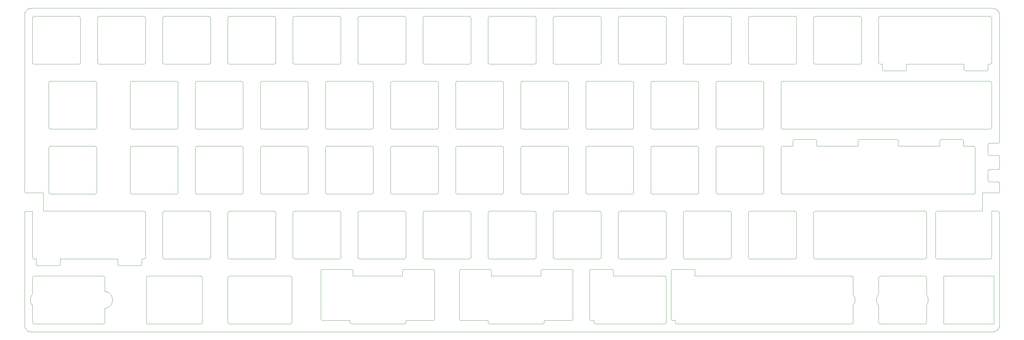
<source format=gm1>
%TF.GenerationSoftware,KiCad,Pcbnew,(5.1.6-0-10_14)*%
%TF.CreationDate,2020-08-09T11:44:03+09:00*%
%TF.ProjectId,keyplate,6b657970-6c61-4746-952e-6b696361645f,rev?*%
%TF.SameCoordinates,Original*%
%TF.FileFunction,Profile,NP*%
%FSLAX46Y46*%
G04 Gerber Fmt 4.6, Leading zero omitted, Abs format (unit mm)*
G04 Created by KiCad (PCBNEW (5.1.6-0-10_14)) date 2020-08-09 11:44:03*
%MOMM*%
%LPD*%
G01*
G04 APERTURE LIST*
%TA.AperFunction,Profile*%
%ADD10C,0.050000*%
%TD*%
G04 APERTURE END LIST*
D10*
X18663472Y-108904778D02*
X18663472Y-76065130D01*
X18670527Y-109060000D02*
X18663472Y-108904778D01*
X18688519Y-109215927D02*
X18670527Y-109060000D01*
X18719563Y-109370091D02*
X18688519Y-109215927D01*
X18761544Y-109521785D02*
X18719563Y-109370091D01*
X18816577Y-109669951D02*
X18761544Y-109521785D01*
X18881487Y-109811062D02*
X18816577Y-109669951D01*
X18958393Y-109947940D02*
X18881487Y-109811062D01*
X304038814Y-108904778D02*
X304032817Y-109060000D01*
X18809874Y-75711295D02*
X18856206Y-75670491D01*
X18856206Y-75670491D02*
X18906794Y-75635914D01*
X18906794Y-75635914D02*
X18960982Y-75607844D01*
X18960982Y-75607844D02*
X19018118Y-75586565D01*
X19018118Y-75586565D02*
X19077547Y-75572359D01*
X19077547Y-75572359D02*
X19138616Y-75565509D01*
X19138616Y-75565509D02*
X19163356Y-75564892D01*
X18663472Y-76065130D02*
X18667278Y-76003448D01*
X18667278Y-76003448D02*
X18678527Y-75943187D01*
X18678527Y-75943187D02*
X18696958Y-75884994D01*
X18696958Y-75884994D02*
X18722314Y-75829513D01*
X18722314Y-75829513D02*
X18754336Y-75777391D01*
X18754336Y-75777391D02*
X18792765Y-75729275D01*
X18792765Y-75729275D02*
X18809874Y-75711295D01*
X303885709Y-109669951D02*
X303820798Y-109811062D01*
X303940742Y-109521785D02*
X303885709Y-109669951D01*
X303982723Y-109370091D02*
X303940742Y-109521785D01*
X304013767Y-109215927D02*
X303982723Y-109370091D01*
X304032817Y-109060000D02*
X304013767Y-109215927D01*
X302038922Y-110902907D02*
X20664422Y-110905023D01*
X302194849Y-110896909D02*
X302038922Y-110902907D01*
X302350777Y-110878918D02*
X302194849Y-110896909D01*
X302504940Y-110848932D02*
X302350777Y-110878918D01*
X302657693Y-110806951D02*
X302504940Y-110848932D01*
X302803742Y-110750860D02*
X302657693Y-110806951D01*
X302945911Y-110685949D02*
X302803742Y-110750860D01*
X303082789Y-110609043D02*
X302945911Y-110685949D01*
X303213669Y-110521908D02*
X303082789Y-110609043D01*
X303336788Y-110423836D02*
X303213669Y-110521908D01*
X303452852Y-110319061D02*
X303336788Y-110423836D01*
X303558685Y-110202997D02*
X303452852Y-110319061D01*
X303657815Y-110078820D02*
X303558685Y-110202997D01*
X303743893Y-109947940D02*
X303657815Y-110078820D01*
X303820798Y-109811062D02*
X303743893Y-109947940D01*
X19045529Y-110078820D02*
X18958393Y-109947940D01*
X19143601Y-110202997D02*
X19045529Y-110078820D01*
X19249434Y-110319061D02*
X19143601Y-110202997D01*
X19365498Y-110423836D02*
X19249434Y-110319061D01*
X19488616Y-110521908D02*
X19365498Y-110423836D01*
X19619497Y-110609043D02*
X19488616Y-110521908D01*
X19756374Y-110685949D02*
X19619497Y-110609043D01*
X19898544Y-110750860D02*
X19756374Y-110685949D01*
X20045652Y-110806951D02*
X19898544Y-110750860D01*
X20197346Y-110848932D02*
X20045652Y-110806951D01*
X20351509Y-110878918D02*
X20197346Y-110848932D01*
X20507437Y-110896909D02*
X20351509Y-110878918D01*
X20664422Y-110905023D02*
X20507437Y-110896909D01*
X301699903Y-75499981D02*
X303538929Y-75499981D01*
X304038814Y-75999866D02*
X304038814Y-76460477D01*
X304038814Y-76460477D02*
X304038814Y-77055348D01*
X304038814Y-77055348D02*
X304038814Y-77774716D01*
X304038814Y-77774716D02*
X304038814Y-78608817D01*
X304038814Y-78608817D02*
X304038814Y-79547887D01*
X304038814Y-79547887D02*
X304038814Y-80582163D01*
X304038814Y-80582163D02*
X304038814Y-81701881D01*
X304038814Y-81701881D02*
X304038814Y-82897277D01*
X304038814Y-82897277D02*
X304038814Y-84158588D01*
X304038814Y-84158588D02*
X304038814Y-85476049D01*
X304038814Y-85476049D02*
X304038814Y-86839899D01*
X304038814Y-86839899D02*
X304038814Y-88240372D01*
X304038814Y-88240372D02*
X304038814Y-89667705D01*
X304038814Y-89667705D02*
X304038814Y-91112134D01*
X304038814Y-91112134D02*
X304038814Y-92563896D01*
X304038814Y-92563896D02*
X304038814Y-94013227D01*
X304038814Y-94013227D02*
X304038814Y-95450364D01*
X304038814Y-95450364D02*
X304038814Y-96865542D01*
X304038814Y-96865542D02*
X304038814Y-98248999D01*
X304038814Y-98248999D02*
X304038814Y-99590969D01*
X304038814Y-99590969D02*
X304038814Y-100881691D01*
X304038814Y-100881691D02*
X304038814Y-102111400D01*
X304038814Y-102111400D02*
X304038814Y-103270332D01*
X304038814Y-103270332D02*
X304038814Y-104348725D01*
X304038814Y-104348725D02*
X304038814Y-105336813D01*
X304038814Y-105336813D02*
X304038814Y-106224834D01*
X304038814Y-106224834D02*
X304038814Y-107003024D01*
X304038814Y-107003024D02*
X304038814Y-107661619D01*
X304038814Y-107661619D02*
X304038814Y-108190855D01*
X304038814Y-108190855D02*
X304038814Y-108580970D01*
X304038814Y-108580970D02*
X304038814Y-108822198D01*
X304038814Y-108822198D02*
X304038814Y-108904778D01*
X303538929Y-75499981D02*
X303590005Y-75502564D01*
X303590005Y-75502564D02*
X303639613Y-75510145D01*
X303639613Y-75510145D02*
X303710723Y-75530337D01*
X303710723Y-75530337D02*
X303777112Y-75560356D01*
X303777112Y-75560356D02*
X303837929Y-75599351D01*
X303837929Y-75599351D02*
X303892323Y-75646471D01*
X303892323Y-75646471D02*
X303939443Y-75700866D01*
X303939443Y-75700866D02*
X303978438Y-75761683D01*
X303978438Y-75761683D02*
X304008457Y-75828072D01*
X304008457Y-75828072D02*
X304028649Y-75899181D01*
X304028649Y-75899181D02*
X304036230Y-75948789D01*
X304036230Y-75948789D02*
X304038814Y-75999866D01*
X111200379Y-31850190D02*
X111197776Y-31900975D01*
X111197776Y-31900975D02*
X111184518Y-31974461D01*
X111184518Y-31974461D02*
X111160812Y-32043936D01*
X111160812Y-32043936D02*
X111127536Y-32108523D01*
X111127536Y-32108523D02*
X111085563Y-32167344D01*
X111085563Y-32167344D02*
X111035770Y-32219523D01*
X111035770Y-32219523D02*
X110979032Y-32264182D01*
X110979032Y-32264182D02*
X110916225Y-32300444D01*
X110916225Y-32300444D02*
X110848223Y-32327432D01*
X110848223Y-32327432D02*
X110775904Y-32344268D01*
X110775904Y-32344268D02*
X110725724Y-32349418D01*
X110725724Y-32349418D02*
X110700142Y-32350075D01*
X212000027Y-18350124D02*
X224999856Y-18350124D01*
X224999856Y-18350124D02*
X225050703Y-18352726D01*
X225050703Y-18352726D02*
X225100150Y-18360360D01*
X225100150Y-18360360D02*
X225171128Y-18380677D01*
X225171128Y-18380677D02*
X225237495Y-18410854D01*
X225237495Y-18410854D02*
X225298377Y-18450012D01*
X225298377Y-18450012D02*
X225352897Y-18497276D01*
X225352897Y-18497276D02*
X225400181Y-18551766D01*
X225400181Y-18551766D02*
X225439352Y-18612607D01*
X225439352Y-18612607D02*
X225469536Y-18678921D01*
X225469536Y-18678921D02*
X225489856Y-18749830D01*
X225489856Y-18749830D02*
X225499437Y-18824458D01*
X225499437Y-18824458D02*
X225500094Y-18850009D01*
X211500143Y-31850190D02*
X211500143Y-18850009D01*
X211500143Y-18850009D02*
X211502745Y-18799223D01*
X211502745Y-18799223D02*
X211516002Y-18725737D01*
X211516002Y-18725737D02*
X211539703Y-18656262D01*
X211539703Y-18656262D02*
X211572971Y-18591675D01*
X211572971Y-18591675D02*
X211614928Y-18532854D01*
X211614928Y-18532854D02*
X211664698Y-18480675D01*
X211664698Y-18480675D02*
X211721403Y-18436016D01*
X211721403Y-18436016D02*
X211784165Y-18399754D01*
X211784165Y-18399754D02*
X211852108Y-18372766D01*
X211852108Y-18372766D02*
X211924354Y-18355930D01*
X211924354Y-18355930D02*
X211974476Y-18350780D01*
X211974476Y-18350780D02*
X212000027Y-18350124D01*
X224999856Y-32350075D02*
X212000027Y-32350075D01*
X212000027Y-32350075D02*
X211949241Y-32347472D01*
X211949241Y-32347472D02*
X211875756Y-32334215D01*
X211875756Y-32334215D02*
X211806281Y-32310514D01*
X211806281Y-32310514D02*
X211741694Y-32277246D01*
X211741694Y-32277246D02*
X211682873Y-32235288D01*
X211682873Y-32235288D02*
X211630694Y-32185519D01*
X211630694Y-32185519D02*
X211586035Y-32128814D01*
X211586035Y-32128814D02*
X211549773Y-32066051D01*
X211549773Y-32066051D02*
X211522785Y-31998108D01*
X211522785Y-31998108D02*
X211505949Y-31925862D01*
X211505949Y-31925862D02*
X211500799Y-31875740D01*
X211500799Y-31875740D02*
X211500143Y-31850190D01*
X206450141Y-31850190D02*
X206450141Y-31850190D01*
X206450141Y-18850009D02*
X206450141Y-31850190D01*
X225500094Y-31850190D02*
X225497491Y-31900975D01*
X225497491Y-31900975D02*
X225484233Y-31974461D01*
X225484233Y-31974461D02*
X225460527Y-32043936D01*
X225460527Y-32043936D02*
X225427251Y-32108523D01*
X225427251Y-32108523D02*
X225385278Y-32167344D01*
X225385278Y-32167344D02*
X225335485Y-32219523D01*
X225335485Y-32219523D02*
X225278747Y-32264182D01*
X225278747Y-32264182D02*
X225215939Y-32300444D01*
X225215939Y-32300444D02*
X225147938Y-32327432D01*
X225147938Y-32327432D02*
X225075618Y-32344268D01*
X225075618Y-32344268D02*
X225025438Y-32349418D01*
X225025438Y-32349418D02*
X224999856Y-32350075D01*
X192950075Y-18350124D02*
X205949904Y-18350124D01*
X205949904Y-18350124D02*
X206000751Y-18352726D01*
X206000751Y-18352726D02*
X206050198Y-18360360D01*
X206050198Y-18360360D02*
X206121175Y-18380677D01*
X206121175Y-18380677D02*
X206187543Y-18410854D01*
X206187543Y-18410854D02*
X206248424Y-18450012D01*
X206248424Y-18450012D02*
X206302945Y-18497276D01*
X206302945Y-18497276D02*
X206350228Y-18551766D01*
X206350228Y-18551766D02*
X206389399Y-18612607D01*
X206389399Y-18612607D02*
X206419583Y-18678921D01*
X206419583Y-18678921D02*
X206439903Y-18749830D01*
X206439903Y-18749830D02*
X206449484Y-18824458D01*
X206449484Y-18824458D02*
X206450141Y-18850009D01*
X192450190Y-31850190D02*
X192450190Y-18850009D01*
X192450190Y-18850009D02*
X192452792Y-18799223D01*
X192452792Y-18799223D02*
X192466049Y-18725737D01*
X192466049Y-18725737D02*
X192489750Y-18656262D01*
X192489750Y-18656262D02*
X192523018Y-18591675D01*
X192523018Y-18591675D02*
X192564976Y-18532854D01*
X192564976Y-18532854D02*
X192614745Y-18480675D01*
X192614745Y-18480675D02*
X192671450Y-18436016D01*
X192671450Y-18436016D02*
X192734213Y-18399754D01*
X192734213Y-18399754D02*
X192802156Y-18372766D01*
X192802156Y-18372766D02*
X192874402Y-18355930D01*
X192874402Y-18355930D02*
X192924524Y-18350780D01*
X192924524Y-18350780D02*
X192950075Y-18350124D01*
X205949904Y-32350075D02*
X192950075Y-32350075D01*
X192950075Y-32350075D02*
X192899289Y-32347472D01*
X192899289Y-32347472D02*
X192825803Y-32334215D01*
X192825803Y-32334215D02*
X192756328Y-32310514D01*
X192756328Y-32310514D02*
X192691741Y-32277246D01*
X192691741Y-32277246D02*
X192632920Y-32235288D01*
X192632920Y-32235288D02*
X192580741Y-32185519D01*
X192580741Y-32185519D02*
X192536082Y-32128814D01*
X192536082Y-32128814D02*
X192499820Y-32066051D01*
X192499820Y-32066051D02*
X192472832Y-31998108D01*
X192472832Y-31998108D02*
X192455996Y-31925862D01*
X192455996Y-31925862D02*
X192450846Y-31875740D01*
X192450846Y-31875740D02*
X192450190Y-31850190D01*
X92150427Y-31850190D02*
X92150427Y-31850190D01*
X92150427Y-18850009D02*
X92150427Y-31850190D01*
X206450141Y-31850190D02*
X206447538Y-31900975D01*
X206447538Y-31900975D02*
X206434280Y-31974461D01*
X206434280Y-31974461D02*
X206410574Y-32043936D01*
X206410574Y-32043936D02*
X206377298Y-32108523D01*
X206377298Y-32108523D02*
X206335325Y-32167344D01*
X206335325Y-32167344D02*
X206285532Y-32219523D01*
X206285532Y-32219523D02*
X206228794Y-32264182D01*
X206228794Y-32264182D02*
X206165987Y-32300444D01*
X206165987Y-32300444D02*
X206097985Y-32327432D01*
X206097985Y-32327432D02*
X206025666Y-32344268D01*
X206025666Y-32344268D02*
X205975486Y-32349418D01*
X205975486Y-32349418D02*
X205949904Y-32350075D01*
X78650361Y-18350124D02*
X91650189Y-18350124D01*
X91650189Y-18350124D02*
X91701036Y-18352726D01*
X91701036Y-18352726D02*
X91750483Y-18360360D01*
X91750483Y-18360360D02*
X91821461Y-18380677D01*
X91821461Y-18380677D02*
X91887828Y-18410854D01*
X91887828Y-18410854D02*
X91948710Y-18450012D01*
X91948710Y-18450012D02*
X92003230Y-18497276D01*
X92003230Y-18497276D02*
X92050514Y-18551766D01*
X92050514Y-18551766D02*
X92089685Y-18612607D01*
X92089685Y-18612607D02*
X92119869Y-18678921D01*
X92119869Y-18678921D02*
X92140189Y-18749830D01*
X92140189Y-18749830D02*
X92149770Y-18824458D01*
X92149770Y-18824458D02*
X92150427Y-18850009D01*
X78150476Y-31850190D02*
X78150476Y-18850009D01*
X78150476Y-18850009D02*
X78153078Y-18799223D01*
X78153078Y-18799223D02*
X78166335Y-18725737D01*
X78166335Y-18725737D02*
X78190036Y-18656262D01*
X78190036Y-18656262D02*
X78223304Y-18591675D01*
X78223304Y-18591675D02*
X78265262Y-18532854D01*
X78265262Y-18532854D02*
X78315031Y-18480675D01*
X78315031Y-18480675D02*
X78371736Y-18436016D01*
X78371736Y-18436016D02*
X78434499Y-18399754D01*
X78434499Y-18399754D02*
X78502442Y-18372766D01*
X78502442Y-18372766D02*
X78574688Y-18355930D01*
X78574688Y-18355930D02*
X78624810Y-18350780D01*
X78624810Y-18350780D02*
X78650361Y-18350124D01*
X91650189Y-32350075D02*
X78650361Y-32350075D01*
X78650361Y-32350075D02*
X78599575Y-32347472D01*
X78599575Y-32347472D02*
X78526089Y-32334215D01*
X78526089Y-32334215D02*
X78456614Y-32310514D01*
X78456614Y-32310514D02*
X78392027Y-32277246D01*
X78392027Y-32277246D02*
X78333206Y-32235288D01*
X78333206Y-32235288D02*
X78281027Y-32185519D01*
X78281027Y-32185519D02*
X78236368Y-32128814D01*
X78236368Y-32128814D02*
X78200106Y-32066051D01*
X78200106Y-32066051D02*
X78173118Y-31998108D01*
X78173118Y-31998108D02*
X78156282Y-31925862D01*
X78156282Y-31925862D02*
X78151132Y-31875740D01*
X78151132Y-31875740D02*
X78150476Y-31850190D01*
X35000570Y-31850190D02*
X35000570Y-31850190D01*
X35000570Y-18850009D02*
X35000570Y-31850190D01*
X92150427Y-31850190D02*
X92147824Y-31900975D01*
X92147824Y-31900975D02*
X92134566Y-31974461D01*
X92134566Y-31974461D02*
X92110860Y-32043936D01*
X92110860Y-32043936D02*
X92077584Y-32108523D01*
X92077584Y-32108523D02*
X92035611Y-32167344D01*
X92035611Y-32167344D02*
X91985818Y-32219523D01*
X91985818Y-32219523D02*
X91929080Y-32264182D01*
X91929080Y-32264182D02*
X91866272Y-32300444D01*
X91866272Y-32300444D02*
X91798271Y-32327432D01*
X91798271Y-32327432D02*
X91725951Y-32344268D01*
X91725951Y-32344268D02*
X91675771Y-32349418D01*
X91675771Y-32349418D02*
X91650189Y-32350075D01*
X21500504Y-18350124D02*
X34500332Y-18350124D01*
X34500332Y-18350124D02*
X34551179Y-18352726D01*
X34551179Y-18352726D02*
X34600626Y-18360360D01*
X34600626Y-18360360D02*
X34671604Y-18380677D01*
X34671604Y-18380677D02*
X34737971Y-18410854D01*
X34737971Y-18410854D02*
X34798853Y-18450012D01*
X34798853Y-18450012D02*
X34853373Y-18497276D01*
X34853373Y-18497276D02*
X34900657Y-18551766D01*
X34900657Y-18551766D02*
X34939828Y-18612607D01*
X34939828Y-18612607D02*
X34970012Y-18678921D01*
X34970012Y-18678921D02*
X34990332Y-18749830D01*
X34990332Y-18749830D02*
X34999913Y-18824458D01*
X34999913Y-18824458D02*
X35000570Y-18850009D01*
X21000619Y-31850190D02*
X21000619Y-18850009D01*
X21000619Y-18850009D02*
X21003221Y-18799223D01*
X21003221Y-18799223D02*
X21016478Y-18725737D01*
X21016478Y-18725737D02*
X21040179Y-18656262D01*
X21040179Y-18656262D02*
X21073447Y-18591675D01*
X21073447Y-18591675D02*
X21115405Y-18532854D01*
X21115405Y-18532854D02*
X21165174Y-18480675D01*
X21165174Y-18480675D02*
X21221879Y-18436016D01*
X21221879Y-18436016D02*
X21284642Y-18399754D01*
X21284642Y-18399754D02*
X21352585Y-18372766D01*
X21352585Y-18372766D02*
X21424831Y-18355930D01*
X21424831Y-18355930D02*
X21474953Y-18350780D01*
X21474953Y-18350780D02*
X21500504Y-18350124D01*
X34500332Y-32350075D02*
X21500504Y-32350075D01*
X21500504Y-32350075D02*
X21449718Y-32347472D01*
X21449718Y-32347472D02*
X21376232Y-32334215D01*
X21376232Y-32334215D02*
X21306757Y-32310514D01*
X21306757Y-32310514D02*
X21242170Y-32277246D01*
X21242170Y-32277246D02*
X21183349Y-32235288D01*
X21183349Y-32235288D02*
X21131170Y-32185519D01*
X21131170Y-32185519D02*
X21086511Y-32128814D01*
X21086511Y-32128814D02*
X21050249Y-32066051D01*
X21050249Y-32066051D02*
X21023261Y-31998108D01*
X21023261Y-31998108D02*
X21006425Y-31925862D01*
X21006425Y-31925862D02*
X21001275Y-31875740D01*
X21001275Y-31875740D02*
X21000619Y-31850190D01*
X130250332Y-31850190D02*
X130250332Y-31850190D01*
X130250332Y-18850009D02*
X130250332Y-31850190D01*
X35000570Y-31850190D02*
X34997967Y-31900975D01*
X34997967Y-31900975D02*
X34984709Y-31974461D01*
X34984709Y-31974461D02*
X34961003Y-32043936D01*
X34961003Y-32043936D02*
X34927727Y-32108523D01*
X34927727Y-32108523D02*
X34885754Y-32167344D01*
X34885754Y-32167344D02*
X34835961Y-32219523D01*
X34835961Y-32219523D02*
X34779223Y-32264182D01*
X34779223Y-32264182D02*
X34716415Y-32300444D01*
X34716415Y-32300444D02*
X34648414Y-32327432D01*
X34648414Y-32327432D02*
X34576094Y-32344268D01*
X34576094Y-32344268D02*
X34525914Y-32349418D01*
X34525914Y-32349418D02*
X34500332Y-32350075D01*
X116750266Y-18350124D02*
X129750094Y-18350124D01*
X129750094Y-18350124D02*
X129800941Y-18352726D01*
X129800941Y-18352726D02*
X129850388Y-18360360D01*
X129850388Y-18360360D02*
X129921366Y-18380677D01*
X129921366Y-18380677D02*
X129987733Y-18410854D01*
X129987733Y-18410854D02*
X130048615Y-18450012D01*
X130048615Y-18450012D02*
X130103135Y-18497276D01*
X130103135Y-18497276D02*
X130150419Y-18551766D01*
X130150419Y-18551766D02*
X130189590Y-18612607D01*
X130189590Y-18612607D02*
X130219774Y-18678921D01*
X130219774Y-18678921D02*
X130240094Y-18749830D01*
X130240094Y-18749830D02*
X130249675Y-18824458D01*
X130249675Y-18824458D02*
X130250332Y-18850009D01*
X116250380Y-31850190D02*
X116250380Y-18850009D01*
X116250380Y-18850009D02*
X116252982Y-18799223D01*
X116252982Y-18799223D02*
X116266239Y-18725737D01*
X116266239Y-18725737D02*
X116289940Y-18656262D01*
X116289940Y-18656262D02*
X116323208Y-18591675D01*
X116323208Y-18591675D02*
X116365166Y-18532854D01*
X116365166Y-18532854D02*
X116414936Y-18480675D01*
X116414936Y-18480675D02*
X116471641Y-18436016D01*
X116471641Y-18436016D02*
X116534404Y-18399754D01*
X116534404Y-18399754D02*
X116602347Y-18372766D01*
X116602347Y-18372766D02*
X116674593Y-18355930D01*
X116674593Y-18355930D02*
X116724715Y-18350780D01*
X116724715Y-18350780D02*
X116750266Y-18350124D01*
X129750094Y-32350075D02*
X116750266Y-32350075D01*
X116750266Y-32350075D02*
X116699480Y-32347472D01*
X116699480Y-32347472D02*
X116625994Y-32334215D01*
X116625994Y-32334215D02*
X116556519Y-32310514D01*
X116556519Y-32310514D02*
X116491932Y-32277246D01*
X116491932Y-32277246D02*
X116433110Y-32235288D01*
X116433110Y-32235288D02*
X116380931Y-32185519D01*
X116380931Y-32185519D02*
X116336272Y-32128814D01*
X116336272Y-32128814D02*
X116300010Y-32066051D01*
X116300010Y-32066051D02*
X116273022Y-31998108D01*
X116273022Y-31998108D02*
X116256186Y-31925862D01*
X116256186Y-31925862D02*
X116251036Y-31875740D01*
X116251036Y-31875740D02*
X116250380Y-31850190D01*
X149300284Y-31850190D02*
X149300284Y-31850190D01*
X149300284Y-18850009D02*
X149300284Y-31850190D01*
X130250332Y-31850190D02*
X130247729Y-31900975D01*
X130247729Y-31900975D02*
X130234471Y-31974461D01*
X130234471Y-31974461D02*
X130210765Y-32043936D01*
X130210765Y-32043936D02*
X130177489Y-32108523D01*
X130177489Y-32108523D02*
X130135516Y-32167344D01*
X130135516Y-32167344D02*
X130085723Y-32219523D01*
X130085723Y-32219523D02*
X130028985Y-32264182D01*
X130028985Y-32264182D02*
X129966177Y-32300444D01*
X129966177Y-32300444D02*
X129898176Y-32327432D01*
X129898176Y-32327432D02*
X129825856Y-32344268D01*
X129825856Y-32344268D02*
X129775676Y-32349418D01*
X129775676Y-32349418D02*
X129750094Y-32350075D01*
X135800218Y-18350124D02*
X148800047Y-18350124D01*
X148800047Y-18350124D02*
X148850894Y-18352726D01*
X148850894Y-18352726D02*
X148900341Y-18360360D01*
X148900341Y-18360360D02*
X148971318Y-18380677D01*
X148971318Y-18380677D02*
X149037686Y-18410854D01*
X149037686Y-18410854D02*
X149098567Y-18450012D01*
X149098567Y-18450012D02*
X149153088Y-18497276D01*
X149153088Y-18497276D02*
X149200371Y-18551766D01*
X149200371Y-18551766D02*
X149239542Y-18612607D01*
X149239542Y-18612607D02*
X149269726Y-18678921D01*
X149269726Y-18678921D02*
X149290046Y-18749830D01*
X149290046Y-18749830D02*
X149299627Y-18824458D01*
X149299627Y-18824458D02*
X149300284Y-18850009D01*
X135300333Y-31850190D02*
X135300333Y-18850009D01*
X135300333Y-18850009D02*
X135302935Y-18799223D01*
X135302935Y-18799223D02*
X135316192Y-18725737D01*
X135316192Y-18725737D02*
X135339893Y-18656262D01*
X135339893Y-18656262D02*
X135373161Y-18591675D01*
X135373161Y-18591675D02*
X135415119Y-18532854D01*
X135415119Y-18532854D02*
X135464888Y-18480675D01*
X135464888Y-18480675D02*
X135521593Y-18436016D01*
X135521593Y-18436016D02*
X135584356Y-18399754D01*
X135584356Y-18399754D02*
X135652299Y-18372766D01*
X135652299Y-18372766D02*
X135724545Y-18355930D01*
X135724545Y-18355930D02*
X135774667Y-18350780D01*
X135774667Y-18350780D02*
X135800218Y-18350124D01*
X148800047Y-32350075D02*
X135800218Y-32350075D01*
X135800218Y-32350075D02*
X135749432Y-32347472D01*
X135749432Y-32347472D02*
X135675946Y-32334215D01*
X135675946Y-32334215D02*
X135606471Y-32310514D01*
X135606471Y-32310514D02*
X135541884Y-32277246D01*
X135541884Y-32277246D02*
X135483063Y-32235288D01*
X135483063Y-32235288D02*
X135430884Y-32185519D01*
X135430884Y-32185519D02*
X135386225Y-32128814D01*
X135386225Y-32128814D02*
X135349963Y-32066051D01*
X135349963Y-32066051D02*
X135322975Y-31998108D01*
X135322975Y-31998108D02*
X135306139Y-31925862D01*
X135306139Y-31925862D02*
X135300989Y-31875740D01*
X135300989Y-31875740D02*
X135300333Y-31850190D01*
X168350237Y-31850190D02*
X168350237Y-31850190D01*
X168350237Y-18850009D02*
X168350237Y-31850190D01*
X149300284Y-31850190D02*
X149297681Y-31900975D01*
X149297681Y-31900975D02*
X149284423Y-31974461D01*
X149284423Y-31974461D02*
X149260717Y-32043936D01*
X149260717Y-32043936D02*
X149227441Y-32108523D01*
X149227441Y-32108523D02*
X149185468Y-32167344D01*
X149185468Y-32167344D02*
X149135675Y-32219523D01*
X149135675Y-32219523D02*
X149078937Y-32264182D01*
X149078937Y-32264182D02*
X149016130Y-32300444D01*
X149016130Y-32300444D02*
X148948128Y-32327432D01*
X148948128Y-32327432D02*
X148875809Y-32344268D01*
X148875809Y-32344268D02*
X148825629Y-32349418D01*
X148825629Y-32349418D02*
X148800047Y-32350075D01*
X154850170Y-18350124D02*
X167849999Y-18350124D01*
X167849999Y-18350124D02*
X167900846Y-18352726D01*
X167900846Y-18352726D02*
X167950293Y-18360360D01*
X167950293Y-18360360D02*
X168021271Y-18380677D01*
X168021271Y-18380677D02*
X168087638Y-18410854D01*
X168087638Y-18410854D02*
X168148520Y-18450012D01*
X168148520Y-18450012D02*
X168203040Y-18497276D01*
X168203040Y-18497276D02*
X168250324Y-18551766D01*
X168250324Y-18551766D02*
X168289495Y-18612607D01*
X168289495Y-18612607D02*
X168319679Y-18678921D01*
X168319679Y-18678921D02*
X168339999Y-18749830D01*
X168339999Y-18749830D02*
X168349580Y-18824458D01*
X168349580Y-18824458D02*
X168350237Y-18850009D01*
X154350286Y-31850190D02*
X154350286Y-18850009D01*
X154350286Y-18850009D02*
X154352888Y-18799223D01*
X154352888Y-18799223D02*
X154366145Y-18725737D01*
X154366145Y-18725737D02*
X154389846Y-18656262D01*
X154389846Y-18656262D02*
X154423114Y-18591675D01*
X154423114Y-18591675D02*
X154465071Y-18532854D01*
X154465071Y-18532854D02*
X154514841Y-18480675D01*
X154514841Y-18480675D02*
X154571546Y-18436016D01*
X154571546Y-18436016D02*
X154634308Y-18399754D01*
X154634308Y-18399754D02*
X154702251Y-18372766D01*
X154702251Y-18372766D02*
X154774497Y-18355930D01*
X154774497Y-18355930D02*
X154824619Y-18350780D01*
X154824619Y-18350780D02*
X154850170Y-18350124D01*
X167849999Y-32350075D02*
X154850170Y-32350075D01*
X154850170Y-32350075D02*
X154799384Y-32347472D01*
X154799384Y-32347472D02*
X154725899Y-32334215D01*
X154725899Y-32334215D02*
X154656424Y-32310514D01*
X154656424Y-32310514D02*
X154591837Y-32277246D01*
X154591837Y-32277246D02*
X154533016Y-32235288D01*
X154533016Y-32235288D02*
X154480837Y-32185519D01*
X154480837Y-32185519D02*
X154436178Y-32128814D01*
X154436178Y-32128814D02*
X154399916Y-32066051D01*
X154399916Y-32066051D02*
X154372928Y-31998108D01*
X154372928Y-31998108D02*
X154356092Y-31925862D01*
X154356092Y-31925862D02*
X154350942Y-31875740D01*
X154350942Y-31875740D02*
X154350286Y-31850190D01*
X187400189Y-31850190D02*
X187400189Y-31850190D01*
X187400189Y-18850009D02*
X187400189Y-31850190D01*
X168350237Y-31850190D02*
X168347634Y-31900975D01*
X168347634Y-31900975D02*
X168334376Y-31974461D01*
X168334376Y-31974461D02*
X168310670Y-32043936D01*
X168310670Y-32043936D02*
X168277393Y-32108523D01*
X168277393Y-32108523D02*
X168235421Y-32167344D01*
X168235421Y-32167344D02*
X168185627Y-32219523D01*
X168185627Y-32219523D02*
X168128889Y-32264182D01*
X168128889Y-32264182D02*
X168066082Y-32300444D01*
X168066082Y-32300444D02*
X167998080Y-32327432D01*
X167998080Y-32327432D02*
X167925761Y-32344268D01*
X167925761Y-32344268D02*
X167875581Y-32349418D01*
X167875581Y-32349418D02*
X167849999Y-32350075D01*
X173900123Y-18350124D02*
X186899951Y-18350124D01*
X186899951Y-18350124D02*
X186950798Y-18352726D01*
X186950798Y-18352726D02*
X187000245Y-18360360D01*
X187000245Y-18360360D02*
X187071223Y-18380677D01*
X187071223Y-18380677D02*
X187137590Y-18410854D01*
X187137590Y-18410854D02*
X187198472Y-18450012D01*
X187198472Y-18450012D02*
X187252992Y-18497276D01*
X187252992Y-18497276D02*
X187300276Y-18551766D01*
X187300276Y-18551766D02*
X187339447Y-18612607D01*
X187339447Y-18612607D02*
X187369631Y-18678921D01*
X187369631Y-18678921D02*
X187389951Y-18749830D01*
X187389951Y-18749830D02*
X187399532Y-18824458D01*
X187399532Y-18824458D02*
X187400189Y-18850009D01*
X173400238Y-31850190D02*
X173400238Y-18850009D01*
X173400238Y-18850009D02*
X173402840Y-18799223D01*
X173402840Y-18799223D02*
X173416097Y-18725737D01*
X173416097Y-18725737D02*
X173439798Y-18656262D01*
X173439798Y-18656262D02*
X173473066Y-18591675D01*
X173473066Y-18591675D02*
X173515024Y-18532854D01*
X173515024Y-18532854D02*
X173564793Y-18480675D01*
X173564793Y-18480675D02*
X173621498Y-18436016D01*
X173621498Y-18436016D02*
X173684261Y-18399754D01*
X173684261Y-18399754D02*
X173752204Y-18372766D01*
X173752204Y-18372766D02*
X173824450Y-18355930D01*
X173824450Y-18355930D02*
X173874572Y-18350780D01*
X173874572Y-18350780D02*
X173900123Y-18350124D01*
X186899951Y-32350075D02*
X173900123Y-32350075D01*
X173900123Y-32350075D02*
X173849337Y-32347472D01*
X173849337Y-32347472D02*
X173775851Y-32334215D01*
X173775851Y-32334215D02*
X173706376Y-32310514D01*
X173706376Y-32310514D02*
X173641789Y-32277246D01*
X173641789Y-32277246D02*
X173582968Y-32235288D01*
X173582968Y-32235288D02*
X173530789Y-32185519D01*
X173530789Y-32185519D02*
X173486130Y-32128814D01*
X173486130Y-32128814D02*
X173449868Y-32066051D01*
X173449868Y-32066051D02*
X173422880Y-31998108D01*
X173422880Y-31998108D02*
X173406044Y-31925862D01*
X173406044Y-31925862D02*
X173400894Y-31875740D01*
X173400894Y-31875740D02*
X173400238Y-31850190D01*
X276736705Y-32350075D02*
X276736705Y-32350075D01*
X293612846Y-32350075D02*
X276736705Y-32350075D01*
X293612846Y-33850083D02*
X293612846Y-32350075D01*
X187400189Y-31850190D02*
X187397586Y-31900975D01*
X187397586Y-31900975D02*
X187384328Y-31974461D01*
X187384328Y-31974461D02*
X187360622Y-32043936D01*
X187360622Y-32043936D02*
X187327346Y-32108523D01*
X187327346Y-32108523D02*
X187285373Y-32167344D01*
X187285373Y-32167344D02*
X187235580Y-32219523D01*
X187235580Y-32219523D02*
X187178842Y-32264182D01*
X187178842Y-32264182D02*
X187116034Y-32300444D01*
X187116034Y-32300444D02*
X187048033Y-32327432D01*
X187048033Y-32327432D02*
X186975713Y-32344268D01*
X186975713Y-32344268D02*
X186925533Y-32349418D01*
X186925533Y-32349418D02*
X186899951Y-32350075D01*
X300112760Y-34349967D02*
X294112731Y-34349967D01*
X294112731Y-34349967D02*
X294061945Y-34347368D01*
X294061945Y-34347368D02*
X293988459Y-34334129D01*
X293988459Y-34334129D02*
X293918984Y-34310456D01*
X293918984Y-34310456D02*
X293854397Y-34277220D01*
X293854397Y-34277220D02*
X293795576Y-34235295D01*
X293795576Y-34235295D02*
X293743397Y-34185551D01*
X293743397Y-34185551D02*
X293698738Y-34128861D01*
X293698738Y-34128861D02*
X293662476Y-34066097D01*
X293662476Y-34066097D02*
X293635488Y-33998132D01*
X293635488Y-33998132D02*
X293618652Y-33925836D01*
X293618652Y-33925836D02*
X293613502Y-33875664D01*
X293613502Y-33875664D02*
X293612846Y-33850083D01*
X300612645Y-32350075D02*
X300612645Y-33850083D01*
X301199666Y-32350075D02*
X300612645Y-32350075D01*
X300612645Y-33850083D02*
X300610046Y-33900926D01*
X300610046Y-33900926D02*
X300602422Y-33950362D01*
X300602422Y-33950362D02*
X300582130Y-34021311D01*
X300582130Y-34021311D02*
X300551985Y-34087640D01*
X300551985Y-34087640D02*
X300512859Y-34148476D01*
X300512859Y-34148476D02*
X300465625Y-34202947D01*
X300465625Y-34202947D02*
X300411153Y-34250182D01*
X300411153Y-34250182D02*
X300350317Y-34289307D01*
X300350317Y-34289307D02*
X300283988Y-34319452D01*
X300283988Y-34319452D02*
X300213039Y-34339744D01*
X300213039Y-34339744D02*
X300163603Y-34347368D01*
X300163603Y-34347368D02*
X300112760Y-34349967D01*
X301699903Y-18850009D02*
X301699903Y-31850190D01*
X301699903Y-31850190D02*
X301697300Y-31900975D01*
X301697300Y-31900975D02*
X301684042Y-31974461D01*
X301684042Y-31974461D02*
X301660336Y-32043936D01*
X301660336Y-32043936D02*
X301627060Y-32108523D01*
X301627060Y-32108523D02*
X301585087Y-32167344D01*
X301585087Y-32167344D02*
X301535294Y-32219523D01*
X301535294Y-32219523D02*
X301478556Y-32264182D01*
X301478556Y-32264182D02*
X301415749Y-32300444D01*
X301415749Y-32300444D02*
X301347747Y-32327432D01*
X301347747Y-32327432D02*
X301275428Y-32344268D01*
X301275428Y-32344268D02*
X301225248Y-32349418D01*
X301225248Y-32349418D02*
X301199666Y-32350075D01*
X269149885Y-18350124D02*
X301199666Y-18350124D01*
X301199666Y-18350124D02*
X301250513Y-18352726D01*
X301250513Y-18352726D02*
X301299960Y-18360360D01*
X301299960Y-18360360D02*
X301370937Y-18380677D01*
X301370937Y-18380677D02*
X301437305Y-18410854D01*
X301437305Y-18410854D02*
X301498186Y-18450012D01*
X301498186Y-18450012D02*
X301552707Y-18497276D01*
X301552707Y-18497276D02*
X301599990Y-18551766D01*
X301599990Y-18551766D02*
X301639161Y-18612607D01*
X301639161Y-18612607D02*
X301669345Y-18678921D01*
X301669345Y-18678921D02*
X301689665Y-18749830D01*
X301689665Y-18749830D02*
X301699246Y-18824458D01*
X301699246Y-18824458D02*
X301699903Y-18850009D01*
X268650000Y-31850190D02*
X268650000Y-18850009D01*
X268650000Y-18850009D02*
X268652602Y-18799223D01*
X268652602Y-18799223D02*
X268665859Y-18725737D01*
X268665859Y-18725737D02*
X268689560Y-18656262D01*
X268689560Y-18656262D02*
X268722828Y-18591675D01*
X268722828Y-18591675D02*
X268764786Y-18532854D01*
X268764786Y-18532854D02*
X268814555Y-18480675D01*
X268814555Y-18480675D02*
X268871260Y-18436016D01*
X268871260Y-18436016D02*
X268934023Y-18399754D01*
X268934023Y-18399754D02*
X269001966Y-18372766D01*
X269001966Y-18372766D02*
X269074212Y-18355930D01*
X269074212Y-18355930D02*
X269124334Y-18350780D01*
X269124334Y-18350780D02*
X269149885Y-18350124D01*
X269736905Y-32350075D02*
X269149885Y-32350075D01*
X269736905Y-33850083D02*
X269736905Y-32350075D01*
X269149885Y-32350075D02*
X269099099Y-32347472D01*
X269099099Y-32347472D02*
X269025613Y-32334215D01*
X269025613Y-32334215D02*
X268956138Y-32310514D01*
X268956138Y-32310514D02*
X268891551Y-32277246D01*
X268891551Y-32277246D02*
X268832730Y-32235288D01*
X268832730Y-32235288D02*
X268780551Y-32185519D01*
X268780551Y-32185519D02*
X268735892Y-32128814D01*
X268735892Y-32128814D02*
X268699630Y-32066051D01*
X268699630Y-32066051D02*
X268672642Y-31998108D01*
X268672642Y-31998108D02*
X268655806Y-31925862D01*
X268655806Y-31925862D02*
X268650656Y-31875740D01*
X268650656Y-31875740D02*
X268650000Y-31850190D01*
X276236820Y-34349967D02*
X270236790Y-34349967D01*
X270236790Y-34349967D02*
X270186004Y-34347368D01*
X270186004Y-34347368D02*
X270112518Y-34334129D01*
X270112518Y-34334129D02*
X270043044Y-34310456D01*
X270043044Y-34310456D02*
X269978457Y-34277220D01*
X269978457Y-34277220D02*
X269919635Y-34235295D01*
X269919635Y-34235295D02*
X269867456Y-34185551D01*
X269867456Y-34185551D02*
X269822797Y-34128861D01*
X269822797Y-34128861D02*
X269786535Y-34066097D01*
X269786535Y-34066097D02*
X269759547Y-33998132D01*
X269759547Y-33998132D02*
X269742711Y-33925836D01*
X269742711Y-33925836D02*
X269737561Y-33875664D01*
X269737561Y-33875664D02*
X269736905Y-33850083D01*
X276736705Y-32350075D02*
X276736705Y-33850083D01*
X276736705Y-33850083D02*
X276734106Y-33900926D01*
X276734106Y-33900926D02*
X276726482Y-33950362D01*
X276726482Y-33950362D02*
X276706190Y-34021311D01*
X276706190Y-34021311D02*
X276676045Y-34087640D01*
X276676045Y-34087640D02*
X276636919Y-34148476D01*
X276636919Y-34148476D02*
X276589685Y-34202947D01*
X276589685Y-34202947D02*
X276535213Y-34250182D01*
X276535213Y-34250182D02*
X276474377Y-34289307D01*
X276474377Y-34289307D02*
X276408048Y-34319452D01*
X276408048Y-34319452D02*
X276337099Y-34339744D01*
X276337099Y-34339744D02*
X276287663Y-34347368D01*
X276287663Y-34347368D02*
X276236820Y-34349967D01*
X158825260Y-50900144D02*
X158825260Y-50900144D01*
X158825260Y-37899961D02*
X158825260Y-50900144D01*
X145325194Y-37400076D02*
X158325023Y-37400076D01*
X158325023Y-37400076D02*
X158375870Y-37402678D01*
X158375870Y-37402678D02*
X158425317Y-37410312D01*
X158425317Y-37410312D02*
X158496294Y-37430630D01*
X158496294Y-37430630D02*
X158562662Y-37460806D01*
X158562662Y-37460806D02*
X158623543Y-37499965D01*
X158623543Y-37499965D02*
X158678064Y-37547228D01*
X158678064Y-37547228D02*
X158725347Y-37601719D01*
X158725347Y-37601719D02*
X158764518Y-37662559D01*
X158764518Y-37662559D02*
X158794702Y-37728873D01*
X158794702Y-37728873D02*
X158815022Y-37799782D01*
X158815022Y-37799782D02*
X158824603Y-37874410D01*
X158824603Y-37874410D02*
X158825260Y-37899961D01*
X144825309Y-50900144D02*
X144825309Y-37899961D01*
X144825309Y-37899961D02*
X144827911Y-37849175D01*
X144827911Y-37849175D02*
X144841168Y-37775689D01*
X144841168Y-37775689D02*
X144864869Y-37706215D01*
X144864869Y-37706215D02*
X144898137Y-37641628D01*
X144898137Y-37641628D02*
X144940095Y-37582806D01*
X144940095Y-37582806D02*
X144989865Y-37530627D01*
X144989865Y-37530627D02*
X145046570Y-37485968D01*
X145046570Y-37485968D02*
X145109332Y-37449706D01*
X145109332Y-37449706D02*
X145177275Y-37422718D01*
X145177275Y-37422718D02*
X145249521Y-37405882D01*
X145249521Y-37405882D02*
X145299643Y-37400732D01*
X145299643Y-37400732D02*
X145325194Y-37400076D01*
X158325023Y-51400028D02*
X145325194Y-51400028D01*
X145325194Y-51400028D02*
X145274408Y-51397425D01*
X145274408Y-51397425D02*
X145200922Y-51384168D01*
X145200922Y-51384168D02*
X145131448Y-51360467D01*
X145131448Y-51360467D02*
X145066861Y-51327199D01*
X145066861Y-51327199D02*
X145008039Y-51285241D01*
X145008039Y-51285241D02*
X144955860Y-51235471D01*
X144955860Y-51235471D02*
X144911201Y-51178767D01*
X144911201Y-51178767D02*
X144874939Y-51116004D01*
X144874939Y-51116004D02*
X144847951Y-51048061D01*
X144847951Y-51048061D02*
X144831115Y-50975815D01*
X144831115Y-50975815D02*
X144825965Y-50925694D01*
X144825965Y-50925694D02*
X144825309Y-50900144D01*
X101675403Y-50900144D02*
X101675403Y-50900144D01*
X101675403Y-37899961D02*
X101675403Y-50900144D01*
X158825260Y-50900144D02*
X158822657Y-50950929D01*
X158822657Y-50950929D02*
X158809399Y-51024414D01*
X158809399Y-51024414D02*
X158785693Y-51093889D01*
X158785693Y-51093889D02*
X158752417Y-51158476D01*
X158752417Y-51158476D02*
X158710444Y-51217297D01*
X158710444Y-51217297D02*
X158660651Y-51269476D01*
X158660651Y-51269476D02*
X158603913Y-51314135D01*
X158603913Y-51314135D02*
X158541106Y-51350397D01*
X158541106Y-51350397D02*
X158473104Y-51377385D01*
X158473104Y-51377385D02*
X158400785Y-51394221D01*
X158400785Y-51394221D02*
X158350605Y-51399371D01*
X158350605Y-51399371D02*
X158325023Y-51400028D01*
X88175337Y-37400076D02*
X101175166Y-37400076D01*
X101175166Y-37400076D02*
X101226013Y-37402678D01*
X101226013Y-37402678D02*
X101275460Y-37410312D01*
X101275460Y-37410312D02*
X101346437Y-37430630D01*
X101346437Y-37430630D02*
X101412805Y-37460806D01*
X101412805Y-37460806D02*
X101473686Y-37499965D01*
X101473686Y-37499965D02*
X101528207Y-37547228D01*
X101528207Y-37547228D02*
X101575490Y-37601719D01*
X101575490Y-37601719D02*
X101614661Y-37662559D01*
X101614661Y-37662559D02*
X101644845Y-37728873D01*
X101644845Y-37728873D02*
X101665165Y-37799782D01*
X101665165Y-37799782D02*
X101674746Y-37874410D01*
X101674746Y-37874410D02*
X101675403Y-37899961D01*
X87675452Y-50900144D02*
X87675452Y-37899961D01*
X87675452Y-37899961D02*
X87678054Y-37849175D01*
X87678054Y-37849175D02*
X87691311Y-37775689D01*
X87691311Y-37775689D02*
X87715012Y-37706215D01*
X87715012Y-37706215D02*
X87748280Y-37641628D01*
X87748280Y-37641628D02*
X87790238Y-37582806D01*
X87790238Y-37582806D02*
X87840007Y-37530627D01*
X87840007Y-37530627D02*
X87896712Y-37485968D01*
X87896712Y-37485968D02*
X87959475Y-37449706D01*
X87959475Y-37449706D02*
X88027418Y-37422718D01*
X88027418Y-37422718D02*
X88099664Y-37405882D01*
X88099664Y-37405882D02*
X88149786Y-37400732D01*
X88149786Y-37400732D02*
X88175337Y-37400076D01*
X101175166Y-51400028D02*
X88175337Y-51400028D01*
X88175337Y-51400028D02*
X88124551Y-51397425D01*
X88124551Y-51397425D02*
X88051065Y-51384168D01*
X88051065Y-51384168D02*
X87981590Y-51360467D01*
X87981590Y-51360467D02*
X87917003Y-51327199D01*
X87917003Y-51327199D02*
X87858182Y-51285241D01*
X87858182Y-51285241D02*
X87806003Y-51235471D01*
X87806003Y-51235471D02*
X87761344Y-51178767D01*
X87761344Y-51178767D02*
X87725082Y-51116004D01*
X87725082Y-51116004D02*
X87698094Y-51048061D01*
X87698094Y-51048061D02*
X87681258Y-50975815D01*
X87681258Y-50975815D02*
X87676108Y-50925694D01*
X87676108Y-50925694D02*
X87675452Y-50900144D01*
X120725356Y-50900144D02*
X120725356Y-50900144D01*
X120725356Y-37899961D02*
X120725356Y-50900144D01*
X101675403Y-50900144D02*
X101672800Y-50950929D01*
X101672800Y-50950929D02*
X101659542Y-51024414D01*
X101659542Y-51024414D02*
X101635836Y-51093889D01*
X101635836Y-51093889D02*
X101602560Y-51158476D01*
X101602560Y-51158476D02*
X101560587Y-51217297D01*
X101560587Y-51217297D02*
X101510794Y-51269476D01*
X101510794Y-51269476D02*
X101454056Y-51314135D01*
X101454056Y-51314135D02*
X101391249Y-51350397D01*
X101391249Y-51350397D02*
X101323247Y-51377385D01*
X101323247Y-51377385D02*
X101250928Y-51394221D01*
X101250928Y-51394221D02*
X101200748Y-51399371D01*
X101200748Y-51399371D02*
X101175166Y-51400028D01*
X107225289Y-37400076D02*
X120225118Y-37400076D01*
X120225118Y-37400076D02*
X120275965Y-37402678D01*
X120275965Y-37402678D02*
X120325412Y-37410312D01*
X120325412Y-37410312D02*
X120396390Y-37430630D01*
X120396390Y-37430630D02*
X120462757Y-37460806D01*
X120462757Y-37460806D02*
X120523639Y-37499965D01*
X120523639Y-37499965D02*
X120578159Y-37547228D01*
X120578159Y-37547228D02*
X120625443Y-37601719D01*
X120625443Y-37601719D02*
X120664614Y-37662559D01*
X120664614Y-37662559D02*
X120694798Y-37728873D01*
X120694798Y-37728873D02*
X120715118Y-37799782D01*
X120715118Y-37799782D02*
X120724699Y-37874410D01*
X120724699Y-37874410D02*
X120725356Y-37899961D01*
X106725405Y-50900144D02*
X106725405Y-37899961D01*
X106725405Y-37899961D02*
X106728007Y-37849175D01*
X106728007Y-37849175D02*
X106741264Y-37775689D01*
X106741264Y-37775689D02*
X106764965Y-37706215D01*
X106764965Y-37706215D02*
X106798233Y-37641628D01*
X106798233Y-37641628D02*
X106840190Y-37582806D01*
X106840190Y-37582806D02*
X106889960Y-37530627D01*
X106889960Y-37530627D02*
X106946665Y-37485968D01*
X106946665Y-37485968D02*
X107009427Y-37449706D01*
X107009427Y-37449706D02*
X107077370Y-37422718D01*
X107077370Y-37422718D02*
X107149616Y-37405882D01*
X107149616Y-37405882D02*
X107199738Y-37400732D01*
X107199738Y-37400732D02*
X107225289Y-37400076D01*
X120225118Y-51400028D02*
X107225289Y-51400028D01*
X107225289Y-51400028D02*
X107174503Y-51397425D01*
X107174503Y-51397425D02*
X107101018Y-51384168D01*
X107101018Y-51384168D02*
X107031543Y-51360467D01*
X107031543Y-51360467D02*
X106966956Y-51327199D01*
X106966956Y-51327199D02*
X106908135Y-51285241D01*
X106908135Y-51285241D02*
X106855956Y-51235471D01*
X106855956Y-51235471D02*
X106811297Y-51178767D01*
X106811297Y-51178767D02*
X106775035Y-51116004D01*
X106775035Y-51116004D02*
X106748047Y-51048061D01*
X106748047Y-51048061D02*
X106731211Y-50975815D01*
X106731211Y-50975815D02*
X106726061Y-50925694D01*
X106726061Y-50925694D02*
X106725405Y-50900144D01*
X301199666Y-37400076D02*
X301199666Y-37400076D01*
X240574956Y-37400076D02*
X301199666Y-37400076D01*
X120725356Y-50900144D02*
X120722753Y-50950929D01*
X120722753Y-50950929D02*
X120709495Y-51024414D01*
X120709495Y-51024414D02*
X120685789Y-51093889D01*
X120685789Y-51093889D02*
X120652512Y-51158476D01*
X120652512Y-51158476D02*
X120610540Y-51217297D01*
X120610540Y-51217297D02*
X120560746Y-51269476D01*
X120560746Y-51269476D02*
X120504008Y-51314135D01*
X120504008Y-51314135D02*
X120441201Y-51350397D01*
X120441201Y-51350397D02*
X120373199Y-51377385D01*
X120373199Y-51377385D02*
X120300880Y-51394221D01*
X120300880Y-51394221D02*
X120250700Y-51399371D01*
X120250700Y-51399371D02*
X120225118Y-51400028D01*
X240075071Y-50900144D02*
X240075071Y-37899961D01*
X240075071Y-37899961D02*
X240077673Y-37849175D01*
X240077673Y-37849175D02*
X240090930Y-37775689D01*
X240090930Y-37775689D02*
X240114631Y-37706215D01*
X240114631Y-37706215D02*
X240147899Y-37641628D01*
X240147899Y-37641628D02*
X240189857Y-37582806D01*
X240189857Y-37582806D02*
X240239626Y-37530627D01*
X240239626Y-37530627D02*
X240296331Y-37485968D01*
X240296331Y-37485968D02*
X240359094Y-37449706D01*
X240359094Y-37449706D02*
X240427037Y-37422718D01*
X240427037Y-37422718D02*
X240499283Y-37405882D01*
X240499283Y-37405882D02*
X240549405Y-37400732D01*
X240549405Y-37400732D02*
X240574956Y-37400076D01*
X301199666Y-51400028D02*
X240574956Y-51400028D01*
X240574956Y-51400028D02*
X240524170Y-51397425D01*
X240524170Y-51397425D02*
X240450684Y-51384168D01*
X240450684Y-51384168D02*
X240381209Y-51360467D01*
X240381209Y-51360467D02*
X240316622Y-51327199D01*
X240316622Y-51327199D02*
X240257801Y-51285241D01*
X240257801Y-51285241D02*
X240205622Y-51235471D01*
X240205622Y-51235471D02*
X240160963Y-51178767D01*
X240160963Y-51178767D02*
X240124701Y-51116004D01*
X240124701Y-51116004D02*
X240097713Y-51048061D01*
X240097713Y-51048061D02*
X240080877Y-50975815D01*
X240080877Y-50975815D02*
X240075727Y-50925694D01*
X240075727Y-50925694D02*
X240075071Y-50900144D01*
X301699903Y-37899961D02*
X301699903Y-50900144D01*
X301699903Y-50900144D02*
X301697300Y-50950929D01*
X301697300Y-50950929D02*
X301684042Y-51024414D01*
X301684042Y-51024414D02*
X301660336Y-51093889D01*
X301660336Y-51093889D02*
X301627060Y-51158476D01*
X301627060Y-51158476D02*
X301585087Y-51217297D01*
X301585087Y-51217297D02*
X301535294Y-51269476D01*
X301535294Y-51269476D02*
X301478556Y-51314135D01*
X301478556Y-51314135D02*
X301415749Y-51350397D01*
X301415749Y-51350397D02*
X301347747Y-51377385D01*
X301347747Y-51377385D02*
X301275428Y-51394221D01*
X301275428Y-51394221D02*
X301225248Y-51399371D01*
X301225248Y-51399371D02*
X301199666Y-51400028D01*
X196925165Y-50900144D02*
X196925165Y-50900144D01*
X196925165Y-37899961D02*
X196925165Y-50900144D01*
X301199666Y-37400076D02*
X301250513Y-37402678D01*
X301250513Y-37402678D02*
X301299960Y-37410312D01*
X301299960Y-37410312D02*
X301370937Y-37430630D01*
X301370937Y-37430630D02*
X301437305Y-37460806D01*
X301437305Y-37460806D02*
X301498186Y-37499965D01*
X301498186Y-37499965D02*
X301552707Y-37547228D01*
X301552707Y-37547228D02*
X301599990Y-37601719D01*
X301599990Y-37601719D02*
X301639161Y-37662559D01*
X301639161Y-37662559D02*
X301669345Y-37728873D01*
X301669345Y-37728873D02*
X301689665Y-37799782D01*
X301689665Y-37799782D02*
X301699246Y-37874410D01*
X301699246Y-37874410D02*
X301699903Y-37899961D01*
X183425099Y-37400076D02*
X196424928Y-37400076D01*
X196424928Y-37400076D02*
X196475775Y-37402678D01*
X196475775Y-37402678D02*
X196525222Y-37410312D01*
X196525222Y-37410312D02*
X196596199Y-37430630D01*
X196596199Y-37430630D02*
X196662567Y-37460806D01*
X196662567Y-37460806D02*
X196723448Y-37499965D01*
X196723448Y-37499965D02*
X196777969Y-37547228D01*
X196777969Y-37547228D02*
X196825252Y-37601719D01*
X196825252Y-37601719D02*
X196864423Y-37662559D01*
X196864423Y-37662559D02*
X196894607Y-37728873D01*
X196894607Y-37728873D02*
X196914927Y-37799782D01*
X196914927Y-37799782D02*
X196924508Y-37874410D01*
X196924508Y-37874410D02*
X196925165Y-37899961D01*
X182925214Y-50900144D02*
X182925214Y-37899961D01*
X182925214Y-37899961D02*
X182927816Y-37849175D01*
X182927816Y-37849175D02*
X182941073Y-37775689D01*
X182941073Y-37775689D02*
X182964774Y-37706215D01*
X182964774Y-37706215D02*
X182998042Y-37641628D01*
X182998042Y-37641628D02*
X183040000Y-37582806D01*
X183040000Y-37582806D02*
X183089769Y-37530627D01*
X183089769Y-37530627D02*
X183146474Y-37485968D01*
X183146474Y-37485968D02*
X183209237Y-37449706D01*
X183209237Y-37449706D02*
X183277180Y-37422718D01*
X183277180Y-37422718D02*
X183349426Y-37405882D01*
X183349426Y-37405882D02*
X183399548Y-37400732D01*
X183399548Y-37400732D02*
X183425099Y-37400076D01*
X196424928Y-51400028D02*
X183425099Y-51400028D01*
X183425099Y-51400028D02*
X183374313Y-51397425D01*
X183374313Y-51397425D02*
X183300827Y-51384168D01*
X183300827Y-51384168D02*
X183231352Y-51360467D01*
X183231352Y-51360467D02*
X183166765Y-51327199D01*
X183166765Y-51327199D02*
X183107944Y-51285241D01*
X183107944Y-51285241D02*
X183055765Y-51235471D01*
X183055765Y-51235471D02*
X183011106Y-51178767D01*
X183011106Y-51178767D02*
X182974844Y-51116004D01*
X182974844Y-51116004D02*
X182947856Y-51048061D01*
X182947856Y-51048061D02*
X182931020Y-50975815D01*
X182931020Y-50975815D02*
X182925870Y-50925694D01*
X182925870Y-50925694D02*
X182925214Y-50900144D01*
X39262820Y-37400076D02*
X39262820Y-37400076D01*
X26262992Y-37400076D02*
X39262820Y-37400076D01*
X196925165Y-50900144D02*
X196922562Y-50950929D01*
X196922562Y-50950929D02*
X196909304Y-51024414D01*
X196909304Y-51024414D02*
X196885598Y-51093889D01*
X196885598Y-51093889D02*
X196852322Y-51158476D01*
X196852322Y-51158476D02*
X196810349Y-51217297D01*
X196810349Y-51217297D02*
X196760556Y-51269476D01*
X196760556Y-51269476D02*
X196703818Y-51314135D01*
X196703818Y-51314135D02*
X196641011Y-51350397D01*
X196641011Y-51350397D02*
X196573009Y-51377385D01*
X196573009Y-51377385D02*
X196500690Y-51394221D01*
X196500690Y-51394221D02*
X196450510Y-51399371D01*
X196450510Y-51399371D02*
X196424928Y-51400028D01*
X25763107Y-50900144D02*
X25763107Y-37899961D01*
X25763107Y-37899961D02*
X25765709Y-37849175D01*
X25765709Y-37849175D02*
X25778966Y-37775689D01*
X25778966Y-37775689D02*
X25802667Y-37706215D01*
X25802667Y-37706215D02*
X25835935Y-37641628D01*
X25835935Y-37641628D02*
X25877893Y-37582806D01*
X25877893Y-37582806D02*
X25927662Y-37530627D01*
X25927662Y-37530627D02*
X25984367Y-37485968D01*
X25984367Y-37485968D02*
X26047130Y-37449706D01*
X26047130Y-37449706D02*
X26115073Y-37422718D01*
X26115073Y-37422718D02*
X26187319Y-37405882D01*
X26187319Y-37405882D02*
X26237441Y-37400732D01*
X26237441Y-37400732D02*
X26262992Y-37400076D01*
X39262820Y-51400028D02*
X26262992Y-51400028D01*
X26262992Y-51400028D02*
X26212206Y-51397425D01*
X26212206Y-51397425D02*
X26138720Y-51384168D01*
X26138720Y-51384168D02*
X26069245Y-51360467D01*
X26069245Y-51360467D02*
X26004658Y-51327199D01*
X26004658Y-51327199D02*
X25945837Y-51285241D01*
X25945837Y-51285241D02*
X25893658Y-51235471D01*
X25893658Y-51235471D02*
X25848999Y-51178767D01*
X25848999Y-51178767D02*
X25812737Y-51116004D01*
X25812737Y-51116004D02*
X25785749Y-51048061D01*
X25785749Y-51048061D02*
X25768913Y-50975815D01*
X25768913Y-50975815D02*
X25763763Y-50925694D01*
X25763763Y-50925694D02*
X25763107Y-50900144D01*
X39763058Y-37899961D02*
X39763058Y-50900144D01*
X39763058Y-50900144D02*
X39760455Y-50950929D01*
X39760455Y-50950929D02*
X39747197Y-51024414D01*
X39747197Y-51024414D02*
X39723491Y-51093889D01*
X39723491Y-51093889D02*
X39690215Y-51158476D01*
X39690215Y-51158476D02*
X39648242Y-51217297D01*
X39648242Y-51217297D02*
X39598449Y-51269476D01*
X39598449Y-51269476D02*
X39541711Y-51314135D01*
X39541711Y-51314135D02*
X39478903Y-51350397D01*
X39478903Y-51350397D02*
X39410902Y-51377385D01*
X39410902Y-51377385D02*
X39338582Y-51394221D01*
X39338582Y-51394221D02*
X39288402Y-51399371D01*
X39288402Y-51399371D02*
X39262820Y-51400028D01*
X82625451Y-50900144D02*
X82625451Y-50900144D01*
X82625451Y-37899961D02*
X82625451Y-50900144D01*
X39262820Y-37400076D02*
X39313667Y-37402678D01*
X39313667Y-37402678D02*
X39363114Y-37410312D01*
X39363114Y-37410312D02*
X39434092Y-37430630D01*
X39434092Y-37430630D02*
X39500459Y-37460806D01*
X39500459Y-37460806D02*
X39561341Y-37499965D01*
X39561341Y-37499965D02*
X39615861Y-37547228D01*
X39615861Y-37547228D02*
X39663145Y-37601719D01*
X39663145Y-37601719D02*
X39702316Y-37662559D01*
X39702316Y-37662559D02*
X39732500Y-37728873D01*
X39732500Y-37728873D02*
X39752820Y-37799782D01*
X39752820Y-37799782D02*
X39762401Y-37874410D01*
X39762401Y-37874410D02*
X39763058Y-37899961D01*
X69125385Y-37400076D02*
X82125213Y-37400076D01*
X82125213Y-37400076D02*
X82176060Y-37402678D01*
X82176060Y-37402678D02*
X82225507Y-37410312D01*
X82225507Y-37410312D02*
X82296485Y-37430630D01*
X82296485Y-37430630D02*
X82362852Y-37460806D01*
X82362852Y-37460806D02*
X82423734Y-37499965D01*
X82423734Y-37499965D02*
X82478254Y-37547228D01*
X82478254Y-37547228D02*
X82525538Y-37601719D01*
X82525538Y-37601719D02*
X82564709Y-37662559D01*
X82564709Y-37662559D02*
X82594893Y-37728873D01*
X82594893Y-37728873D02*
X82615213Y-37799782D01*
X82615213Y-37799782D02*
X82624794Y-37874410D01*
X82624794Y-37874410D02*
X82625451Y-37899961D01*
X68625500Y-50900144D02*
X68625500Y-37899961D01*
X68625500Y-37899961D02*
X68628102Y-37849175D01*
X68628102Y-37849175D02*
X68641359Y-37775689D01*
X68641359Y-37775689D02*
X68665060Y-37706215D01*
X68665060Y-37706215D02*
X68698328Y-37641628D01*
X68698328Y-37641628D02*
X68740286Y-37582806D01*
X68740286Y-37582806D02*
X68790055Y-37530627D01*
X68790055Y-37530627D02*
X68846760Y-37485968D01*
X68846760Y-37485968D02*
X68909523Y-37449706D01*
X68909523Y-37449706D02*
X68977466Y-37422718D01*
X68977466Y-37422718D02*
X69049712Y-37405882D01*
X69049712Y-37405882D02*
X69099834Y-37400732D01*
X69099834Y-37400732D02*
X69125385Y-37400076D01*
X82125213Y-51400028D02*
X69125385Y-51400028D01*
X69125385Y-51400028D02*
X69074599Y-51397425D01*
X69074599Y-51397425D02*
X69001113Y-51384168D01*
X69001113Y-51384168D02*
X68931638Y-51360467D01*
X68931638Y-51360467D02*
X68867051Y-51327199D01*
X68867051Y-51327199D02*
X68808230Y-51285241D01*
X68808230Y-51285241D02*
X68756051Y-51235471D01*
X68756051Y-51235471D02*
X68711392Y-51178767D01*
X68711392Y-51178767D02*
X68675130Y-51116004D01*
X68675130Y-51116004D02*
X68648142Y-51048061D01*
X68648142Y-51048061D02*
X68631306Y-50975815D01*
X68631306Y-50975815D02*
X68626156Y-50925694D01*
X68626156Y-50925694D02*
X68625500Y-50900144D01*
X50075432Y-51400028D02*
X50075432Y-51400028D01*
X63075261Y-51400028D02*
X50075432Y-51400028D01*
X82625451Y-50900144D02*
X82622848Y-50950929D01*
X82622848Y-50950929D02*
X82609590Y-51024414D01*
X82609590Y-51024414D02*
X82585884Y-51093889D01*
X82585884Y-51093889D02*
X82552608Y-51158476D01*
X82552608Y-51158476D02*
X82510635Y-51217297D01*
X82510635Y-51217297D02*
X82460842Y-51269476D01*
X82460842Y-51269476D02*
X82404104Y-51314135D01*
X82404104Y-51314135D02*
X82341296Y-51350397D01*
X82341296Y-51350397D02*
X82273295Y-51377385D01*
X82273295Y-51377385D02*
X82200975Y-51394221D01*
X82200975Y-51394221D02*
X82150795Y-51399371D01*
X82150795Y-51399371D02*
X82125213Y-51400028D01*
X63575499Y-37899961D02*
X63575499Y-50900144D01*
X63575499Y-50900144D02*
X63572896Y-50950929D01*
X63572896Y-50950929D02*
X63559638Y-51024414D01*
X63559638Y-51024414D02*
X63535932Y-51093889D01*
X63535932Y-51093889D02*
X63502655Y-51158476D01*
X63502655Y-51158476D02*
X63460683Y-51217297D01*
X63460683Y-51217297D02*
X63410889Y-51269476D01*
X63410889Y-51269476D02*
X63354151Y-51314135D01*
X63354151Y-51314135D02*
X63291344Y-51350397D01*
X63291344Y-51350397D02*
X63223342Y-51377385D01*
X63223342Y-51377385D02*
X63151023Y-51394221D01*
X63151023Y-51394221D02*
X63100843Y-51399371D01*
X63100843Y-51399371D02*
X63075261Y-51400028D01*
X50075432Y-37400076D02*
X63075261Y-37400076D01*
X63075261Y-37400076D02*
X63126108Y-37402678D01*
X63126108Y-37402678D02*
X63175555Y-37410312D01*
X63175555Y-37410312D02*
X63246533Y-37430630D01*
X63246533Y-37430630D02*
X63312900Y-37460806D01*
X63312900Y-37460806D02*
X63373782Y-37499965D01*
X63373782Y-37499965D02*
X63428302Y-37547228D01*
X63428302Y-37547228D02*
X63475586Y-37601719D01*
X63475586Y-37601719D02*
X63514757Y-37662559D01*
X63514757Y-37662559D02*
X63544941Y-37728873D01*
X63544941Y-37728873D02*
X63565261Y-37799782D01*
X63565261Y-37799782D02*
X63574842Y-37874410D01*
X63574842Y-37874410D02*
X63575499Y-37899961D01*
X49575547Y-50900144D02*
X49575547Y-37899961D01*
X49575547Y-37899961D02*
X49578149Y-37849175D01*
X49578149Y-37849175D02*
X49591406Y-37775689D01*
X49591406Y-37775689D02*
X49615107Y-37706215D01*
X49615107Y-37706215D02*
X49648375Y-37641628D01*
X49648375Y-37641628D02*
X49690333Y-37582806D01*
X49690333Y-37582806D02*
X49740103Y-37530627D01*
X49740103Y-37530627D02*
X49796808Y-37485968D01*
X49796808Y-37485968D02*
X49859570Y-37449706D01*
X49859570Y-37449706D02*
X49927513Y-37422718D01*
X49927513Y-37422718D02*
X49999759Y-37405882D01*
X49999759Y-37405882D02*
X50049881Y-37400732D01*
X50049881Y-37400732D02*
X50075432Y-37400076D01*
X139775308Y-50900144D02*
X139775308Y-50900144D01*
X139775308Y-37899961D02*
X139775308Y-50900144D01*
X50075432Y-51400028D02*
X50024646Y-51397425D01*
X50024646Y-51397425D02*
X49951160Y-51384168D01*
X49951160Y-51384168D02*
X49881686Y-51360467D01*
X49881686Y-51360467D02*
X49817099Y-51327199D01*
X49817099Y-51327199D02*
X49758277Y-51285241D01*
X49758277Y-51285241D02*
X49706098Y-51235471D01*
X49706098Y-51235471D02*
X49661439Y-51178767D01*
X49661439Y-51178767D02*
X49625177Y-51116004D01*
X49625177Y-51116004D02*
X49598189Y-51048061D01*
X49598189Y-51048061D02*
X49581353Y-50975815D01*
X49581353Y-50975815D02*
X49576203Y-50925694D01*
X49576203Y-50925694D02*
X49575547Y-50900144D01*
X126275242Y-37400076D02*
X139275070Y-37400076D01*
X139275070Y-37400076D02*
X139325917Y-37402678D01*
X139325917Y-37402678D02*
X139375364Y-37410312D01*
X139375364Y-37410312D02*
X139446342Y-37430630D01*
X139446342Y-37430630D02*
X139512709Y-37460806D01*
X139512709Y-37460806D02*
X139573591Y-37499965D01*
X139573591Y-37499965D02*
X139628111Y-37547228D01*
X139628111Y-37547228D02*
X139675395Y-37601719D01*
X139675395Y-37601719D02*
X139714566Y-37662559D01*
X139714566Y-37662559D02*
X139744750Y-37728873D01*
X139744750Y-37728873D02*
X139765070Y-37799782D01*
X139765070Y-37799782D02*
X139774651Y-37874410D01*
X139774651Y-37874410D02*
X139775308Y-37899961D01*
X125775357Y-50900144D02*
X125775357Y-37899961D01*
X125775357Y-37899961D02*
X125777959Y-37849175D01*
X125777959Y-37849175D02*
X125791216Y-37775689D01*
X125791216Y-37775689D02*
X125814917Y-37706215D01*
X125814917Y-37706215D02*
X125848185Y-37641628D01*
X125848185Y-37641628D02*
X125890143Y-37582806D01*
X125890143Y-37582806D02*
X125939912Y-37530627D01*
X125939912Y-37530627D02*
X125996617Y-37485968D01*
X125996617Y-37485968D02*
X126059380Y-37449706D01*
X126059380Y-37449706D02*
X126127323Y-37422718D01*
X126127323Y-37422718D02*
X126199569Y-37405882D01*
X126199569Y-37405882D02*
X126249691Y-37400732D01*
X126249691Y-37400732D02*
X126275242Y-37400076D01*
X139275070Y-51400028D02*
X126275242Y-51400028D01*
X126275242Y-51400028D02*
X126224456Y-51397425D01*
X126224456Y-51397425D02*
X126150970Y-51384168D01*
X126150970Y-51384168D02*
X126081495Y-51360467D01*
X126081495Y-51360467D02*
X126016908Y-51327199D01*
X126016908Y-51327199D02*
X125958087Y-51285241D01*
X125958087Y-51285241D02*
X125905908Y-51235471D01*
X125905908Y-51235471D02*
X125861249Y-51178767D01*
X125861249Y-51178767D02*
X125824987Y-51116004D01*
X125824987Y-51116004D02*
X125797999Y-51048061D01*
X125797999Y-51048061D02*
X125781163Y-50975815D01*
X125781163Y-50975815D02*
X125776013Y-50925694D01*
X125776013Y-50925694D02*
X125775357Y-50900144D01*
X177875213Y-50900144D02*
X177875213Y-50900144D01*
X177875213Y-37899961D02*
X177875213Y-50900144D01*
X139775308Y-50900144D02*
X139772705Y-50950929D01*
X139772705Y-50950929D02*
X139759447Y-51024414D01*
X139759447Y-51024414D02*
X139735741Y-51093889D01*
X139735741Y-51093889D02*
X139702465Y-51158476D01*
X139702465Y-51158476D02*
X139660492Y-51217297D01*
X139660492Y-51217297D02*
X139610699Y-51269476D01*
X139610699Y-51269476D02*
X139553961Y-51314135D01*
X139553961Y-51314135D02*
X139491153Y-51350397D01*
X139491153Y-51350397D02*
X139423152Y-51377385D01*
X139423152Y-51377385D02*
X139350832Y-51394221D01*
X139350832Y-51394221D02*
X139300652Y-51399371D01*
X139300652Y-51399371D02*
X139275070Y-51400028D01*
X164375147Y-37400076D02*
X177374975Y-37400076D01*
X177374975Y-37400076D02*
X177425822Y-37402678D01*
X177425822Y-37402678D02*
X177475269Y-37410312D01*
X177475269Y-37410312D02*
X177546247Y-37430630D01*
X177546247Y-37430630D02*
X177612614Y-37460806D01*
X177612614Y-37460806D02*
X177673496Y-37499965D01*
X177673496Y-37499965D02*
X177728016Y-37547228D01*
X177728016Y-37547228D02*
X177775300Y-37601719D01*
X177775300Y-37601719D02*
X177814471Y-37662559D01*
X177814471Y-37662559D02*
X177844655Y-37728873D01*
X177844655Y-37728873D02*
X177864975Y-37799782D01*
X177864975Y-37799782D02*
X177874556Y-37874410D01*
X177874556Y-37874410D02*
X177875213Y-37899961D01*
X163875262Y-50900144D02*
X163875262Y-37899961D01*
X163875262Y-37899961D02*
X163877864Y-37849175D01*
X163877864Y-37849175D02*
X163891121Y-37775689D01*
X163891121Y-37775689D02*
X163914822Y-37706215D01*
X163914822Y-37706215D02*
X163948090Y-37641628D01*
X163948090Y-37641628D02*
X163990048Y-37582806D01*
X163990048Y-37582806D02*
X164039817Y-37530627D01*
X164039817Y-37530627D02*
X164096522Y-37485968D01*
X164096522Y-37485968D02*
X164159285Y-37449706D01*
X164159285Y-37449706D02*
X164227228Y-37422718D01*
X164227228Y-37422718D02*
X164299474Y-37405882D01*
X164299474Y-37405882D02*
X164349596Y-37400732D01*
X164349596Y-37400732D02*
X164375147Y-37400076D01*
X177374975Y-51400028D02*
X164375147Y-51400028D01*
X164375147Y-51400028D02*
X164324361Y-51397425D01*
X164324361Y-51397425D02*
X164250875Y-51384168D01*
X164250875Y-51384168D02*
X164181400Y-51360467D01*
X164181400Y-51360467D02*
X164116813Y-51327199D01*
X164116813Y-51327199D02*
X164057992Y-51285241D01*
X164057992Y-51285241D02*
X164005813Y-51235471D01*
X164005813Y-51235471D02*
X163961154Y-51178767D01*
X163961154Y-51178767D02*
X163924892Y-51116004D01*
X163924892Y-51116004D02*
X163897904Y-51048061D01*
X163897904Y-51048061D02*
X163881068Y-50975815D01*
X163881068Y-50975815D02*
X163875918Y-50925694D01*
X163875918Y-50925694D02*
X163875262Y-50900144D01*
X215975118Y-50900144D02*
X215975118Y-50900144D01*
X215975118Y-37899961D02*
X215975118Y-50900144D01*
X177875213Y-50900144D02*
X177872610Y-50950929D01*
X177872610Y-50950929D02*
X177859352Y-51024414D01*
X177859352Y-51024414D02*
X177835646Y-51093889D01*
X177835646Y-51093889D02*
X177802370Y-51158476D01*
X177802370Y-51158476D02*
X177760397Y-51217297D01*
X177760397Y-51217297D02*
X177710604Y-51269476D01*
X177710604Y-51269476D02*
X177653866Y-51314135D01*
X177653866Y-51314135D02*
X177591058Y-51350397D01*
X177591058Y-51350397D02*
X177523057Y-51377385D01*
X177523057Y-51377385D02*
X177450737Y-51394221D01*
X177450737Y-51394221D02*
X177400557Y-51399371D01*
X177400557Y-51399371D02*
X177374975Y-51400028D01*
X202475051Y-37400076D02*
X215474880Y-37400076D01*
X215474880Y-37400076D02*
X215525727Y-37402678D01*
X215525727Y-37402678D02*
X215575174Y-37410312D01*
X215575174Y-37410312D02*
X215646152Y-37430630D01*
X215646152Y-37430630D02*
X215712519Y-37460806D01*
X215712519Y-37460806D02*
X215773401Y-37499965D01*
X215773401Y-37499965D02*
X215827921Y-37547228D01*
X215827921Y-37547228D02*
X215875205Y-37601719D01*
X215875205Y-37601719D02*
X215914376Y-37662559D01*
X215914376Y-37662559D02*
X215944560Y-37728873D01*
X215944560Y-37728873D02*
X215964880Y-37799782D01*
X215964880Y-37799782D02*
X215974461Y-37874410D01*
X215974461Y-37874410D02*
X215975118Y-37899961D01*
X201975166Y-50900144D02*
X201975166Y-37899961D01*
X201975166Y-37899961D02*
X201977768Y-37849175D01*
X201977768Y-37849175D02*
X201991025Y-37775689D01*
X201991025Y-37775689D02*
X202014726Y-37706215D01*
X202014726Y-37706215D02*
X202047994Y-37641628D01*
X202047994Y-37641628D02*
X202089952Y-37582806D01*
X202089952Y-37582806D02*
X202139722Y-37530627D01*
X202139722Y-37530627D02*
X202196427Y-37485968D01*
X202196427Y-37485968D02*
X202259189Y-37449706D01*
X202259189Y-37449706D02*
X202327132Y-37422718D01*
X202327132Y-37422718D02*
X202399378Y-37405882D01*
X202399378Y-37405882D02*
X202449500Y-37400732D01*
X202449500Y-37400732D02*
X202475051Y-37400076D01*
X215474880Y-51400028D02*
X202475051Y-51400028D01*
X202475051Y-51400028D02*
X202424265Y-51397425D01*
X202424265Y-51397425D02*
X202350779Y-51384168D01*
X202350779Y-51384168D02*
X202281305Y-51360467D01*
X202281305Y-51360467D02*
X202216718Y-51327199D01*
X202216718Y-51327199D02*
X202157896Y-51285241D01*
X202157896Y-51285241D02*
X202105717Y-51235471D01*
X202105717Y-51235471D02*
X202061058Y-51178767D01*
X202061058Y-51178767D02*
X202024796Y-51116004D01*
X202024796Y-51116004D02*
X201997808Y-51048061D01*
X201997808Y-51048061D02*
X201980972Y-50975815D01*
X201980972Y-50975815D02*
X201975822Y-50925694D01*
X201975822Y-50925694D02*
X201975166Y-50900144D01*
X235025070Y-50900144D02*
X235025070Y-50900144D01*
X235025070Y-37899961D02*
X235025070Y-50900144D01*
X215975118Y-50900144D02*
X215972515Y-50950929D01*
X215972515Y-50950929D02*
X215959257Y-51024414D01*
X215959257Y-51024414D02*
X215935551Y-51093889D01*
X215935551Y-51093889D02*
X215902274Y-51158476D01*
X215902274Y-51158476D02*
X215860302Y-51217297D01*
X215860302Y-51217297D02*
X215810508Y-51269476D01*
X215810508Y-51269476D02*
X215753770Y-51314135D01*
X215753770Y-51314135D02*
X215690963Y-51350397D01*
X215690963Y-51350397D02*
X215622961Y-51377385D01*
X215622961Y-51377385D02*
X215550642Y-51394221D01*
X215550642Y-51394221D02*
X215500462Y-51399371D01*
X215500462Y-51399371D02*
X215474880Y-51400028D01*
X221525004Y-37400076D02*
X234524832Y-37400076D01*
X234524832Y-37400076D02*
X234575679Y-37402678D01*
X234575679Y-37402678D02*
X234625126Y-37410312D01*
X234625126Y-37410312D02*
X234696104Y-37430630D01*
X234696104Y-37430630D02*
X234762471Y-37460806D01*
X234762471Y-37460806D02*
X234823353Y-37499965D01*
X234823353Y-37499965D02*
X234877873Y-37547228D01*
X234877873Y-37547228D02*
X234925157Y-37601719D01*
X234925157Y-37601719D02*
X234964328Y-37662559D01*
X234964328Y-37662559D02*
X234994512Y-37728873D01*
X234994512Y-37728873D02*
X235014832Y-37799782D01*
X235014832Y-37799782D02*
X235024413Y-37874410D01*
X235024413Y-37874410D02*
X235025070Y-37899961D01*
X221025119Y-50900144D02*
X221025119Y-37899961D01*
X221025119Y-37899961D02*
X221027721Y-37849175D01*
X221027721Y-37849175D02*
X221040978Y-37775689D01*
X221040978Y-37775689D02*
X221064679Y-37706215D01*
X221064679Y-37706215D02*
X221097947Y-37641628D01*
X221097947Y-37641628D02*
X221139905Y-37582806D01*
X221139905Y-37582806D02*
X221189674Y-37530627D01*
X221189674Y-37530627D02*
X221246379Y-37485968D01*
X221246379Y-37485968D02*
X221309142Y-37449706D01*
X221309142Y-37449706D02*
X221377085Y-37422718D01*
X221377085Y-37422718D02*
X221449331Y-37405882D01*
X221449331Y-37405882D02*
X221499453Y-37400732D01*
X221499453Y-37400732D02*
X221525004Y-37400076D01*
X234524832Y-51400028D02*
X221525004Y-51400028D01*
X221525004Y-51400028D02*
X221474218Y-51397425D01*
X221474218Y-51397425D02*
X221400732Y-51384168D01*
X221400732Y-51384168D02*
X221331257Y-51360467D01*
X221331257Y-51360467D02*
X221266670Y-51327199D01*
X221266670Y-51327199D02*
X221207849Y-51285241D01*
X221207849Y-51285241D02*
X221155670Y-51235471D01*
X221155670Y-51235471D02*
X221111011Y-51178767D01*
X221111011Y-51178767D02*
X221074749Y-51116004D01*
X221074749Y-51116004D02*
X221047761Y-51048061D01*
X221047761Y-51048061D02*
X221030925Y-50975815D01*
X221030925Y-50975815D02*
X221025775Y-50925694D01*
X221025775Y-50925694D02*
X221025119Y-50900144D01*
X240291323Y-70360375D02*
X240291323Y-70360375D01*
X240296262Y-70364255D02*
X240291323Y-70360375D01*
X235025070Y-50900144D02*
X235022467Y-50950929D01*
X235022467Y-50950929D02*
X235009209Y-51024414D01*
X235009209Y-51024414D02*
X234985503Y-51093889D01*
X234985503Y-51093889D02*
X234952227Y-51158476D01*
X234952227Y-51158476D02*
X234910254Y-51217297D01*
X234910254Y-51217297D02*
X234860461Y-51269476D01*
X234860461Y-51269476D02*
X234803723Y-51314135D01*
X234803723Y-51314135D02*
X234740915Y-51350397D01*
X234740915Y-51350397D02*
X234672914Y-51377385D01*
X234672914Y-51377385D02*
X234600594Y-51394221D01*
X234600594Y-51394221D02*
X234550414Y-51399371D01*
X234550414Y-51399371D02*
X234524832Y-51400028D01*
X240291323Y-70360375D02*
X240286385Y-70357200D01*
X240286385Y-70357200D02*
X240296262Y-70364255D01*
X82625451Y-69950095D02*
X82625451Y-69950095D01*
X82625451Y-56949914D02*
X82625451Y-69950095D01*
X69125385Y-56450029D02*
X82125213Y-56450029D01*
X82125213Y-56450029D02*
X82176060Y-56452631D01*
X82176060Y-56452631D02*
X82225507Y-56460265D01*
X82225507Y-56460265D02*
X82296485Y-56480582D01*
X82296485Y-56480582D02*
X82362852Y-56510759D01*
X82362852Y-56510759D02*
X82423734Y-56549917D01*
X82423734Y-56549917D02*
X82478254Y-56597181D01*
X82478254Y-56597181D02*
X82525538Y-56651671D01*
X82525538Y-56651671D02*
X82564709Y-56712512D01*
X82564709Y-56712512D02*
X82594893Y-56778826D01*
X82594893Y-56778826D02*
X82615213Y-56849735D01*
X82615213Y-56849735D02*
X82624794Y-56924363D01*
X82624794Y-56924363D02*
X82625451Y-56949914D01*
X68625500Y-69950095D02*
X68625500Y-56949914D01*
X68625500Y-56949914D02*
X68628102Y-56899128D01*
X68628102Y-56899128D02*
X68641359Y-56825642D01*
X68641359Y-56825642D02*
X68665060Y-56756167D01*
X68665060Y-56756167D02*
X68698328Y-56691580D01*
X68698328Y-56691580D02*
X68740286Y-56632759D01*
X68740286Y-56632759D02*
X68790055Y-56580580D01*
X68790055Y-56580580D02*
X68846760Y-56535921D01*
X68846760Y-56535921D02*
X68909523Y-56499659D01*
X68909523Y-56499659D02*
X68977466Y-56472671D01*
X68977466Y-56472671D02*
X69049712Y-56455835D01*
X69049712Y-56455835D02*
X69099834Y-56450685D01*
X69099834Y-56450685D02*
X69125385Y-56450029D01*
X82125213Y-70449980D02*
X69125385Y-70449980D01*
X69125385Y-70449980D02*
X69074599Y-70447377D01*
X69074599Y-70447377D02*
X69001113Y-70434120D01*
X69001113Y-70434120D02*
X68931638Y-70410419D01*
X68931638Y-70410419D02*
X68867051Y-70377151D01*
X68867051Y-70377151D02*
X68808230Y-70335193D01*
X68808230Y-70335193D02*
X68756051Y-70285424D01*
X68756051Y-70285424D02*
X68711392Y-70228719D01*
X68711392Y-70228719D02*
X68675130Y-70165956D01*
X68675130Y-70165956D02*
X68648142Y-70098013D01*
X68648142Y-70098013D02*
X68631306Y-70025767D01*
X68631306Y-70025767D02*
X68626156Y-69975645D01*
X68626156Y-69975645D02*
X68625500Y-69950095D01*
X240291323Y-70360375D02*
X240291323Y-70360375D01*
X240235232Y-70315572D02*
X240291323Y-70360375D01*
X82625451Y-69950095D02*
X82622848Y-70000880D01*
X82622848Y-70000880D02*
X82609590Y-70074366D01*
X82609590Y-70074366D02*
X82585884Y-70143841D01*
X82585884Y-70143841D02*
X82552608Y-70208428D01*
X82552608Y-70208428D02*
X82510635Y-70267249D01*
X82510635Y-70267249D02*
X82460842Y-70319428D01*
X82460842Y-70319428D02*
X82404104Y-70364087D01*
X82404104Y-70364087D02*
X82341296Y-70400349D01*
X82341296Y-70400349D02*
X82273295Y-70427337D01*
X82273295Y-70427337D02*
X82200975Y-70444173D01*
X82200975Y-70444173D02*
X82150795Y-70449323D01*
X82150795Y-70449323D02*
X82125213Y-70449980D01*
X240075071Y-56949914D02*
X240075071Y-69950095D01*
X240082832Y-56862072D02*
X240075071Y-56949914D01*
X240109996Y-56767528D02*
X240082832Y-56862072D01*
X240119521Y-56744950D02*
X240109996Y-56767528D01*
X240075071Y-69950095D02*
X240077915Y-70003274D01*
X240077915Y-70003274D02*
X240086255Y-70054924D01*
X240086255Y-70054924D02*
X240099795Y-70104739D01*
X240099795Y-70104739D02*
X240118242Y-70152412D01*
X240118242Y-70152412D02*
X240141302Y-70197638D01*
X240141302Y-70197638D02*
X240168683Y-70240110D01*
X240168683Y-70240110D02*
X240200091Y-70279524D01*
X240200091Y-70279524D02*
X240235232Y-70315572D01*
X240248637Y-56572442D02*
X240182315Y-56642292D01*
X240326954Y-56516704D02*
X240248637Y-56572442D01*
X240352001Y-56502945D02*
X240326954Y-56516704D01*
X240182315Y-56642292D02*
X240151728Y-56685235D01*
X240151728Y-56685235D02*
X240125952Y-56731292D01*
X240125952Y-56731292D02*
X240119521Y-56744950D01*
X240574956Y-56450029D02*
X240487115Y-56457790D01*
X243543220Y-56450029D02*
X240574956Y-56450029D01*
X243543220Y-54950021D02*
X243543220Y-56450029D01*
X240487115Y-56457790D02*
X240434504Y-56470371D01*
X240434504Y-56470371D02*
X240384126Y-56488200D01*
X240384126Y-56488200D02*
X240352001Y-56502945D01*
X250043135Y-54450137D02*
X244043105Y-54450137D01*
X244043105Y-54450137D02*
X243992319Y-54452739D01*
X243992319Y-54452739D02*
X243918833Y-54465996D01*
X243918833Y-54465996D02*
X243849359Y-54489697D01*
X243849359Y-54489697D02*
X243784772Y-54522965D01*
X243784772Y-54522965D02*
X243725950Y-54564922D01*
X243725950Y-54564922D02*
X243673771Y-54614692D01*
X243673771Y-54614692D02*
X243629112Y-54671397D01*
X243629112Y-54671397D02*
X243592850Y-54734159D01*
X243592850Y-54734159D02*
X243565862Y-54802102D01*
X243565862Y-54802102D02*
X243549026Y-54874348D01*
X243549026Y-54874348D02*
X243543876Y-54924470D01*
X243543876Y-54924470D02*
X243543220Y-54950021D01*
X250543020Y-56450029D02*
X250543020Y-54950021D01*
X262593173Y-56450029D02*
X250543020Y-56450029D01*
X262593173Y-54950021D02*
X262593173Y-56450029D01*
X250543020Y-54950021D02*
X250540421Y-54899235D01*
X250540421Y-54899235D02*
X250527182Y-54825750D01*
X250527182Y-54825750D02*
X250503509Y-54756275D01*
X250503509Y-54756275D02*
X250470273Y-54691688D01*
X250470273Y-54691688D02*
X250428348Y-54632867D01*
X250428348Y-54632867D02*
X250378604Y-54580688D01*
X250378604Y-54580688D02*
X250321914Y-54536029D01*
X250321914Y-54536029D02*
X250259150Y-54499767D01*
X250259150Y-54499767D02*
X250191184Y-54472779D01*
X250191184Y-54472779D02*
X250118888Y-54455943D01*
X250118888Y-54455943D02*
X250068716Y-54450793D01*
X250068716Y-54450793D02*
X250043135Y-54450137D01*
X273919075Y-54450137D02*
X263093058Y-54450137D01*
X263093058Y-54450137D02*
X263042272Y-54452739D01*
X263042272Y-54452739D02*
X262968786Y-54465996D01*
X262968786Y-54465996D02*
X262899311Y-54489697D01*
X262899311Y-54489697D02*
X262834724Y-54522965D01*
X262834724Y-54522965D02*
X262775903Y-54564922D01*
X262775903Y-54564922D02*
X262723724Y-54614692D01*
X262723724Y-54614692D02*
X262679065Y-54671397D01*
X262679065Y-54671397D02*
X262642803Y-54734159D01*
X262642803Y-54734159D02*
X262615815Y-54802102D01*
X262615815Y-54802102D02*
X262598979Y-54874348D01*
X262598979Y-54874348D02*
X262593829Y-54924470D01*
X262593829Y-54924470D02*
X262593173Y-54950021D01*
X274418960Y-56450029D02*
X274418960Y-54950021D01*
X286469114Y-56450029D02*
X274418960Y-56450029D01*
X286469114Y-54950021D02*
X286469114Y-56450029D01*
X274418960Y-54950021D02*
X274416361Y-54899235D01*
X274416361Y-54899235D02*
X274403122Y-54825750D01*
X274403122Y-54825750D02*
X274379449Y-54756275D01*
X274379449Y-54756275D02*
X274346213Y-54691688D01*
X274346213Y-54691688D02*
X274304288Y-54632867D01*
X274304288Y-54632867D02*
X274254544Y-54580688D01*
X274254544Y-54580688D02*
X274197854Y-54536029D01*
X274197854Y-54536029D02*
X274135090Y-54499767D01*
X274135090Y-54499767D02*
X274067124Y-54472779D01*
X274067124Y-54472779D02*
X273994828Y-54455943D01*
X273994828Y-54455943D02*
X273944656Y-54450793D01*
X273944656Y-54450793D02*
X273919075Y-54450137D01*
X292969028Y-54450137D02*
X286968998Y-54450137D01*
X286968998Y-54450137D02*
X286918212Y-54452739D01*
X286918212Y-54452739D02*
X286844727Y-54465996D01*
X286844727Y-54465996D02*
X286775252Y-54489697D01*
X286775252Y-54489697D02*
X286710665Y-54522965D01*
X286710665Y-54522965D02*
X286651844Y-54564922D01*
X286651844Y-54564922D02*
X286599665Y-54614692D01*
X286599665Y-54614692D02*
X286555006Y-54671397D01*
X286555006Y-54671397D02*
X286518744Y-54734159D01*
X286518744Y-54734159D02*
X286491756Y-54802102D01*
X286491756Y-54802102D02*
X286474920Y-54874348D01*
X286474920Y-54874348D02*
X286469770Y-54924470D01*
X286469770Y-54924470D02*
X286469114Y-54950021D01*
X293468913Y-56450029D02*
X293468913Y-54950021D01*
X296437178Y-56450029D02*
X293468913Y-56450029D01*
X293468913Y-54950021D02*
X293466314Y-54899235D01*
X293466314Y-54899235D02*
X293453075Y-54825750D01*
X293453075Y-54825750D02*
X293429401Y-54756275D01*
X293429401Y-54756275D02*
X293396166Y-54691688D01*
X293396166Y-54691688D02*
X293354240Y-54632867D01*
X293354240Y-54632867D02*
X293304496Y-54580688D01*
X293304496Y-54580688D02*
X293247807Y-54536029D01*
X293247807Y-54536029D02*
X293185043Y-54499767D01*
X293185043Y-54499767D02*
X293117077Y-54472779D01*
X293117077Y-54472779D02*
X293044781Y-54455943D01*
X293044781Y-54455943D02*
X292994609Y-54450793D01*
X292994609Y-54450793D02*
X292969028Y-54450137D01*
X296937415Y-69950095D02*
X296937415Y-56949914D01*
X296937415Y-56949914D02*
X296934812Y-56899128D01*
X296934812Y-56899128D02*
X296921554Y-56825642D01*
X296921554Y-56825642D02*
X296897848Y-56756167D01*
X296897848Y-56756167D02*
X296864572Y-56691580D01*
X296864572Y-56691580D02*
X296822599Y-56632759D01*
X296822599Y-56632759D02*
X296772806Y-56580580D01*
X296772806Y-56580580D02*
X296716068Y-56535921D01*
X296716068Y-56535921D02*
X296653261Y-56499659D01*
X296653261Y-56499659D02*
X296585259Y-56472671D01*
X296585259Y-56472671D02*
X296512940Y-56455835D01*
X296512940Y-56455835D02*
X296462760Y-56450685D01*
X296462760Y-56450685D02*
X296437178Y-56450029D01*
X296437178Y-70449980D02*
X296450230Y-70449980D01*
X240574956Y-70449980D02*
X296437178Y-70449980D01*
X240549556Y-70449274D02*
X240574956Y-70449980D01*
X296450230Y-70449980D02*
X296524284Y-70442442D01*
X296524284Y-70442442D02*
X296594880Y-70424354D01*
X296594880Y-70424354D02*
X296661182Y-70396552D01*
X296661182Y-70396552D02*
X296722355Y-70359870D01*
X296722355Y-70359870D02*
X296777563Y-70315145D01*
X296777563Y-70315145D02*
X296825971Y-70263212D01*
X296825971Y-70263212D02*
X296866743Y-70204906D01*
X296866743Y-70204906D02*
X296899044Y-70141062D01*
X296899044Y-70141062D02*
X296922039Y-70072517D01*
X296922039Y-70072517D02*
X296934893Y-70000105D01*
X296934893Y-70000105D02*
X296937415Y-69950095D01*
X240353765Y-70397769D02*
X240427143Y-70427402D01*
X240291323Y-70360375D02*
X240353765Y-70397769D01*
X240427143Y-70427402D02*
X240479260Y-70440742D01*
X240479260Y-70440742D02*
X240529677Y-70447895D01*
X240529677Y-70447895D02*
X240549556Y-70449274D01*
X235025070Y-69950095D02*
X235025070Y-69950095D01*
X235025070Y-56949914D02*
X235025070Y-69950095D01*
X221525004Y-56450029D02*
X234524832Y-56450029D01*
X234524832Y-56450029D02*
X234575679Y-56452631D01*
X234575679Y-56452631D02*
X234625126Y-56460265D01*
X234625126Y-56460265D02*
X234696104Y-56480582D01*
X234696104Y-56480582D02*
X234762471Y-56510759D01*
X234762471Y-56510759D02*
X234823353Y-56549917D01*
X234823353Y-56549917D02*
X234877873Y-56597181D01*
X234877873Y-56597181D02*
X234925157Y-56651671D01*
X234925157Y-56651671D02*
X234964328Y-56712512D01*
X234964328Y-56712512D02*
X234994512Y-56778826D01*
X234994512Y-56778826D02*
X235014832Y-56849735D01*
X235014832Y-56849735D02*
X235024413Y-56924363D01*
X235024413Y-56924363D02*
X235025070Y-56949914D01*
X221025119Y-69950095D02*
X221025119Y-56949914D01*
X221025119Y-56949914D02*
X221027721Y-56899128D01*
X221027721Y-56899128D02*
X221040978Y-56825642D01*
X221040978Y-56825642D02*
X221064679Y-56756167D01*
X221064679Y-56756167D02*
X221097947Y-56691580D01*
X221097947Y-56691580D02*
X221139905Y-56632759D01*
X221139905Y-56632759D02*
X221189674Y-56580580D01*
X221189674Y-56580580D02*
X221246379Y-56535921D01*
X221246379Y-56535921D02*
X221309142Y-56499659D01*
X221309142Y-56499659D02*
X221377085Y-56472671D01*
X221377085Y-56472671D02*
X221449331Y-56455835D01*
X221449331Y-56455835D02*
X221499453Y-56450685D01*
X221499453Y-56450685D02*
X221525004Y-56450029D01*
X234524832Y-70449980D02*
X221525004Y-70449980D01*
X221525004Y-70449980D02*
X221474218Y-70447377D01*
X221474218Y-70447377D02*
X221400732Y-70434120D01*
X221400732Y-70434120D02*
X221331257Y-70410419D01*
X221331257Y-70410419D02*
X221266670Y-70377151D01*
X221266670Y-70377151D02*
X221207849Y-70335193D01*
X221207849Y-70335193D02*
X221155670Y-70285424D01*
X221155670Y-70285424D02*
X221111011Y-70228719D01*
X221111011Y-70228719D02*
X221074749Y-70165956D01*
X221074749Y-70165956D02*
X221047761Y-70098013D01*
X221047761Y-70098013D02*
X221030925Y-70025767D01*
X221030925Y-70025767D02*
X221025775Y-69975645D01*
X221025775Y-69975645D02*
X221025119Y-69950095D01*
X215975118Y-69950095D02*
X215975118Y-69950095D01*
X215975118Y-56949914D02*
X215975118Y-69950095D01*
X235025070Y-69950095D02*
X235022467Y-70000880D01*
X235022467Y-70000880D02*
X235009209Y-70074366D01*
X235009209Y-70074366D02*
X234985503Y-70143841D01*
X234985503Y-70143841D02*
X234952227Y-70208428D01*
X234952227Y-70208428D02*
X234910254Y-70267249D01*
X234910254Y-70267249D02*
X234860461Y-70319428D01*
X234860461Y-70319428D02*
X234803723Y-70364087D01*
X234803723Y-70364087D02*
X234740915Y-70400349D01*
X234740915Y-70400349D02*
X234672914Y-70427337D01*
X234672914Y-70427337D02*
X234600594Y-70444173D01*
X234600594Y-70444173D02*
X234550414Y-70449323D01*
X234550414Y-70449323D02*
X234524832Y-70449980D01*
X202475051Y-56450029D02*
X215474880Y-56450029D01*
X215474880Y-56450029D02*
X215525727Y-56452631D01*
X215525727Y-56452631D02*
X215575174Y-56460265D01*
X215575174Y-56460265D02*
X215646152Y-56480582D01*
X215646152Y-56480582D02*
X215712519Y-56510759D01*
X215712519Y-56510759D02*
X215773401Y-56549917D01*
X215773401Y-56549917D02*
X215827921Y-56597181D01*
X215827921Y-56597181D02*
X215875205Y-56651671D01*
X215875205Y-56651671D02*
X215914376Y-56712512D01*
X215914376Y-56712512D02*
X215944560Y-56778826D01*
X215944560Y-56778826D02*
X215964880Y-56849735D01*
X215964880Y-56849735D02*
X215974461Y-56924363D01*
X215974461Y-56924363D02*
X215975118Y-56949914D01*
X201975166Y-69950095D02*
X201975166Y-56949914D01*
X201975166Y-56949914D02*
X201977768Y-56899128D01*
X201977768Y-56899128D02*
X201991025Y-56825642D01*
X201991025Y-56825642D02*
X202014726Y-56756167D01*
X202014726Y-56756167D02*
X202047994Y-56691580D01*
X202047994Y-56691580D02*
X202089952Y-56632759D01*
X202089952Y-56632759D02*
X202139722Y-56580580D01*
X202139722Y-56580580D02*
X202196427Y-56535921D01*
X202196427Y-56535921D02*
X202259189Y-56499659D01*
X202259189Y-56499659D02*
X202327132Y-56472671D01*
X202327132Y-56472671D02*
X202399378Y-56455835D01*
X202399378Y-56455835D02*
X202449500Y-56450685D01*
X202449500Y-56450685D02*
X202475051Y-56450029D01*
X215474880Y-70449980D02*
X202475051Y-70449980D01*
X202475051Y-70449980D02*
X202424265Y-70447377D01*
X202424265Y-70447377D02*
X202350779Y-70434120D01*
X202350779Y-70434120D02*
X202281305Y-70410419D01*
X202281305Y-70410419D02*
X202216718Y-70377151D01*
X202216718Y-70377151D02*
X202157896Y-70335193D01*
X202157896Y-70335193D02*
X202105717Y-70285424D01*
X202105717Y-70285424D02*
X202061058Y-70228719D01*
X202061058Y-70228719D02*
X202024796Y-70165956D01*
X202024796Y-70165956D02*
X201997808Y-70098013D01*
X201997808Y-70098013D02*
X201980972Y-70025767D01*
X201980972Y-70025767D02*
X201975822Y-69975645D01*
X201975822Y-69975645D02*
X201975166Y-69950095D01*
X139775308Y-69950095D02*
X139775308Y-69950095D01*
X139775308Y-56949914D02*
X139775308Y-69950095D01*
X215975118Y-69950095D02*
X215972515Y-70000880D01*
X215972515Y-70000880D02*
X215959257Y-70074366D01*
X215959257Y-70074366D02*
X215935551Y-70143841D01*
X215935551Y-70143841D02*
X215902274Y-70208428D01*
X215902274Y-70208428D02*
X215860302Y-70267249D01*
X215860302Y-70267249D02*
X215810508Y-70319428D01*
X215810508Y-70319428D02*
X215753770Y-70364087D01*
X215753770Y-70364087D02*
X215690963Y-70400349D01*
X215690963Y-70400349D02*
X215622961Y-70427337D01*
X215622961Y-70427337D02*
X215550642Y-70444173D01*
X215550642Y-70444173D02*
X215500462Y-70449323D01*
X215500462Y-70449323D02*
X215474880Y-70449980D01*
X126275242Y-56450029D02*
X139275070Y-56450029D01*
X139275070Y-56450029D02*
X139325917Y-56452631D01*
X139325917Y-56452631D02*
X139375364Y-56460265D01*
X139375364Y-56460265D02*
X139446342Y-56480582D01*
X139446342Y-56480582D02*
X139512709Y-56510759D01*
X139512709Y-56510759D02*
X139573591Y-56549917D01*
X139573591Y-56549917D02*
X139628111Y-56597181D01*
X139628111Y-56597181D02*
X139675395Y-56651671D01*
X139675395Y-56651671D02*
X139714566Y-56712512D01*
X139714566Y-56712512D02*
X139744750Y-56778826D01*
X139744750Y-56778826D02*
X139765070Y-56849735D01*
X139765070Y-56849735D02*
X139774651Y-56924363D01*
X139774651Y-56924363D02*
X139775308Y-56949914D01*
X125775357Y-69950095D02*
X125775357Y-56949914D01*
X125775357Y-56949914D02*
X125777959Y-56899128D01*
X125777959Y-56899128D02*
X125791216Y-56825642D01*
X125791216Y-56825642D02*
X125814917Y-56756167D01*
X125814917Y-56756167D02*
X125848185Y-56691580D01*
X125848185Y-56691580D02*
X125890143Y-56632759D01*
X125890143Y-56632759D02*
X125939912Y-56580580D01*
X125939912Y-56580580D02*
X125996617Y-56535921D01*
X125996617Y-56535921D02*
X126059380Y-56499659D01*
X126059380Y-56499659D02*
X126127323Y-56472671D01*
X126127323Y-56472671D02*
X126199569Y-56455835D01*
X126199569Y-56455835D02*
X126249691Y-56450685D01*
X126249691Y-56450685D02*
X126275242Y-56450029D01*
X139275070Y-70449980D02*
X126275242Y-70449980D01*
X126275242Y-70449980D02*
X126224456Y-70447377D01*
X126224456Y-70447377D02*
X126150970Y-70434120D01*
X126150970Y-70434120D02*
X126081495Y-70410419D01*
X126081495Y-70410419D02*
X126016908Y-70377151D01*
X126016908Y-70377151D02*
X125958087Y-70335193D01*
X125958087Y-70335193D02*
X125905908Y-70285424D01*
X125905908Y-70285424D02*
X125861249Y-70228719D01*
X125861249Y-70228719D02*
X125824987Y-70165956D01*
X125824987Y-70165956D02*
X125797999Y-70098013D01*
X125797999Y-70098013D02*
X125781163Y-70025767D01*
X125781163Y-70025767D02*
X125776013Y-69975645D01*
X125776013Y-69975645D02*
X125775357Y-69950095D01*
X50075432Y-70449980D02*
X50075432Y-70449980D01*
X63075261Y-70449980D02*
X50075432Y-70449980D01*
X139775308Y-69950095D02*
X139772705Y-70000880D01*
X139772705Y-70000880D02*
X139759447Y-70074366D01*
X139759447Y-70074366D02*
X139735741Y-70143841D01*
X139735741Y-70143841D02*
X139702465Y-70208428D01*
X139702465Y-70208428D02*
X139660492Y-70267249D01*
X139660492Y-70267249D02*
X139610699Y-70319428D01*
X139610699Y-70319428D02*
X139553961Y-70364087D01*
X139553961Y-70364087D02*
X139491153Y-70400349D01*
X139491153Y-70400349D02*
X139423152Y-70427337D01*
X139423152Y-70427337D02*
X139350832Y-70444173D01*
X139350832Y-70444173D02*
X139300652Y-70449323D01*
X139300652Y-70449323D02*
X139275070Y-70449980D01*
X63575499Y-56949914D02*
X63575499Y-69950095D01*
X63575499Y-69950095D02*
X63572896Y-70000880D01*
X63572896Y-70000880D02*
X63559638Y-70074366D01*
X63559638Y-70074366D02*
X63535932Y-70143841D01*
X63535932Y-70143841D02*
X63502655Y-70208428D01*
X63502655Y-70208428D02*
X63460683Y-70267249D01*
X63460683Y-70267249D02*
X63410889Y-70319428D01*
X63410889Y-70319428D02*
X63354151Y-70364087D01*
X63354151Y-70364087D02*
X63291344Y-70400349D01*
X63291344Y-70400349D02*
X63223342Y-70427337D01*
X63223342Y-70427337D02*
X63151023Y-70444173D01*
X63151023Y-70444173D02*
X63100843Y-70449323D01*
X63100843Y-70449323D02*
X63075261Y-70449980D01*
X50075432Y-56450029D02*
X63075261Y-56450029D01*
X63075261Y-56450029D02*
X63126108Y-56452631D01*
X63126108Y-56452631D02*
X63175555Y-56460265D01*
X63175555Y-56460265D02*
X63246533Y-56480582D01*
X63246533Y-56480582D02*
X63312900Y-56510759D01*
X63312900Y-56510759D02*
X63373782Y-56549917D01*
X63373782Y-56549917D02*
X63428302Y-56597181D01*
X63428302Y-56597181D02*
X63475586Y-56651671D01*
X63475586Y-56651671D02*
X63514757Y-56712512D01*
X63514757Y-56712512D02*
X63544941Y-56778826D01*
X63544941Y-56778826D02*
X63565261Y-56849735D01*
X63565261Y-56849735D02*
X63574842Y-56924363D01*
X63574842Y-56924363D02*
X63575499Y-56949914D01*
X49575547Y-69950095D02*
X49575547Y-56949914D01*
X49575547Y-56949914D02*
X49578149Y-56899128D01*
X49578149Y-56899128D02*
X49591406Y-56825642D01*
X49591406Y-56825642D02*
X49615107Y-56756167D01*
X49615107Y-56756167D02*
X49648375Y-56691580D01*
X49648375Y-56691580D02*
X49690333Y-56632759D01*
X49690333Y-56632759D02*
X49740103Y-56580580D01*
X49740103Y-56580580D02*
X49796808Y-56535921D01*
X49796808Y-56535921D02*
X49859570Y-56499659D01*
X49859570Y-56499659D02*
X49927513Y-56472671D01*
X49927513Y-56472671D02*
X49999759Y-56455835D01*
X49999759Y-56455835D02*
X50049881Y-56450685D01*
X50049881Y-56450685D02*
X50075432Y-56450029D01*
X120725356Y-69950095D02*
X120725356Y-69950095D01*
X120725356Y-56949914D02*
X120725356Y-69950095D01*
X50075432Y-70449980D02*
X50024646Y-70447377D01*
X50024646Y-70447377D02*
X49951160Y-70434120D01*
X49951160Y-70434120D02*
X49881686Y-70410419D01*
X49881686Y-70410419D02*
X49817099Y-70377151D01*
X49817099Y-70377151D02*
X49758277Y-70335193D01*
X49758277Y-70335193D02*
X49706098Y-70285424D01*
X49706098Y-70285424D02*
X49661439Y-70228719D01*
X49661439Y-70228719D02*
X49625177Y-70165956D01*
X49625177Y-70165956D02*
X49598189Y-70098013D01*
X49598189Y-70098013D02*
X49581353Y-70025767D01*
X49581353Y-70025767D02*
X49576203Y-69975645D01*
X49576203Y-69975645D02*
X49575547Y-69950095D01*
X107225289Y-56450029D02*
X120225118Y-56450029D01*
X120225118Y-56450029D02*
X120275965Y-56452631D01*
X120275965Y-56452631D02*
X120325412Y-56460265D01*
X120325412Y-56460265D02*
X120396390Y-56480582D01*
X120396390Y-56480582D02*
X120462757Y-56510759D01*
X120462757Y-56510759D02*
X120523639Y-56549917D01*
X120523639Y-56549917D02*
X120578159Y-56597181D01*
X120578159Y-56597181D02*
X120625443Y-56651671D01*
X120625443Y-56651671D02*
X120664614Y-56712512D01*
X120664614Y-56712512D02*
X120694798Y-56778826D01*
X120694798Y-56778826D02*
X120715118Y-56849735D01*
X120715118Y-56849735D02*
X120724699Y-56924363D01*
X120724699Y-56924363D02*
X120725356Y-56949914D01*
X106725405Y-69950095D02*
X106725405Y-56949914D01*
X106725405Y-56949914D02*
X106728007Y-56899128D01*
X106728007Y-56899128D02*
X106741264Y-56825642D01*
X106741264Y-56825642D02*
X106764965Y-56756167D01*
X106764965Y-56756167D02*
X106798233Y-56691580D01*
X106798233Y-56691580D02*
X106840190Y-56632759D01*
X106840190Y-56632759D02*
X106889960Y-56580580D01*
X106889960Y-56580580D02*
X106946665Y-56535921D01*
X106946665Y-56535921D02*
X107009427Y-56499659D01*
X107009427Y-56499659D02*
X107077370Y-56472671D01*
X107077370Y-56472671D02*
X107149616Y-56455835D01*
X107149616Y-56455835D02*
X107199738Y-56450685D01*
X107199738Y-56450685D02*
X107225289Y-56450029D01*
X120225118Y-70449980D02*
X107225289Y-70449980D01*
X107225289Y-70449980D02*
X107174503Y-70447377D01*
X107174503Y-70447377D02*
X107101018Y-70434120D01*
X107101018Y-70434120D02*
X107031543Y-70410419D01*
X107031543Y-70410419D02*
X106966956Y-70377151D01*
X106966956Y-70377151D02*
X106908135Y-70335193D01*
X106908135Y-70335193D02*
X106855956Y-70285424D01*
X106855956Y-70285424D02*
X106811297Y-70228719D01*
X106811297Y-70228719D02*
X106775035Y-70165956D01*
X106775035Y-70165956D02*
X106748047Y-70098013D01*
X106748047Y-70098013D02*
X106731211Y-70025767D01*
X106731211Y-70025767D02*
X106726061Y-69975645D01*
X106726061Y-69975645D02*
X106725405Y-69950095D01*
X101675403Y-69950095D02*
X101675403Y-69950095D01*
X101675403Y-56949914D02*
X101675403Y-69950095D01*
X120725356Y-69950095D02*
X120722753Y-70000880D01*
X120722753Y-70000880D02*
X120709495Y-70074366D01*
X120709495Y-70074366D02*
X120685789Y-70143841D01*
X120685789Y-70143841D02*
X120652512Y-70208428D01*
X120652512Y-70208428D02*
X120610540Y-70267249D01*
X120610540Y-70267249D02*
X120560746Y-70319428D01*
X120560746Y-70319428D02*
X120504008Y-70364087D01*
X120504008Y-70364087D02*
X120441201Y-70400349D01*
X120441201Y-70400349D02*
X120373199Y-70427337D01*
X120373199Y-70427337D02*
X120300880Y-70444173D01*
X120300880Y-70444173D02*
X120250700Y-70449323D01*
X120250700Y-70449323D02*
X120225118Y-70449980D01*
X88175337Y-56450029D02*
X101175166Y-56450029D01*
X101175166Y-56450029D02*
X101226013Y-56452631D01*
X101226013Y-56452631D02*
X101275460Y-56460265D01*
X101275460Y-56460265D02*
X101346437Y-56480582D01*
X101346437Y-56480582D02*
X101412805Y-56510759D01*
X101412805Y-56510759D02*
X101473686Y-56549917D01*
X101473686Y-56549917D02*
X101528207Y-56597181D01*
X101528207Y-56597181D02*
X101575490Y-56651671D01*
X101575490Y-56651671D02*
X101614661Y-56712512D01*
X101614661Y-56712512D02*
X101644845Y-56778826D01*
X101644845Y-56778826D02*
X101665165Y-56849735D01*
X101665165Y-56849735D02*
X101674746Y-56924363D01*
X101674746Y-56924363D02*
X101675403Y-56949914D01*
X87675452Y-69950095D02*
X87675452Y-56949914D01*
X87675452Y-56949914D02*
X87678054Y-56899128D01*
X87678054Y-56899128D02*
X87691311Y-56825642D01*
X87691311Y-56825642D02*
X87715012Y-56756167D01*
X87715012Y-56756167D02*
X87748280Y-56691580D01*
X87748280Y-56691580D02*
X87790238Y-56632759D01*
X87790238Y-56632759D02*
X87840007Y-56580580D01*
X87840007Y-56580580D02*
X87896712Y-56535921D01*
X87896712Y-56535921D02*
X87959475Y-56499659D01*
X87959475Y-56499659D02*
X88027418Y-56472671D01*
X88027418Y-56472671D02*
X88099664Y-56455835D01*
X88099664Y-56455835D02*
X88149786Y-56450685D01*
X88149786Y-56450685D02*
X88175337Y-56450029D01*
X101175166Y-70449980D02*
X88175337Y-70449980D01*
X88175337Y-70449980D02*
X88124551Y-70447377D01*
X88124551Y-70447377D02*
X88051065Y-70434120D01*
X88051065Y-70434120D02*
X87981590Y-70410419D01*
X87981590Y-70410419D02*
X87917003Y-70377151D01*
X87917003Y-70377151D02*
X87858182Y-70335193D01*
X87858182Y-70335193D02*
X87806003Y-70285424D01*
X87806003Y-70285424D02*
X87761344Y-70228719D01*
X87761344Y-70228719D02*
X87725082Y-70165956D01*
X87725082Y-70165956D02*
X87698094Y-70098013D01*
X87698094Y-70098013D02*
X87681258Y-70025767D01*
X87681258Y-70025767D02*
X87676108Y-69975645D01*
X87676108Y-69975645D02*
X87675452Y-69950095D01*
X158825260Y-69950095D02*
X158825260Y-69950095D01*
X158825260Y-56949914D02*
X158825260Y-69950095D01*
X101675403Y-69950095D02*
X101672800Y-70000880D01*
X101672800Y-70000880D02*
X101659542Y-70074366D01*
X101659542Y-70074366D02*
X101635836Y-70143841D01*
X101635836Y-70143841D02*
X101602560Y-70208428D01*
X101602560Y-70208428D02*
X101560587Y-70267249D01*
X101560587Y-70267249D02*
X101510794Y-70319428D01*
X101510794Y-70319428D02*
X101454056Y-70364087D01*
X101454056Y-70364087D02*
X101391249Y-70400349D01*
X101391249Y-70400349D02*
X101323247Y-70427337D01*
X101323247Y-70427337D02*
X101250928Y-70444173D01*
X101250928Y-70444173D02*
X101200748Y-70449323D01*
X101200748Y-70449323D02*
X101175166Y-70449980D01*
X145325194Y-56450029D02*
X158325023Y-56450029D01*
X158325023Y-56450029D02*
X158375870Y-56452631D01*
X158375870Y-56452631D02*
X158425317Y-56460265D01*
X158425317Y-56460265D02*
X158496294Y-56480582D01*
X158496294Y-56480582D02*
X158562662Y-56510759D01*
X158562662Y-56510759D02*
X158623543Y-56549917D01*
X158623543Y-56549917D02*
X158678064Y-56597181D01*
X158678064Y-56597181D02*
X158725347Y-56651671D01*
X158725347Y-56651671D02*
X158764518Y-56712512D01*
X158764518Y-56712512D02*
X158794702Y-56778826D01*
X158794702Y-56778826D02*
X158815022Y-56849735D01*
X158815022Y-56849735D02*
X158824603Y-56924363D01*
X158824603Y-56924363D02*
X158825260Y-56949914D01*
X144825309Y-69950095D02*
X144825309Y-56949914D01*
X144825309Y-56949914D02*
X144827911Y-56899128D01*
X144827911Y-56899128D02*
X144841168Y-56825642D01*
X144841168Y-56825642D02*
X144864869Y-56756167D01*
X144864869Y-56756167D02*
X144898137Y-56691580D01*
X144898137Y-56691580D02*
X144940095Y-56632759D01*
X144940095Y-56632759D02*
X144989865Y-56580580D01*
X144989865Y-56580580D02*
X145046570Y-56535921D01*
X145046570Y-56535921D02*
X145109332Y-56499659D01*
X145109332Y-56499659D02*
X145177275Y-56472671D01*
X145177275Y-56472671D02*
X145249521Y-56455835D01*
X145249521Y-56455835D02*
X145299643Y-56450685D01*
X145299643Y-56450685D02*
X145325194Y-56450029D01*
X158325023Y-70449980D02*
X145325194Y-70449980D01*
X145325194Y-70449980D02*
X145274408Y-70447377D01*
X145274408Y-70447377D02*
X145200922Y-70434120D01*
X145200922Y-70434120D02*
X145131448Y-70410419D01*
X145131448Y-70410419D02*
X145066861Y-70377151D01*
X145066861Y-70377151D02*
X145008039Y-70335193D01*
X145008039Y-70335193D02*
X144955860Y-70285424D01*
X144955860Y-70285424D02*
X144911201Y-70228719D01*
X144911201Y-70228719D02*
X144874939Y-70165956D01*
X144874939Y-70165956D02*
X144847951Y-70098013D01*
X144847951Y-70098013D02*
X144831115Y-70025767D01*
X144831115Y-70025767D02*
X144825965Y-69975645D01*
X144825965Y-69975645D02*
X144825309Y-69950095D01*
X39262820Y-56450029D02*
X39262820Y-56450029D01*
X26262992Y-56450029D02*
X39262820Y-56450029D01*
X158825260Y-69950095D02*
X158822657Y-70000880D01*
X158822657Y-70000880D02*
X158809399Y-70074366D01*
X158809399Y-70074366D02*
X158785693Y-70143841D01*
X158785693Y-70143841D02*
X158752417Y-70208428D01*
X158752417Y-70208428D02*
X158710444Y-70267249D01*
X158710444Y-70267249D02*
X158660651Y-70319428D01*
X158660651Y-70319428D02*
X158603913Y-70364087D01*
X158603913Y-70364087D02*
X158541106Y-70400349D01*
X158541106Y-70400349D02*
X158473104Y-70427337D01*
X158473104Y-70427337D02*
X158400785Y-70444173D01*
X158400785Y-70444173D02*
X158350605Y-70449323D01*
X158350605Y-70449323D02*
X158325023Y-70449980D01*
X25763107Y-69950095D02*
X25763107Y-56949914D01*
X25763107Y-56949914D02*
X25765709Y-56899128D01*
X25765709Y-56899128D02*
X25778966Y-56825642D01*
X25778966Y-56825642D02*
X25802667Y-56756167D01*
X25802667Y-56756167D02*
X25835935Y-56691580D01*
X25835935Y-56691580D02*
X25877893Y-56632759D01*
X25877893Y-56632759D02*
X25927662Y-56580580D01*
X25927662Y-56580580D02*
X25984367Y-56535921D01*
X25984367Y-56535921D02*
X26047130Y-56499659D01*
X26047130Y-56499659D02*
X26115073Y-56472671D01*
X26115073Y-56472671D02*
X26187319Y-56455835D01*
X26187319Y-56455835D02*
X26237441Y-56450685D01*
X26237441Y-56450685D02*
X26262992Y-56450029D01*
X39262820Y-70449980D02*
X26262992Y-70449980D01*
X26262992Y-70449980D02*
X26212206Y-70447377D01*
X26212206Y-70447377D02*
X26138720Y-70434120D01*
X26138720Y-70434120D02*
X26069245Y-70410419D01*
X26069245Y-70410419D02*
X26004658Y-70377151D01*
X26004658Y-70377151D02*
X25945837Y-70335193D01*
X25945837Y-70335193D02*
X25893658Y-70285424D01*
X25893658Y-70285424D02*
X25848999Y-70228719D01*
X25848999Y-70228719D02*
X25812737Y-70165956D01*
X25812737Y-70165956D02*
X25785749Y-70098013D01*
X25785749Y-70098013D02*
X25768913Y-70025767D01*
X25768913Y-70025767D02*
X25763763Y-69975645D01*
X25763763Y-69975645D02*
X25763107Y-69950095D01*
X39763058Y-56949914D02*
X39763058Y-69950095D01*
X39763058Y-69950095D02*
X39760455Y-70000880D01*
X39760455Y-70000880D02*
X39747197Y-70074366D01*
X39747197Y-70074366D02*
X39723491Y-70143841D01*
X39723491Y-70143841D02*
X39690215Y-70208428D01*
X39690215Y-70208428D02*
X39648242Y-70267249D01*
X39648242Y-70267249D02*
X39598449Y-70319428D01*
X39598449Y-70319428D02*
X39541711Y-70364087D01*
X39541711Y-70364087D02*
X39478903Y-70400349D01*
X39478903Y-70400349D02*
X39410902Y-70427337D01*
X39410902Y-70427337D02*
X39338582Y-70444173D01*
X39338582Y-70444173D02*
X39288402Y-70449323D01*
X39288402Y-70449323D02*
X39262820Y-70449980D01*
X177875213Y-69950095D02*
X177875213Y-69950095D01*
X177875213Y-56949914D02*
X177875213Y-69950095D01*
X39262820Y-56450029D02*
X39313667Y-56452631D01*
X39313667Y-56452631D02*
X39363114Y-56460265D01*
X39363114Y-56460265D02*
X39434092Y-56480582D01*
X39434092Y-56480582D02*
X39500459Y-56510759D01*
X39500459Y-56510759D02*
X39561341Y-56549917D01*
X39561341Y-56549917D02*
X39615861Y-56597181D01*
X39615861Y-56597181D02*
X39663145Y-56651671D01*
X39663145Y-56651671D02*
X39702316Y-56712512D01*
X39702316Y-56712512D02*
X39732500Y-56778826D01*
X39732500Y-56778826D02*
X39752820Y-56849735D01*
X39752820Y-56849735D02*
X39762401Y-56924363D01*
X39762401Y-56924363D02*
X39763058Y-56949914D01*
X164375147Y-56450029D02*
X177374975Y-56450029D01*
X177374975Y-56450029D02*
X177425822Y-56452631D01*
X177425822Y-56452631D02*
X177475269Y-56460265D01*
X177475269Y-56460265D02*
X177546247Y-56480582D01*
X177546247Y-56480582D02*
X177612614Y-56510759D01*
X177612614Y-56510759D02*
X177673496Y-56549917D01*
X177673496Y-56549917D02*
X177728016Y-56597181D01*
X177728016Y-56597181D02*
X177775300Y-56651671D01*
X177775300Y-56651671D02*
X177814471Y-56712512D01*
X177814471Y-56712512D02*
X177844655Y-56778826D01*
X177844655Y-56778826D02*
X177864975Y-56849735D01*
X177864975Y-56849735D02*
X177874556Y-56924363D01*
X177874556Y-56924363D02*
X177875213Y-56949914D01*
X163875262Y-69950095D02*
X163875262Y-56949914D01*
X163875262Y-56949914D02*
X163877864Y-56899128D01*
X163877864Y-56899128D02*
X163891121Y-56825642D01*
X163891121Y-56825642D02*
X163914822Y-56756167D01*
X163914822Y-56756167D02*
X163948090Y-56691580D01*
X163948090Y-56691580D02*
X163990048Y-56632759D01*
X163990048Y-56632759D02*
X164039817Y-56580580D01*
X164039817Y-56580580D02*
X164096522Y-56535921D01*
X164096522Y-56535921D02*
X164159285Y-56499659D01*
X164159285Y-56499659D02*
X164227228Y-56472671D01*
X164227228Y-56472671D02*
X164299474Y-56455835D01*
X164299474Y-56455835D02*
X164349596Y-56450685D01*
X164349596Y-56450685D02*
X164375147Y-56450029D01*
X177374975Y-70449980D02*
X164375147Y-70449980D01*
X164375147Y-70449980D02*
X164324361Y-70447377D01*
X164324361Y-70447377D02*
X164250875Y-70434120D01*
X164250875Y-70434120D02*
X164181400Y-70410419D01*
X164181400Y-70410419D02*
X164116813Y-70377151D01*
X164116813Y-70377151D02*
X164057992Y-70335193D01*
X164057992Y-70335193D02*
X164005813Y-70285424D01*
X164005813Y-70285424D02*
X163961154Y-70228719D01*
X163961154Y-70228719D02*
X163924892Y-70165956D01*
X163924892Y-70165956D02*
X163897904Y-70098013D01*
X163897904Y-70098013D02*
X163881068Y-70025767D01*
X163881068Y-70025767D02*
X163875918Y-69975645D01*
X163875918Y-69975645D02*
X163875262Y-69950095D01*
X196925165Y-69950095D02*
X196925165Y-69950095D01*
X196925165Y-56949914D02*
X196925165Y-69950095D01*
X177875213Y-69950095D02*
X177872610Y-70000880D01*
X177872610Y-70000880D02*
X177859352Y-70074366D01*
X177859352Y-70074366D02*
X177835646Y-70143841D01*
X177835646Y-70143841D02*
X177802370Y-70208428D01*
X177802370Y-70208428D02*
X177760397Y-70267249D01*
X177760397Y-70267249D02*
X177710604Y-70319428D01*
X177710604Y-70319428D02*
X177653866Y-70364087D01*
X177653866Y-70364087D02*
X177591058Y-70400349D01*
X177591058Y-70400349D02*
X177523057Y-70427337D01*
X177523057Y-70427337D02*
X177450737Y-70444173D01*
X177450737Y-70444173D02*
X177400557Y-70449323D01*
X177400557Y-70449323D02*
X177374975Y-70449980D01*
X183425099Y-56450029D02*
X196424928Y-56450029D01*
X196424928Y-56450029D02*
X196475775Y-56452631D01*
X196475775Y-56452631D02*
X196525222Y-56460265D01*
X196525222Y-56460265D02*
X196596199Y-56480582D01*
X196596199Y-56480582D02*
X196662567Y-56510759D01*
X196662567Y-56510759D02*
X196723448Y-56549917D01*
X196723448Y-56549917D02*
X196777969Y-56597181D01*
X196777969Y-56597181D02*
X196825252Y-56651671D01*
X196825252Y-56651671D02*
X196864423Y-56712512D01*
X196864423Y-56712512D02*
X196894607Y-56778826D01*
X196894607Y-56778826D02*
X196914927Y-56849735D01*
X196914927Y-56849735D02*
X196924508Y-56924363D01*
X196924508Y-56924363D02*
X196925165Y-56949914D01*
X182925214Y-69950095D02*
X182925214Y-56949914D01*
X182925214Y-56949914D02*
X182927816Y-56899128D01*
X182927816Y-56899128D02*
X182941073Y-56825642D01*
X182941073Y-56825642D02*
X182964774Y-56756167D01*
X182964774Y-56756167D02*
X182998042Y-56691580D01*
X182998042Y-56691580D02*
X183040000Y-56632759D01*
X183040000Y-56632759D02*
X183089769Y-56580580D01*
X183089769Y-56580580D02*
X183146474Y-56535921D01*
X183146474Y-56535921D02*
X183209237Y-56499659D01*
X183209237Y-56499659D02*
X183277180Y-56472671D01*
X183277180Y-56472671D02*
X183349426Y-56455835D01*
X183349426Y-56455835D02*
X183399548Y-56450685D01*
X183399548Y-56450685D02*
X183425099Y-56450029D01*
X196424928Y-70449980D02*
X183425099Y-70449980D01*
X183425099Y-70449980D02*
X183374313Y-70447377D01*
X183374313Y-70447377D02*
X183300827Y-70434120D01*
X183300827Y-70434120D02*
X183231352Y-70410419D01*
X183231352Y-70410419D02*
X183166765Y-70377151D01*
X183166765Y-70377151D02*
X183107944Y-70335193D01*
X183107944Y-70335193D02*
X183055765Y-70285424D01*
X183055765Y-70285424D02*
X183011106Y-70228719D01*
X183011106Y-70228719D02*
X182974844Y-70165956D01*
X182974844Y-70165956D02*
X182947856Y-70098013D01*
X182947856Y-70098013D02*
X182931020Y-70025767D01*
X182931020Y-70025767D02*
X182925870Y-69975645D01*
X182925870Y-69975645D02*
X182925214Y-69950095D01*
X230550095Y-75999866D02*
X230550095Y-75999866D01*
X230550095Y-89000047D02*
X230550095Y-75999866D01*
X196925165Y-69950095D02*
X196922562Y-70000880D01*
X196922562Y-70000880D02*
X196909304Y-70074366D01*
X196909304Y-70074366D02*
X196885598Y-70143841D01*
X196885598Y-70143841D02*
X196852322Y-70208428D01*
X196852322Y-70208428D02*
X196810349Y-70267249D01*
X196810349Y-70267249D02*
X196760556Y-70319428D01*
X196760556Y-70319428D02*
X196703818Y-70364087D01*
X196703818Y-70364087D02*
X196641011Y-70400349D01*
X196641011Y-70400349D02*
X196573009Y-70427337D01*
X196573009Y-70427337D02*
X196500690Y-70444173D01*
X196500690Y-70444173D02*
X196450510Y-70449323D01*
X196450510Y-70449323D02*
X196424928Y-70449980D01*
X244049808Y-89499932D02*
X231049980Y-89499932D01*
X231049980Y-89499932D02*
X230998845Y-89497352D01*
X230998845Y-89497352D02*
X230949194Y-89489782D01*
X230949194Y-89489782D02*
X230878044Y-89469615D01*
X230878044Y-89469615D02*
X230811640Y-89439628D01*
X230811640Y-89439628D02*
X230750828Y-89400665D01*
X230750828Y-89400665D02*
X230696453Y-89353573D01*
X230696453Y-89353573D02*
X230649361Y-89299198D01*
X230649361Y-89299198D02*
X230610399Y-89238386D01*
X230610399Y-89238386D02*
X230580411Y-89171982D01*
X230580411Y-89171982D02*
X230560244Y-89100833D01*
X230560244Y-89100833D02*
X230552674Y-89051181D01*
X230552674Y-89051181D02*
X230550095Y-89000047D01*
X244550046Y-75999866D02*
X244550046Y-89000047D01*
X244550046Y-89000047D02*
X244547462Y-89051181D01*
X244547462Y-89051181D02*
X244539880Y-89100833D01*
X244539880Y-89100833D02*
X244519686Y-89171982D01*
X244519686Y-89171982D02*
X244489660Y-89238386D01*
X244489660Y-89238386D02*
X244450652Y-89299198D01*
X244450652Y-89299198D02*
X244403511Y-89353573D01*
X244403511Y-89353573D02*
X244349087Y-89400665D01*
X244349087Y-89400665D02*
X244288229Y-89439628D01*
X244288229Y-89439628D02*
X244221787Y-89469615D01*
X244221787Y-89469615D02*
X244150609Y-89489782D01*
X244150609Y-89489782D02*
X244100946Y-89497352D01*
X244100946Y-89497352D02*
X244049808Y-89499932D01*
X231049980Y-75499981D02*
X244049808Y-75499981D01*
X244049808Y-75499981D02*
X244100946Y-75502564D01*
X244100946Y-75502564D02*
X244150609Y-75510145D01*
X244150609Y-75510145D02*
X244221787Y-75530337D01*
X244221787Y-75530337D02*
X244288229Y-75560356D01*
X244288229Y-75560356D02*
X244349087Y-75599351D01*
X244349087Y-75599351D02*
X244403511Y-75646471D01*
X244403511Y-75646471D02*
X244450652Y-75700866D01*
X244450652Y-75700866D02*
X244489660Y-75761683D01*
X244489660Y-75761683D02*
X244519686Y-75828072D01*
X244519686Y-75828072D02*
X244539880Y-75899181D01*
X244539880Y-75899181D02*
X244547462Y-75948789D01*
X244547462Y-75948789D02*
X244550046Y-75999866D01*
X92150427Y-89000047D02*
X92150427Y-89000047D01*
X92150427Y-75999866D02*
X92150427Y-89000047D01*
X230550095Y-75999866D02*
X230552674Y-75948789D01*
X230552674Y-75948789D02*
X230560244Y-75899181D01*
X230560244Y-75899181D02*
X230580411Y-75828072D01*
X230580411Y-75828072D02*
X230610399Y-75761683D01*
X230610399Y-75761683D02*
X230649361Y-75700866D01*
X230649361Y-75700866D02*
X230696453Y-75646471D01*
X230696453Y-75646471D02*
X230750828Y-75599351D01*
X230750828Y-75599351D02*
X230811640Y-75560356D01*
X230811640Y-75560356D02*
X230878044Y-75530337D01*
X230878044Y-75530337D02*
X230949194Y-75510145D01*
X230949194Y-75510145D02*
X230998845Y-75502564D01*
X230998845Y-75502564D02*
X231049980Y-75499981D01*
X78650361Y-75499981D02*
X91650189Y-75499981D01*
X91650189Y-75499981D02*
X91701036Y-75502583D01*
X91701036Y-75502583D02*
X91750483Y-75510217D01*
X91750483Y-75510217D02*
X91821461Y-75530534D01*
X91821461Y-75530534D02*
X91887828Y-75560711D01*
X91887828Y-75560711D02*
X91948710Y-75599869D01*
X91948710Y-75599869D02*
X92003230Y-75647133D01*
X92003230Y-75647133D02*
X92050514Y-75701623D01*
X92050514Y-75701623D02*
X92089685Y-75762464D01*
X92089685Y-75762464D02*
X92119869Y-75828778D01*
X92119869Y-75828778D02*
X92140189Y-75899687D01*
X92140189Y-75899687D02*
X92149770Y-75974315D01*
X92149770Y-75974315D02*
X92150427Y-75999866D01*
X78150476Y-89000047D02*
X78150476Y-75999866D01*
X78150476Y-75999866D02*
X78153078Y-75949080D01*
X78153078Y-75949080D02*
X78166335Y-75875594D01*
X78166335Y-75875594D02*
X78190036Y-75806119D01*
X78190036Y-75806119D02*
X78223304Y-75741532D01*
X78223304Y-75741532D02*
X78265262Y-75682711D01*
X78265262Y-75682711D02*
X78315031Y-75630532D01*
X78315031Y-75630532D02*
X78371736Y-75585873D01*
X78371736Y-75585873D02*
X78434499Y-75549611D01*
X78434499Y-75549611D02*
X78502442Y-75522623D01*
X78502442Y-75522623D02*
X78574688Y-75505787D01*
X78574688Y-75505787D02*
X78624810Y-75500637D01*
X78624810Y-75500637D02*
X78650361Y-75499981D01*
X91650189Y-89499932D02*
X78650361Y-89499932D01*
X78650361Y-89499932D02*
X78599575Y-89497329D01*
X78599575Y-89497329D02*
X78526089Y-89484072D01*
X78526089Y-89484072D02*
X78456614Y-89460371D01*
X78456614Y-89460371D02*
X78392027Y-89427103D01*
X78392027Y-89427103D02*
X78333206Y-89385145D01*
X78333206Y-89385145D02*
X78281027Y-89335376D01*
X78281027Y-89335376D02*
X78236368Y-89278671D01*
X78236368Y-89278671D02*
X78200106Y-89215908D01*
X78200106Y-89215908D02*
X78173118Y-89147965D01*
X78173118Y-89147965D02*
X78156282Y-89075719D01*
X78156282Y-89075719D02*
X78151132Y-89025597D01*
X78151132Y-89025597D02*
X78150476Y-89000047D01*
X73100475Y-89000047D02*
X73100475Y-89000047D01*
X73100475Y-75999866D02*
X73100475Y-89000047D01*
X92150427Y-89000047D02*
X92147824Y-89050832D01*
X92147824Y-89050832D02*
X92134566Y-89124318D01*
X92134566Y-89124318D02*
X92110860Y-89193793D01*
X92110860Y-89193793D02*
X92077584Y-89258380D01*
X92077584Y-89258380D02*
X92035611Y-89317201D01*
X92035611Y-89317201D02*
X91985818Y-89369380D01*
X91985818Y-89369380D02*
X91929080Y-89414039D01*
X91929080Y-89414039D02*
X91866272Y-89450301D01*
X91866272Y-89450301D02*
X91798271Y-89477289D01*
X91798271Y-89477289D02*
X91725951Y-89494125D01*
X91725951Y-89494125D02*
X91675771Y-89499275D01*
X91675771Y-89499275D02*
X91650189Y-89499932D01*
X59600408Y-75499981D02*
X72600237Y-75499981D01*
X72600237Y-75499981D02*
X72651084Y-75502583D01*
X72651084Y-75502583D02*
X72700531Y-75510217D01*
X72700531Y-75510217D02*
X72771509Y-75530534D01*
X72771509Y-75530534D02*
X72837876Y-75560711D01*
X72837876Y-75560711D02*
X72898758Y-75599869D01*
X72898758Y-75599869D02*
X72953278Y-75647133D01*
X72953278Y-75647133D02*
X73000562Y-75701623D01*
X73000562Y-75701623D02*
X73039733Y-75762464D01*
X73039733Y-75762464D02*
X73069917Y-75828778D01*
X73069917Y-75828778D02*
X73090237Y-75899687D01*
X73090237Y-75899687D02*
X73099818Y-75974315D01*
X73099818Y-75974315D02*
X73100475Y-75999866D01*
X59100524Y-89000047D02*
X59100524Y-75999866D01*
X59100524Y-75999866D02*
X59103126Y-75949080D01*
X59103126Y-75949080D02*
X59116383Y-75875594D01*
X59116383Y-75875594D02*
X59140084Y-75806119D01*
X59140084Y-75806119D02*
X59173352Y-75741532D01*
X59173352Y-75741532D02*
X59215309Y-75682711D01*
X59215309Y-75682711D02*
X59265079Y-75630532D01*
X59265079Y-75630532D02*
X59321784Y-75585873D01*
X59321784Y-75585873D02*
X59384546Y-75549611D01*
X59384546Y-75549611D02*
X59452489Y-75522623D01*
X59452489Y-75522623D02*
X59524735Y-75505787D01*
X59524735Y-75505787D02*
X59574857Y-75500637D01*
X59574857Y-75500637D02*
X59600408Y-75499981D01*
X72600237Y-89499932D02*
X59600408Y-89499932D01*
X59600408Y-89499932D02*
X59549622Y-89497329D01*
X59549622Y-89497329D02*
X59476137Y-89484072D01*
X59476137Y-89484072D02*
X59406662Y-89460371D01*
X59406662Y-89460371D02*
X59342075Y-89427103D01*
X59342075Y-89427103D02*
X59283254Y-89385145D01*
X59283254Y-89385145D02*
X59231075Y-89335376D01*
X59231075Y-89335376D02*
X59186416Y-89278671D01*
X59186416Y-89278671D02*
X59150154Y-89215908D01*
X59150154Y-89215908D02*
X59123166Y-89147965D01*
X59123166Y-89147965D02*
X59106330Y-89075719D01*
X59106330Y-89075719D02*
X59101180Y-89025597D01*
X59101180Y-89025597D02*
X59100524Y-89000047D01*
X206450141Y-89000047D02*
X206450141Y-89000047D01*
X206450141Y-75999866D02*
X206450141Y-89000047D01*
X73100475Y-89000047D02*
X73097872Y-89050832D01*
X73097872Y-89050832D02*
X73084614Y-89124318D01*
X73084614Y-89124318D02*
X73060908Y-89193793D01*
X73060908Y-89193793D02*
X73027632Y-89258380D01*
X73027632Y-89258380D02*
X72985659Y-89317201D01*
X72985659Y-89317201D02*
X72935866Y-89369380D01*
X72935866Y-89369380D02*
X72879128Y-89414039D01*
X72879128Y-89414039D02*
X72816320Y-89450301D01*
X72816320Y-89450301D02*
X72748319Y-89477289D01*
X72748319Y-89477289D02*
X72675999Y-89494125D01*
X72675999Y-89494125D02*
X72625819Y-89499275D01*
X72625819Y-89499275D02*
X72600237Y-89499932D01*
X192950075Y-75499981D02*
X205949904Y-75499981D01*
X205949904Y-75499981D02*
X206000751Y-75502583D01*
X206000751Y-75502583D02*
X206050198Y-75510217D01*
X206050198Y-75510217D02*
X206121175Y-75530534D01*
X206121175Y-75530534D02*
X206187543Y-75560711D01*
X206187543Y-75560711D02*
X206248424Y-75599869D01*
X206248424Y-75599869D02*
X206302945Y-75647133D01*
X206302945Y-75647133D02*
X206350228Y-75701623D01*
X206350228Y-75701623D02*
X206389399Y-75762464D01*
X206389399Y-75762464D02*
X206419583Y-75828778D01*
X206419583Y-75828778D02*
X206439903Y-75899687D01*
X206439903Y-75899687D02*
X206449484Y-75974315D01*
X206449484Y-75974315D02*
X206450141Y-75999866D01*
X192450190Y-89000047D02*
X192450190Y-75999866D01*
X192450190Y-75999866D02*
X192452792Y-75949080D01*
X192452792Y-75949080D02*
X192466049Y-75875594D01*
X192466049Y-75875594D02*
X192489750Y-75806119D01*
X192489750Y-75806119D02*
X192523018Y-75741532D01*
X192523018Y-75741532D02*
X192564976Y-75682711D01*
X192564976Y-75682711D02*
X192614745Y-75630532D01*
X192614745Y-75630532D02*
X192671450Y-75585873D01*
X192671450Y-75585873D02*
X192734213Y-75549611D01*
X192734213Y-75549611D02*
X192802156Y-75522623D01*
X192802156Y-75522623D02*
X192874402Y-75505787D01*
X192874402Y-75505787D02*
X192924524Y-75500637D01*
X192924524Y-75500637D02*
X192950075Y-75499981D01*
X205949904Y-89499932D02*
X192950075Y-89499932D01*
X192950075Y-89499932D02*
X192899289Y-89497329D01*
X192899289Y-89497329D02*
X192825803Y-89484072D01*
X192825803Y-89484072D02*
X192756328Y-89460371D01*
X192756328Y-89460371D02*
X192691741Y-89427103D01*
X192691741Y-89427103D02*
X192632920Y-89385145D01*
X192632920Y-89385145D02*
X192580741Y-89335376D01*
X192580741Y-89335376D02*
X192536082Y-89278671D01*
X192536082Y-89278671D02*
X192499820Y-89215908D01*
X192499820Y-89215908D02*
X192472832Y-89147965D01*
X192472832Y-89147965D02*
X192455996Y-89075719D01*
X192455996Y-89075719D02*
X192450846Y-89025597D01*
X192450846Y-89025597D02*
X192450190Y-89000047D01*
X111200379Y-89000047D02*
X111200379Y-89000047D01*
X111200379Y-75999866D02*
X111200379Y-89000047D01*
X206450141Y-89000047D02*
X206447538Y-89050832D01*
X206447538Y-89050832D02*
X206434280Y-89124318D01*
X206434280Y-89124318D02*
X206410574Y-89193793D01*
X206410574Y-89193793D02*
X206377298Y-89258380D01*
X206377298Y-89258380D02*
X206335325Y-89317201D01*
X206335325Y-89317201D02*
X206285532Y-89369380D01*
X206285532Y-89369380D02*
X206228794Y-89414039D01*
X206228794Y-89414039D02*
X206165987Y-89450301D01*
X206165987Y-89450301D02*
X206097985Y-89477289D01*
X206097985Y-89477289D02*
X206025666Y-89494125D01*
X206025666Y-89494125D02*
X205975486Y-89499275D01*
X205975486Y-89499275D02*
X205949904Y-89499932D01*
X97700313Y-75499981D02*
X110700142Y-75499981D01*
X110700142Y-75499981D02*
X110750989Y-75502583D01*
X110750989Y-75502583D02*
X110800436Y-75510217D01*
X110800436Y-75510217D02*
X110871413Y-75530534D01*
X110871413Y-75530534D02*
X110937781Y-75560711D01*
X110937781Y-75560711D02*
X110998662Y-75599869D01*
X110998662Y-75599869D02*
X111053183Y-75647133D01*
X111053183Y-75647133D02*
X111100466Y-75701623D01*
X111100466Y-75701623D02*
X111139637Y-75762464D01*
X111139637Y-75762464D02*
X111169821Y-75828778D01*
X111169821Y-75828778D02*
X111190141Y-75899687D01*
X111190141Y-75899687D02*
X111199722Y-75974315D01*
X111199722Y-75974315D02*
X111200379Y-75999866D01*
X97200428Y-89000047D02*
X97200428Y-75999866D01*
X97200428Y-75999866D02*
X97203030Y-75949080D01*
X97203030Y-75949080D02*
X97216287Y-75875594D01*
X97216287Y-75875594D02*
X97239988Y-75806119D01*
X97239988Y-75806119D02*
X97273256Y-75741532D01*
X97273256Y-75741532D02*
X97315214Y-75682711D01*
X97315214Y-75682711D02*
X97364984Y-75630532D01*
X97364984Y-75630532D02*
X97421689Y-75585873D01*
X97421689Y-75585873D02*
X97484451Y-75549611D01*
X97484451Y-75549611D02*
X97552394Y-75522623D01*
X97552394Y-75522623D02*
X97624640Y-75505787D01*
X97624640Y-75505787D02*
X97674762Y-75500637D01*
X97674762Y-75500637D02*
X97700313Y-75499981D01*
X110700142Y-89499932D02*
X97700313Y-89499932D01*
X97700313Y-89499932D02*
X97649527Y-89497329D01*
X97649527Y-89497329D02*
X97576041Y-89484072D01*
X97576041Y-89484072D02*
X97506567Y-89460371D01*
X97506567Y-89460371D02*
X97441980Y-89427103D01*
X97441980Y-89427103D02*
X97383158Y-89385145D01*
X97383158Y-89385145D02*
X97330979Y-89335376D01*
X97330979Y-89335376D02*
X97286320Y-89278671D01*
X97286320Y-89278671D02*
X97250058Y-89215908D01*
X97250058Y-89215908D02*
X97223070Y-89147965D01*
X97223070Y-89147965D02*
X97206234Y-89075719D01*
X97206234Y-89075719D02*
X97201084Y-89025597D01*
X97201084Y-89025597D02*
X97200428Y-89000047D01*
X250099931Y-89499932D02*
X250099931Y-89499932D01*
X282149713Y-89499932D02*
X250099931Y-89499932D01*
X111200379Y-89000047D02*
X111197776Y-89050832D01*
X111197776Y-89050832D02*
X111184518Y-89124318D01*
X111184518Y-89124318D02*
X111160812Y-89193793D01*
X111160812Y-89193793D02*
X111127536Y-89258380D01*
X111127536Y-89258380D02*
X111085563Y-89317201D01*
X111085563Y-89317201D02*
X111035770Y-89369380D01*
X111035770Y-89369380D02*
X110979032Y-89414039D01*
X110979032Y-89414039D02*
X110916225Y-89450301D01*
X110916225Y-89450301D02*
X110848223Y-89477289D01*
X110848223Y-89477289D02*
X110775904Y-89494125D01*
X110775904Y-89494125D02*
X110725724Y-89499275D01*
X110725724Y-89499275D02*
X110700142Y-89499932D01*
X282649951Y-75999866D02*
X282649951Y-89000047D01*
X282649951Y-89000047D02*
X282647348Y-89050832D01*
X282647348Y-89050832D02*
X282634090Y-89124318D01*
X282634090Y-89124318D02*
X282610384Y-89193793D01*
X282610384Y-89193793D02*
X282577108Y-89258380D01*
X282577108Y-89258380D02*
X282535135Y-89317201D01*
X282535135Y-89317201D02*
X282485342Y-89369380D01*
X282485342Y-89369380D02*
X282428604Y-89414039D01*
X282428604Y-89414039D02*
X282365796Y-89450301D01*
X282365796Y-89450301D02*
X282297795Y-89477289D01*
X282297795Y-89477289D02*
X282225475Y-89494125D01*
X282225475Y-89494125D02*
X282175295Y-89499275D01*
X282175295Y-89499275D02*
X282149713Y-89499932D01*
X250099931Y-75499981D02*
X282149713Y-75499981D01*
X282149713Y-75499981D02*
X282200560Y-75502583D01*
X282200560Y-75502583D02*
X282250007Y-75510217D01*
X282250007Y-75510217D02*
X282320985Y-75530534D01*
X282320985Y-75530534D02*
X282387352Y-75560711D01*
X282387352Y-75560711D02*
X282448234Y-75599869D01*
X282448234Y-75599869D02*
X282502754Y-75647133D01*
X282502754Y-75647133D02*
X282550038Y-75701623D01*
X282550038Y-75701623D02*
X282589209Y-75762464D01*
X282589209Y-75762464D02*
X282619393Y-75828778D01*
X282619393Y-75828778D02*
X282639713Y-75899687D01*
X282639713Y-75899687D02*
X282649294Y-75974315D01*
X282649294Y-75974315D02*
X282649951Y-75999866D01*
X249600046Y-89000047D02*
X249600046Y-75999866D01*
X249600046Y-75999866D02*
X249602648Y-75949080D01*
X249602648Y-75949080D02*
X249615905Y-75875594D01*
X249615905Y-75875594D02*
X249639606Y-75806119D01*
X249639606Y-75806119D02*
X249672874Y-75741532D01*
X249672874Y-75741532D02*
X249714832Y-75682711D01*
X249714832Y-75682711D02*
X249764602Y-75630532D01*
X249764602Y-75630532D02*
X249821307Y-75585873D01*
X249821307Y-75585873D02*
X249884070Y-75549611D01*
X249884070Y-75549611D02*
X249952013Y-75522623D01*
X249952013Y-75522623D02*
X250024259Y-75505787D01*
X250024259Y-75505787D02*
X250074380Y-75500637D01*
X250074380Y-75500637D02*
X250099931Y-75499981D01*
X130250332Y-89000047D02*
X130250332Y-89000047D01*
X130250332Y-75999866D02*
X130250332Y-89000047D01*
X250099931Y-89499932D02*
X250049145Y-89497329D01*
X250049145Y-89497329D02*
X249975660Y-89484072D01*
X249975660Y-89484072D02*
X249906185Y-89460371D01*
X249906185Y-89460371D02*
X249841598Y-89427103D01*
X249841598Y-89427103D02*
X249782777Y-89385145D01*
X249782777Y-89385145D02*
X249730597Y-89335376D01*
X249730597Y-89335376D02*
X249685938Y-89278671D01*
X249685938Y-89278671D02*
X249649676Y-89215908D01*
X249649676Y-89215908D02*
X249622688Y-89147965D01*
X249622688Y-89147965D02*
X249605852Y-89075719D01*
X249605852Y-89075719D02*
X249600702Y-89025597D01*
X249600702Y-89025597D02*
X249600046Y-89000047D01*
X116750266Y-75499981D02*
X129750094Y-75499981D01*
X129750094Y-75499981D02*
X129800941Y-75502583D01*
X129800941Y-75502583D02*
X129850388Y-75510217D01*
X129850388Y-75510217D02*
X129921366Y-75530534D01*
X129921366Y-75530534D02*
X129987733Y-75560711D01*
X129987733Y-75560711D02*
X130048615Y-75599869D01*
X130048615Y-75599869D02*
X130103135Y-75647133D01*
X130103135Y-75647133D02*
X130150419Y-75701623D01*
X130150419Y-75701623D02*
X130189590Y-75762464D01*
X130189590Y-75762464D02*
X130219774Y-75828778D01*
X130219774Y-75828778D02*
X130240094Y-75899687D01*
X130240094Y-75899687D02*
X130249675Y-75974315D01*
X130249675Y-75974315D02*
X130250332Y-75999866D01*
X116250380Y-89000047D02*
X116250380Y-75999866D01*
X116250380Y-75999866D02*
X116252982Y-75949080D01*
X116252982Y-75949080D02*
X116266239Y-75875594D01*
X116266239Y-75875594D02*
X116289940Y-75806119D01*
X116289940Y-75806119D02*
X116323208Y-75741532D01*
X116323208Y-75741532D02*
X116365166Y-75682711D01*
X116365166Y-75682711D02*
X116414936Y-75630532D01*
X116414936Y-75630532D02*
X116471641Y-75585873D01*
X116471641Y-75585873D02*
X116534404Y-75549611D01*
X116534404Y-75549611D02*
X116602347Y-75522623D01*
X116602347Y-75522623D02*
X116674593Y-75505787D01*
X116674593Y-75505787D02*
X116724715Y-75500637D01*
X116724715Y-75500637D02*
X116750266Y-75499981D01*
X129750094Y-89499932D02*
X116750266Y-89499932D01*
X116750266Y-89499932D02*
X116699480Y-89497329D01*
X116699480Y-89497329D02*
X116625994Y-89484072D01*
X116625994Y-89484072D02*
X116556519Y-89460371D01*
X116556519Y-89460371D02*
X116491932Y-89427103D01*
X116491932Y-89427103D02*
X116433110Y-89385145D01*
X116433110Y-89385145D02*
X116380931Y-89335376D01*
X116380931Y-89335376D02*
X116336272Y-89278671D01*
X116336272Y-89278671D02*
X116300010Y-89215908D01*
X116300010Y-89215908D02*
X116273022Y-89147965D01*
X116273022Y-89147965D02*
X116256186Y-89075719D01*
X116256186Y-89075719D02*
X116251036Y-89025597D01*
X116251036Y-89025597D02*
X116250380Y-89000047D01*
X149300284Y-89000047D02*
X149300284Y-89000047D01*
X149300284Y-75999866D02*
X149300284Y-89000047D01*
X130250332Y-89000047D02*
X130247729Y-89050832D01*
X130247729Y-89050832D02*
X130234471Y-89124318D01*
X130234471Y-89124318D02*
X130210765Y-89193793D01*
X130210765Y-89193793D02*
X130177489Y-89258380D01*
X130177489Y-89258380D02*
X130135516Y-89317201D01*
X130135516Y-89317201D02*
X130085723Y-89369380D01*
X130085723Y-89369380D02*
X130028985Y-89414039D01*
X130028985Y-89414039D02*
X129966177Y-89450301D01*
X129966177Y-89450301D02*
X129898176Y-89477289D01*
X129898176Y-89477289D02*
X129825856Y-89494125D01*
X129825856Y-89494125D02*
X129775676Y-89499275D01*
X129775676Y-89499275D02*
X129750094Y-89499932D01*
X135800218Y-75499981D02*
X148800047Y-75499981D01*
X148800047Y-75499981D02*
X148850894Y-75502583D01*
X148850894Y-75502583D02*
X148900341Y-75510217D01*
X148900341Y-75510217D02*
X148971318Y-75530534D01*
X148971318Y-75530534D02*
X149037686Y-75560711D01*
X149037686Y-75560711D02*
X149098567Y-75599869D01*
X149098567Y-75599869D02*
X149153088Y-75647133D01*
X149153088Y-75647133D02*
X149200371Y-75701623D01*
X149200371Y-75701623D02*
X149239542Y-75762464D01*
X149239542Y-75762464D02*
X149269726Y-75828778D01*
X149269726Y-75828778D02*
X149290046Y-75899687D01*
X149290046Y-75899687D02*
X149299627Y-75974315D01*
X149299627Y-75974315D02*
X149300284Y-75999866D01*
X135300333Y-89000047D02*
X135300333Y-75999866D01*
X135300333Y-75999866D02*
X135302935Y-75949080D01*
X135302935Y-75949080D02*
X135316192Y-75875594D01*
X135316192Y-75875594D02*
X135339893Y-75806119D01*
X135339893Y-75806119D02*
X135373161Y-75741532D01*
X135373161Y-75741532D02*
X135415119Y-75682711D01*
X135415119Y-75682711D02*
X135464888Y-75630532D01*
X135464888Y-75630532D02*
X135521593Y-75585873D01*
X135521593Y-75585873D02*
X135584356Y-75549611D01*
X135584356Y-75549611D02*
X135652299Y-75522623D01*
X135652299Y-75522623D02*
X135724545Y-75505787D01*
X135724545Y-75505787D02*
X135774667Y-75500637D01*
X135774667Y-75500637D02*
X135800218Y-75499981D01*
X148800047Y-89499932D02*
X135800218Y-89499932D01*
X135800218Y-89499932D02*
X135749432Y-89497329D01*
X135749432Y-89497329D02*
X135675946Y-89484072D01*
X135675946Y-89484072D02*
X135606471Y-89460371D01*
X135606471Y-89460371D02*
X135541884Y-89427103D01*
X135541884Y-89427103D02*
X135483063Y-89385145D01*
X135483063Y-89385145D02*
X135430884Y-89335376D01*
X135430884Y-89335376D02*
X135386225Y-89278671D01*
X135386225Y-89278671D02*
X135349963Y-89215908D01*
X135349963Y-89215908D02*
X135322975Y-89147965D01*
X135322975Y-89147965D02*
X135306139Y-89075719D01*
X135306139Y-89075719D02*
X135300989Y-89025597D01*
X135300989Y-89025597D02*
X135300333Y-89000047D01*
X168350237Y-89000047D02*
X168350237Y-89000047D01*
X168350237Y-75999866D02*
X168350237Y-89000047D01*
X149300284Y-89000047D02*
X149297681Y-89050832D01*
X149297681Y-89050832D02*
X149284423Y-89124318D01*
X149284423Y-89124318D02*
X149260717Y-89193793D01*
X149260717Y-89193793D02*
X149227441Y-89258380D01*
X149227441Y-89258380D02*
X149185468Y-89317201D01*
X149185468Y-89317201D02*
X149135675Y-89369380D01*
X149135675Y-89369380D02*
X149078937Y-89414039D01*
X149078937Y-89414039D02*
X149016130Y-89450301D01*
X149016130Y-89450301D02*
X148948128Y-89477289D01*
X148948128Y-89477289D02*
X148875809Y-89494125D01*
X148875809Y-89494125D02*
X148825629Y-89499275D01*
X148825629Y-89499275D02*
X148800047Y-89499932D01*
X154850170Y-75499981D02*
X167849999Y-75499981D01*
X167849999Y-75499981D02*
X167900846Y-75502583D01*
X167900846Y-75502583D02*
X167950293Y-75510217D01*
X167950293Y-75510217D02*
X168021271Y-75530534D01*
X168021271Y-75530534D02*
X168087638Y-75560711D01*
X168087638Y-75560711D02*
X168148520Y-75599869D01*
X168148520Y-75599869D02*
X168203040Y-75647133D01*
X168203040Y-75647133D02*
X168250324Y-75701623D01*
X168250324Y-75701623D02*
X168289495Y-75762464D01*
X168289495Y-75762464D02*
X168319679Y-75828778D01*
X168319679Y-75828778D02*
X168339999Y-75899687D01*
X168339999Y-75899687D02*
X168349580Y-75974315D01*
X168349580Y-75974315D02*
X168350237Y-75999866D01*
X154350286Y-89000047D02*
X154350286Y-75999866D01*
X154350286Y-75999866D02*
X154352888Y-75949080D01*
X154352888Y-75949080D02*
X154366145Y-75875594D01*
X154366145Y-75875594D02*
X154389846Y-75806119D01*
X154389846Y-75806119D02*
X154423114Y-75741532D01*
X154423114Y-75741532D02*
X154465071Y-75682711D01*
X154465071Y-75682711D02*
X154514841Y-75630532D01*
X154514841Y-75630532D02*
X154571546Y-75585873D01*
X154571546Y-75585873D02*
X154634308Y-75549611D01*
X154634308Y-75549611D02*
X154702251Y-75522623D01*
X154702251Y-75522623D02*
X154774497Y-75505787D01*
X154774497Y-75505787D02*
X154824619Y-75500637D01*
X154824619Y-75500637D02*
X154850170Y-75499981D01*
X167849999Y-89499932D02*
X154850170Y-89499932D01*
X154850170Y-89499932D02*
X154799384Y-89497329D01*
X154799384Y-89497329D02*
X154725899Y-89484072D01*
X154725899Y-89484072D02*
X154656424Y-89460371D01*
X154656424Y-89460371D02*
X154591837Y-89427103D01*
X154591837Y-89427103D02*
X154533016Y-89385145D01*
X154533016Y-89385145D02*
X154480837Y-89335376D01*
X154480837Y-89335376D02*
X154436178Y-89278671D01*
X154436178Y-89278671D02*
X154399916Y-89215908D01*
X154399916Y-89215908D02*
X154372928Y-89147965D01*
X154372928Y-89147965D02*
X154356092Y-89075719D01*
X154356092Y-89075719D02*
X154350942Y-89025597D01*
X154350942Y-89025597D02*
X154350286Y-89000047D01*
X187400189Y-89000047D02*
X187400189Y-89000047D01*
X187400189Y-75999866D02*
X187400189Y-89000047D01*
X168350237Y-89000047D02*
X168347634Y-89050832D01*
X168347634Y-89050832D02*
X168334376Y-89124318D01*
X168334376Y-89124318D02*
X168310670Y-89193793D01*
X168310670Y-89193793D02*
X168277393Y-89258380D01*
X168277393Y-89258380D02*
X168235421Y-89317201D01*
X168235421Y-89317201D02*
X168185627Y-89369380D01*
X168185627Y-89369380D02*
X168128889Y-89414039D01*
X168128889Y-89414039D02*
X168066082Y-89450301D01*
X168066082Y-89450301D02*
X167998080Y-89477289D01*
X167998080Y-89477289D02*
X167925761Y-89494125D01*
X167925761Y-89494125D02*
X167875581Y-89499275D01*
X167875581Y-89499275D02*
X167849999Y-89499932D01*
X173900123Y-75499981D02*
X186899951Y-75499981D01*
X186899951Y-75499981D02*
X186950798Y-75502583D01*
X186950798Y-75502583D02*
X187000245Y-75510217D01*
X187000245Y-75510217D02*
X187071223Y-75530534D01*
X187071223Y-75530534D02*
X187137590Y-75560711D01*
X187137590Y-75560711D02*
X187198472Y-75599869D01*
X187198472Y-75599869D02*
X187252992Y-75647133D01*
X187252992Y-75647133D02*
X187300276Y-75701623D01*
X187300276Y-75701623D02*
X187339447Y-75762464D01*
X187339447Y-75762464D02*
X187369631Y-75828778D01*
X187369631Y-75828778D02*
X187389951Y-75899687D01*
X187389951Y-75899687D02*
X187399532Y-75974315D01*
X187399532Y-75974315D02*
X187400189Y-75999866D01*
X173400238Y-89000047D02*
X173400238Y-75999866D01*
X173400238Y-75999866D02*
X173402840Y-75949080D01*
X173402840Y-75949080D02*
X173416097Y-75875594D01*
X173416097Y-75875594D02*
X173439798Y-75806119D01*
X173439798Y-75806119D02*
X173473066Y-75741532D01*
X173473066Y-75741532D02*
X173515024Y-75682711D01*
X173515024Y-75682711D02*
X173564793Y-75630532D01*
X173564793Y-75630532D02*
X173621498Y-75585873D01*
X173621498Y-75585873D02*
X173684261Y-75549611D01*
X173684261Y-75549611D02*
X173752204Y-75522623D01*
X173752204Y-75522623D02*
X173824450Y-75505787D01*
X173824450Y-75505787D02*
X173874572Y-75500637D01*
X173874572Y-75500637D02*
X173900123Y-75499981D01*
X186899951Y-89499932D02*
X173900123Y-89499932D01*
X173900123Y-89499932D02*
X173849337Y-89497329D01*
X173849337Y-89497329D02*
X173775851Y-89484072D01*
X173775851Y-89484072D02*
X173706376Y-89460371D01*
X173706376Y-89460371D02*
X173641789Y-89427103D01*
X173641789Y-89427103D02*
X173582968Y-89385145D01*
X173582968Y-89385145D02*
X173530789Y-89335376D01*
X173530789Y-89335376D02*
X173486130Y-89278671D01*
X173486130Y-89278671D02*
X173449868Y-89215908D01*
X173449868Y-89215908D02*
X173422880Y-89147965D01*
X173422880Y-89147965D02*
X173406044Y-89075719D01*
X173406044Y-89075719D02*
X173400894Y-89025597D01*
X173400894Y-89025597D02*
X173400238Y-89000047D01*
X225500094Y-89000047D02*
X225500094Y-89000047D01*
X225500094Y-75999866D02*
X225500094Y-89000047D01*
X187400189Y-89000047D02*
X187397586Y-89050832D01*
X187397586Y-89050832D02*
X187384328Y-89124318D01*
X187384328Y-89124318D02*
X187360622Y-89193793D01*
X187360622Y-89193793D02*
X187327346Y-89258380D01*
X187327346Y-89258380D02*
X187285373Y-89317201D01*
X187285373Y-89317201D02*
X187235580Y-89369380D01*
X187235580Y-89369380D02*
X187178842Y-89414039D01*
X187178842Y-89414039D02*
X187116034Y-89450301D01*
X187116034Y-89450301D02*
X187048033Y-89477289D01*
X187048033Y-89477289D02*
X186975713Y-89494125D01*
X186975713Y-89494125D02*
X186925533Y-89499275D01*
X186925533Y-89499275D02*
X186899951Y-89499932D01*
X212000027Y-75499981D02*
X224999856Y-75499981D01*
X224999856Y-75499981D02*
X225050703Y-75502583D01*
X225050703Y-75502583D02*
X225100150Y-75510217D01*
X225100150Y-75510217D02*
X225171128Y-75530534D01*
X225171128Y-75530534D02*
X225237495Y-75560711D01*
X225237495Y-75560711D02*
X225298377Y-75599869D01*
X225298377Y-75599869D02*
X225352897Y-75647133D01*
X225352897Y-75647133D02*
X225400181Y-75701623D01*
X225400181Y-75701623D02*
X225439352Y-75762464D01*
X225439352Y-75762464D02*
X225469536Y-75828778D01*
X225469536Y-75828778D02*
X225489856Y-75899687D01*
X225489856Y-75899687D02*
X225499437Y-75974315D01*
X225499437Y-75974315D02*
X225500094Y-75999866D01*
X211500143Y-89000047D02*
X211500143Y-75999866D01*
X211500143Y-75999866D02*
X211502745Y-75949080D01*
X211502745Y-75949080D02*
X211516002Y-75875594D01*
X211516002Y-75875594D02*
X211539703Y-75806119D01*
X211539703Y-75806119D02*
X211572971Y-75741532D01*
X211572971Y-75741532D02*
X211614928Y-75682711D01*
X211614928Y-75682711D02*
X211664698Y-75630532D01*
X211664698Y-75630532D02*
X211721403Y-75585873D01*
X211721403Y-75585873D02*
X211784165Y-75549611D01*
X211784165Y-75549611D02*
X211852108Y-75522623D01*
X211852108Y-75522623D02*
X211924354Y-75505787D01*
X211924354Y-75505787D02*
X211974476Y-75500637D01*
X211974476Y-75500637D02*
X212000027Y-75499981D01*
X224999856Y-89499932D02*
X212000027Y-89499932D01*
X212000027Y-89499932D02*
X211949241Y-89497329D01*
X211949241Y-89497329D02*
X211875756Y-89484072D01*
X211875756Y-89484072D02*
X211806281Y-89460371D01*
X211806281Y-89460371D02*
X211741694Y-89427103D01*
X211741694Y-89427103D02*
X211682873Y-89385145D01*
X211682873Y-89385145D02*
X211630694Y-89335376D01*
X211630694Y-89335376D02*
X211586035Y-89278671D01*
X211586035Y-89278671D02*
X211549773Y-89215908D01*
X211549773Y-89215908D02*
X211522785Y-89147965D01*
X211522785Y-89147965D02*
X211505949Y-89075719D01*
X211505949Y-89075719D02*
X211500799Y-89025597D01*
X211500799Y-89025597D02*
X211500143Y-89000047D01*
X170217837Y-92554980D02*
X170217837Y-92554980D01*
X170224893Y-92553922D02*
X170217837Y-92554980D01*
X170254879Y-92551100D02*
X170224893Y-92553922D01*
X170217837Y-92554980D02*
X170254879Y-92551100D01*
X225500094Y-89000047D02*
X225497491Y-89050832D01*
X225497491Y-89050832D02*
X225484233Y-89124318D01*
X225484233Y-89124318D02*
X225460527Y-89193793D01*
X225460527Y-89193793D02*
X225427251Y-89258380D01*
X225427251Y-89258380D02*
X225385278Y-89317201D01*
X225385278Y-89317201D02*
X225335485Y-89369380D01*
X225335485Y-89369380D02*
X225278747Y-89414039D01*
X225278747Y-89414039D02*
X225215939Y-89450301D01*
X225215939Y-89450301D02*
X225147938Y-89477289D01*
X225147938Y-89477289D02*
X225075618Y-89494125D01*
X225075618Y-89494125D02*
X225025438Y-89499275D01*
X225025438Y-89499275D02*
X224999856Y-89499932D01*
X145991590Y-92781110D02*
X145991590Y-92781110D01*
X146004995Y-92761355D02*
X145991590Y-92781110D01*
X146007112Y-92758532D02*
X146004995Y-92761355D01*
X145998998Y-92771585D02*
X146007112Y-92758532D01*
X145991590Y-92781110D02*
X145998998Y-92771585D01*
X105449411Y-92921868D02*
X105449411Y-92921868D01*
X105444119Y-92937743D02*
X105449411Y-92921868D01*
X105457524Y-92890471D02*
X105444119Y-92937743D01*
X105449411Y-92921868D02*
X105457524Y-92890471D01*
X145937262Y-107203688D02*
X145937262Y-107203688D01*
X145940437Y-107214271D02*
X145937262Y-107203688D01*
X145934793Y-107198044D02*
X145940437Y-107214271D01*
X145937262Y-107203688D02*
X145934793Y-107198044D01*
X146191967Y-107496493D02*
X146191967Y-107496493D01*
X146215250Y-107508840D02*
X146191967Y-107496493D01*
X146174681Y-107489085D02*
X146215250Y-107508840D01*
X146191967Y-107496493D02*
X146174681Y-107489085D01*
X105815240Y-107534946D02*
X105815240Y-107534946D01*
X105771496Y-107523304D02*
X105815240Y-107534946D01*
X105841346Y-107541648D02*
X105771496Y-107523304D01*
X105847696Y-107542354D02*
X105841346Y-107541648D01*
X105852282Y-107543765D02*
X105847696Y-107542354D01*
X105843110Y-107542001D02*
X105852282Y-107543765D01*
X105830762Y-107539532D02*
X105843110Y-107542001D01*
X105815240Y-107534946D02*
X105830762Y-107539532D01*
X113888892Y-108184408D02*
X113888892Y-108184408D01*
X113891714Y-108197813D02*
X113888892Y-108184408D01*
X113883601Y-108168886D02*
X113891714Y-108197813D01*
X113888892Y-108184408D02*
X113883601Y-108168886D01*
X287694308Y-108541065D02*
X287694308Y-108541065D01*
X302436501Y-108541065D02*
X287694308Y-108541065D01*
X302436501Y-94541114D02*
X302436501Y-108541065D01*
X287694308Y-94541114D02*
X302436501Y-94541114D01*
X287694308Y-108541065D02*
X287694308Y-94541114D01*
X261218754Y-100001395D02*
X261218754Y-100001395D01*
X261218754Y-108050000D02*
X261218754Y-103024340D01*
X261727812Y-101513044D02*
X261727257Y-101459928D01*
X261727257Y-101459928D02*
X261725602Y-101407084D01*
X261725602Y-101407084D02*
X261722857Y-101354522D01*
X261722857Y-101354522D02*
X261719033Y-101302253D01*
X261719033Y-101302253D02*
X261714141Y-101250287D01*
X261714141Y-101250287D02*
X261708192Y-101198636D01*
X261708192Y-101198636D02*
X261701197Y-101147310D01*
X261701197Y-101147310D02*
X261693168Y-101096320D01*
X261693168Y-101096320D02*
X261684115Y-101045677D01*
X261684115Y-101045677D02*
X261674049Y-100995391D01*
X261674049Y-100995391D02*
X261662981Y-100945474D01*
X261662981Y-100945474D02*
X261650923Y-100895935D01*
X261650923Y-100895935D02*
X261637886Y-100846787D01*
X261637886Y-100846787D02*
X261623880Y-100798039D01*
X261623880Y-100798039D02*
X261608916Y-100749703D01*
X261608916Y-100749703D02*
X261593007Y-100701789D01*
X261593007Y-100701789D02*
X261576161Y-100654308D01*
X261576161Y-100654308D02*
X261558392Y-100607271D01*
X261558392Y-100607271D02*
X261539709Y-100560688D01*
X261539709Y-100560688D02*
X261520124Y-100514571D01*
X261520124Y-100514571D02*
X261499648Y-100468930D01*
X261499648Y-100468930D02*
X261456067Y-100379120D01*
X261456067Y-100379120D02*
X261409053Y-100291344D01*
X261409053Y-100291344D02*
X261358696Y-100205689D01*
X261358696Y-100205689D02*
X261305083Y-100122241D01*
X261305083Y-100122241D02*
X261248303Y-100041085D01*
X261248303Y-100041085D02*
X261218754Y-100001395D01*
X261218754Y-103024340D02*
X261277084Y-102944421D01*
X261277084Y-102944421D02*
X261332291Y-102862153D01*
X261332291Y-102862153D02*
X261384287Y-102777621D01*
X261384287Y-102777621D02*
X261432983Y-102690916D01*
X261432983Y-102690916D02*
X261478292Y-102602125D01*
X261478292Y-102602125D02*
X261520124Y-102511337D01*
X261520124Y-102511337D02*
X261539709Y-102465221D01*
X261539709Y-102465221D02*
X261558392Y-102418640D01*
X261558392Y-102418640D02*
X261576161Y-102371603D01*
X261576161Y-102371603D02*
X261593007Y-102324122D01*
X261593007Y-102324122D02*
X261608916Y-102276208D01*
X261608916Y-102276208D02*
X261623880Y-102227872D01*
X261623880Y-102227872D02*
X261637886Y-102179125D01*
X261637886Y-102179125D02*
X261650923Y-102129978D01*
X261650923Y-102129978D02*
X261662981Y-102080442D01*
X261662981Y-102080442D02*
X261674049Y-102030529D01*
X261674049Y-102030529D02*
X261684115Y-101980248D01*
X261684115Y-101980248D02*
X261693168Y-101929612D01*
X261693168Y-101929612D02*
X261701197Y-101878632D01*
X261701197Y-101878632D02*
X261708192Y-101827317D01*
X261708192Y-101827317D02*
X261714141Y-101775680D01*
X261714141Y-101775680D02*
X261719033Y-101723732D01*
X261719033Y-101723732D02*
X261722857Y-101671483D01*
X261722857Y-101671483D02*
X261725602Y-101618945D01*
X261725602Y-101618945D02*
X261727257Y-101566128D01*
X261727257Y-101566128D02*
X261727812Y-101513044D01*
X209618783Y-108549885D02*
X260718517Y-108549885D01*
X260718517Y-108549885D02*
X260769364Y-108547282D01*
X260769364Y-108547282D02*
X260818811Y-108539648D01*
X260818811Y-108539648D02*
X260889788Y-108519330D01*
X260889788Y-108519330D02*
X260956156Y-108489154D01*
X260956156Y-108489154D02*
X261017037Y-108449995D01*
X261017037Y-108449995D02*
X261071558Y-108402732D01*
X261071558Y-108402732D02*
X261118841Y-108348241D01*
X261118841Y-108348241D02*
X261158012Y-108287401D01*
X261158012Y-108287401D02*
X261188196Y-108221087D01*
X261188196Y-108221087D02*
X261208516Y-108150178D01*
X261208516Y-108150178D02*
X261218097Y-108075550D01*
X261218097Y-108075550D02*
X261218754Y-108050000D01*
X209118899Y-107549762D02*
X209118899Y-108050000D01*
X208387945Y-107549762D02*
X209118899Y-107549762D01*
X209118899Y-108050000D02*
X209121501Y-108100785D01*
X209121501Y-108100785D02*
X209134758Y-108174271D01*
X209134758Y-108174271D02*
X209158459Y-108243745D01*
X209158459Y-108243745D02*
X209191727Y-108308332D01*
X209191727Y-108308332D02*
X209233684Y-108367154D01*
X209233684Y-108367154D02*
X209283454Y-108419333D01*
X209283454Y-108419333D02*
X209340159Y-108463992D01*
X209340159Y-108463992D02*
X209402921Y-108500254D01*
X209402921Y-108500254D02*
X209470864Y-108527242D01*
X209470864Y-108527242D02*
X209543110Y-108544078D01*
X209543110Y-108544078D02*
X209593232Y-108549228D01*
X209593232Y-108549228D02*
X209618783Y-108549885D01*
X207888060Y-93049926D02*
X207888060Y-107049877D01*
X207888060Y-107049877D02*
X207890662Y-107100720D01*
X207890662Y-107100720D02*
X207898296Y-107150156D01*
X207898296Y-107150156D02*
X207918613Y-107221106D01*
X207918613Y-107221106D02*
X207948790Y-107287434D01*
X207948790Y-107287434D02*
X207987948Y-107348271D01*
X207987948Y-107348271D02*
X208035212Y-107402742D01*
X208035212Y-107402742D02*
X208089702Y-107449976D01*
X208089702Y-107449976D02*
X208150543Y-107489102D01*
X208150543Y-107489102D02*
X208216857Y-107519247D01*
X208216857Y-107519247D02*
X208287766Y-107539539D01*
X208287766Y-107539539D02*
X208362394Y-107549106D01*
X208362394Y-107549106D02*
X208387945Y-107549762D01*
X214387974Y-92550041D02*
X208387945Y-92550041D01*
X208387945Y-92550041D02*
X208337159Y-92552643D01*
X208337159Y-92552643D02*
X208263673Y-92565900D01*
X208263673Y-92565900D02*
X208194198Y-92589601D01*
X208194198Y-92589601D02*
X208129611Y-92622869D01*
X208129611Y-92622869D02*
X208070790Y-92664827D01*
X208070790Y-92664827D02*
X208018611Y-92714597D01*
X208018611Y-92714597D02*
X207973952Y-92771302D01*
X207973952Y-92771302D02*
X207937690Y-92834064D01*
X207937690Y-92834064D02*
X207910702Y-92902007D01*
X207910702Y-92902007D02*
X207893866Y-92974253D01*
X207893866Y-92974253D02*
X207888716Y-93024375D01*
X207888716Y-93024375D02*
X207888060Y-93049926D01*
X214887859Y-94549934D02*
X214887859Y-93049926D01*
X260718517Y-94549934D02*
X214887859Y-94549934D01*
X214887859Y-93049926D02*
X214885260Y-92999140D01*
X214885260Y-92999140D02*
X214872021Y-92925654D01*
X214872021Y-92925654D02*
X214848348Y-92856180D01*
X214848348Y-92856180D02*
X214815112Y-92791593D01*
X214815112Y-92791593D02*
X214773187Y-92732771D01*
X214773187Y-92732771D02*
X214723443Y-92680592D01*
X214723443Y-92680592D02*
X214666753Y-92635933D01*
X214666753Y-92635933D02*
X214603989Y-92599671D01*
X214603989Y-92599671D02*
X214536023Y-92572683D01*
X214536023Y-92572683D02*
X214463727Y-92555847D01*
X214463727Y-92555847D02*
X214413555Y-92550697D01*
X214413555Y-92550697D02*
X214387974Y-92550041D01*
X261218754Y-100001395D02*
X261218754Y-95049818D01*
X261218754Y-95049818D02*
X261216151Y-94999032D01*
X261216151Y-94999032D02*
X261202893Y-94925547D01*
X261202893Y-94925547D02*
X261179187Y-94856072D01*
X261179187Y-94856072D02*
X261145911Y-94791485D01*
X261145911Y-94791485D02*
X261103938Y-94732664D01*
X261103938Y-94732664D02*
X261054145Y-94680485D01*
X261054145Y-94680485D02*
X260997407Y-94635826D01*
X260997407Y-94635826D02*
X260934600Y-94599564D01*
X260934600Y-94599564D02*
X260866598Y-94572576D01*
X260866598Y-94572576D02*
X260794279Y-94555740D01*
X260794279Y-94555740D02*
X260744099Y-94550590D01*
X260744099Y-94550590D02*
X260718517Y-94549934D01*
X129806891Y-92550041D02*
X129806891Y-92550041D01*
X138188165Y-92550041D02*
X129806891Y-92550041D01*
X138688050Y-107049877D02*
X138688050Y-93049926D01*
X138688050Y-93049926D02*
X138685451Y-92999140D01*
X138685451Y-92999140D02*
X138672212Y-92925654D01*
X138672212Y-92925654D02*
X138648538Y-92856180D01*
X138648538Y-92856180D02*
X138615303Y-92791593D01*
X138615303Y-92791593D02*
X138573377Y-92732771D01*
X138573377Y-92732771D02*
X138523633Y-92680592D01*
X138523633Y-92680592D02*
X138466944Y-92635933D01*
X138466944Y-92635933D02*
X138404180Y-92599671D01*
X138404180Y-92599671D02*
X138336214Y-92572683D01*
X138336214Y-92572683D02*
X138263918Y-92555847D01*
X138263918Y-92555847D02*
X138213746Y-92550697D01*
X138213746Y-92550697D02*
X138188165Y-92550041D01*
X130250332Y-107549762D02*
X138188165Y-107549762D01*
X130250332Y-108050000D02*
X130250332Y-107549762D01*
X138188165Y-107549762D02*
X138239008Y-107547163D01*
X138239008Y-107547163D02*
X138288444Y-107539539D01*
X138288444Y-107539539D02*
X138359393Y-107519247D01*
X138359393Y-107519247D02*
X138425722Y-107489102D01*
X138425722Y-107489102D02*
X138486558Y-107449976D01*
X138486558Y-107449976D02*
X138541030Y-107402742D01*
X138541030Y-107402742D02*
X138588264Y-107348271D01*
X138588264Y-107348271D02*
X138627390Y-107287434D01*
X138627390Y-107287434D02*
X138657535Y-107221106D01*
X138657535Y-107221106D02*
X138677827Y-107150156D01*
X138677827Y-107150156D02*
X138685451Y-107100720D01*
X138685451Y-107100720D02*
X138688050Y-107049877D01*
X114369021Y-108549885D02*
X129750094Y-108549885D01*
X21000619Y-75564892D02*
X21000619Y-89000047D01*
X19163356Y-75564892D02*
X21000619Y-75564892D01*
X21000619Y-89000047D02*
X21003221Y-89050832D01*
X21003221Y-89050832D02*
X21016478Y-89124318D01*
X21016478Y-89124318D02*
X21040179Y-89193793D01*
X21040179Y-89193793D02*
X21073447Y-89258380D01*
X21073447Y-89258380D02*
X21115405Y-89317201D01*
X21115405Y-89317201D02*
X21165174Y-89369380D01*
X21165174Y-89369380D02*
X21221879Y-89414039D01*
X21221879Y-89414039D02*
X21284642Y-89450301D01*
X21284642Y-89450301D02*
X21352585Y-89477289D01*
X21352585Y-89477289D02*
X21424831Y-89494125D01*
X21424831Y-89494125D02*
X21474953Y-89499275D01*
X21474953Y-89499275D02*
X21500504Y-89499932D01*
X303892412Y-67053091D02*
X303933332Y-67099401D01*
X303933332Y-67099401D02*
X303967948Y-67149940D01*
X303967948Y-67149940D02*
X303996001Y-67204076D01*
X303996001Y-67204076D02*
X304017233Y-67261181D01*
X304017233Y-67261181D02*
X304031386Y-67320624D01*
X304031386Y-67320624D02*
X304038200Y-67381776D01*
X304038200Y-67381776D02*
X304038814Y-67406574D01*
X303538929Y-66906689D02*
X303600587Y-66910495D01*
X303600587Y-66910495D02*
X303660789Y-66921744D01*
X303660789Y-66921744D02*
X303718905Y-66940175D01*
X303718905Y-66940175D02*
X303774304Y-66965531D01*
X303774304Y-66965531D02*
X303826357Y-66997553D01*
X303826357Y-66997553D02*
X303874435Y-67035982D01*
X303874435Y-67035982D02*
X303892412Y-67053091D01*
X178669314Y-92550041D02*
X170288040Y-92550041D01*
X170059441Y-92606133D02*
X170014615Y-92632408D01*
X170014615Y-92632408D02*
X169972981Y-92662963D01*
X169972981Y-92662963D02*
X169961721Y-92672455D01*
X179169198Y-107049877D02*
X179169198Y-93049926D01*
X179169198Y-93049926D02*
X179166599Y-92999140D01*
X179166599Y-92999140D02*
X179153360Y-92925654D01*
X179153360Y-92925654D02*
X179129687Y-92856180D01*
X179129687Y-92856180D02*
X179096451Y-92791593D01*
X179096451Y-92791593D02*
X179054526Y-92732771D01*
X179054526Y-92732771D02*
X179004782Y-92680592D01*
X179004782Y-92680592D02*
X178948092Y-92635933D01*
X178948092Y-92635933D02*
X178885328Y-92599671D01*
X178885328Y-92599671D02*
X178817363Y-92572683D01*
X178817363Y-92572683D02*
X178745067Y-92555847D01*
X178745067Y-92555847D02*
X178694895Y-92550697D01*
X178694895Y-92550697D02*
X178669314Y-92550041D01*
X170731481Y-107549762D02*
X178669314Y-107549762D01*
X282649951Y-103016932D02*
X282707694Y-102937232D01*
X282707694Y-102937232D02*
X282762333Y-102855221D01*
X282762333Y-102855221D02*
X282813783Y-102770985D01*
X282813783Y-102770985D02*
X282861958Y-102684610D01*
X282861958Y-102684610D02*
X282906772Y-102596183D01*
X282906772Y-102596183D02*
X282948139Y-102505789D01*
X282948139Y-102505789D02*
X282985973Y-102413515D01*
X282985973Y-102413515D02*
X283003539Y-102366700D01*
X283003539Y-102366700D02*
X283020190Y-102319447D01*
X283020190Y-102319447D02*
X283035914Y-102271768D01*
X283035914Y-102271768D02*
X283050701Y-102223672D01*
X283050701Y-102223672D02*
X283064541Y-102175172D01*
X283064541Y-102175172D02*
X283077423Y-102126276D01*
X283077423Y-102126276D02*
X283089336Y-102076998D01*
X283089336Y-102076998D02*
X283100270Y-102027346D01*
X283100270Y-102027346D02*
X283110212Y-101977332D01*
X283110212Y-101977332D02*
X283119154Y-101926966D01*
X283119154Y-101926966D02*
X283127084Y-101876261D01*
X283127084Y-101876261D02*
X283133992Y-101825225D01*
X283133992Y-101825225D02*
X283139866Y-101773870D01*
X283139866Y-101773870D02*
X283144696Y-101722208D01*
X283144696Y-101722208D02*
X283148472Y-101670247D01*
X283148472Y-101670247D02*
X283151182Y-101618001D01*
X283151182Y-101618001D02*
X283152815Y-101565478D01*
X283152815Y-101565478D02*
X283153363Y-101512691D01*
X269149885Y-108549885D02*
X282149713Y-108549885D01*
X205949904Y-108549885D02*
X185806343Y-108549885D01*
X185806343Y-108549885D02*
X185755557Y-108547282D01*
X185755557Y-108547282D02*
X185682071Y-108534025D01*
X185682071Y-108534025D02*
X185612596Y-108510324D01*
X185612596Y-108510324D02*
X185548009Y-108477056D01*
X185548009Y-108477056D02*
X185489188Y-108435098D01*
X185489188Y-108435098D02*
X185437009Y-108385328D01*
X185437009Y-108385328D02*
X185392350Y-108328623D01*
X185392350Y-108328623D02*
X185356088Y-108265861D01*
X185356088Y-108265861D02*
X185329100Y-108197918D01*
X185329100Y-108197918D02*
X185312264Y-108125672D01*
X185312264Y-108125672D02*
X185307114Y-108075550D01*
X185307114Y-108075550D02*
X185306458Y-108050000D01*
X206450141Y-95049818D02*
X206450141Y-108050000D01*
X206450141Y-108050000D02*
X206447538Y-108100785D01*
X206447538Y-108100785D02*
X206434280Y-108174271D01*
X206434280Y-108174271D02*
X206410574Y-108243745D01*
X206410574Y-108243745D02*
X206377298Y-108308332D01*
X206377298Y-108308332D02*
X206335325Y-108367154D01*
X206335325Y-108367154D02*
X206285532Y-108419333D01*
X206285532Y-108419333D02*
X206228794Y-108463992D01*
X206228794Y-108463992D02*
X206165987Y-108500254D01*
X206165987Y-108500254D02*
X206097985Y-108527242D01*
X206097985Y-108527242D02*
X206025666Y-108544078D01*
X206025666Y-108544078D02*
X205975486Y-108549228D01*
X205975486Y-108549228D02*
X205949904Y-108549885D01*
X191011919Y-94549934D02*
X205949904Y-94549934D01*
X191011919Y-93049926D02*
X191011919Y-94549934D01*
X205949904Y-94549934D02*
X206000751Y-94552536D01*
X206000751Y-94552536D02*
X206050198Y-94560170D01*
X206050198Y-94560170D02*
X206121175Y-94580487D01*
X206121175Y-94580487D02*
X206187543Y-94610664D01*
X206187543Y-94610664D02*
X206248424Y-94649822D01*
X206248424Y-94649822D02*
X206302945Y-94697085D01*
X206302945Y-94697085D02*
X206350228Y-94751576D01*
X206350228Y-94751576D02*
X206389399Y-94812417D01*
X206389399Y-94812417D02*
X206419583Y-94878730D01*
X206419583Y-94878730D02*
X206439903Y-94949639D01*
X206439903Y-94949639D02*
X206449484Y-95024267D01*
X206449484Y-95024267D02*
X206450141Y-95049818D01*
X184512005Y-92550041D02*
X190512034Y-92550041D01*
X190512034Y-92550041D02*
X190562877Y-92552643D01*
X190562877Y-92552643D02*
X190612313Y-92560277D01*
X190612313Y-92560277D02*
X190683262Y-92580595D01*
X190683262Y-92580595D02*
X190749591Y-92610771D01*
X190749591Y-92610771D02*
X190810427Y-92649930D01*
X190810427Y-92649930D02*
X190864899Y-92697193D01*
X190864899Y-92697193D02*
X190912133Y-92751684D01*
X190912133Y-92751684D02*
X190951259Y-92812524D01*
X190951259Y-92812524D02*
X190981404Y-92878838D01*
X190981404Y-92878838D02*
X191001696Y-92949747D01*
X191001696Y-92949747D02*
X191011263Y-93024375D01*
X191011263Y-93024375D02*
X191011919Y-93049926D01*
X184012120Y-107049877D02*
X184012120Y-93049926D01*
X184012120Y-93049926D02*
X184014722Y-92999140D01*
X184014722Y-92999140D02*
X184027979Y-92925654D01*
X184027979Y-92925654D02*
X184051680Y-92856180D01*
X184051680Y-92856180D02*
X184084948Y-92791593D01*
X184084948Y-92791593D02*
X184126906Y-92732771D01*
X184126906Y-92732771D02*
X184176675Y-92680592D01*
X184176675Y-92680592D02*
X184233380Y-92635933D01*
X184233380Y-92635933D02*
X184296143Y-92599671D01*
X184296143Y-92599671D02*
X184364086Y-92572683D01*
X184364086Y-92572683D02*
X184436332Y-92555847D01*
X184436332Y-92555847D02*
X184486454Y-92550697D01*
X184486454Y-92550697D02*
X184512005Y-92550041D01*
X185306458Y-107549762D02*
X184512005Y-107549762D01*
X184512005Y-107549762D02*
X184461219Y-107547163D01*
X184461219Y-107547163D02*
X184387733Y-107533924D01*
X184387733Y-107533924D02*
X184318258Y-107510251D01*
X184318258Y-107510251D02*
X184253671Y-107477015D01*
X184253671Y-107477015D02*
X184194850Y-107435090D01*
X184194850Y-107435090D02*
X184142671Y-107385346D01*
X184142671Y-107385346D02*
X184098012Y-107328656D01*
X184098012Y-107328656D02*
X184061750Y-107265892D01*
X184061750Y-107265892D02*
X184034762Y-107197926D01*
X184034762Y-107197926D02*
X184017926Y-107125630D01*
X184017926Y-107125630D02*
X184012776Y-107075458D01*
X184012776Y-107075458D02*
X184012120Y-107049877D01*
X21500504Y-94549934D02*
X21500504Y-94549934D01*
X41644064Y-94549934D02*
X21500504Y-94549934D01*
X42144302Y-99024203D02*
X42144302Y-95049818D01*
X42144302Y-95049818D02*
X42141699Y-94999032D01*
X42141699Y-94999032D02*
X42128441Y-94925547D01*
X42128441Y-94925547D02*
X42104735Y-94856072D01*
X42104735Y-94856072D02*
X42071459Y-94791485D01*
X42071459Y-94791485D02*
X42029486Y-94732664D01*
X42029486Y-94732664D02*
X41979693Y-94680485D01*
X41979693Y-94680485D02*
X41922955Y-94635826D01*
X41922955Y-94635826D02*
X41860147Y-94599564D01*
X41860147Y-94599564D02*
X41792146Y-94572576D01*
X41792146Y-94572576D02*
X41719826Y-94555740D01*
X41719826Y-94555740D02*
X41669646Y-94550590D01*
X41669646Y-94550590D02*
X41644064Y-94549934D01*
X42144302Y-108050000D02*
X42144302Y-104001179D01*
X44403485Y-101512691D02*
X44400599Y-101391645D01*
X44400599Y-101391645D02*
X44392031Y-101272079D01*
X44392031Y-101272079D02*
X44377910Y-101154123D01*
X44377910Y-101154123D02*
X44358370Y-101037909D01*
X44358370Y-101037909D02*
X44333540Y-100923567D01*
X44333540Y-100923567D02*
X44303554Y-100811230D01*
X44303554Y-100811230D02*
X44268541Y-100701029D01*
X44268541Y-100701029D02*
X44228634Y-100593095D01*
X44228634Y-100593095D02*
X44183964Y-100487559D01*
X44183964Y-100487559D02*
X44134662Y-100384552D01*
X44134662Y-100384552D02*
X44080861Y-100284207D01*
X44080861Y-100284207D02*
X44022690Y-100186654D01*
X44022690Y-100186654D02*
X43960283Y-100092024D01*
X43960283Y-100092024D02*
X43893769Y-100000449D01*
X43893769Y-100000449D02*
X43823282Y-99912061D01*
X43823282Y-99912061D02*
X43748951Y-99826990D01*
X43748951Y-99826990D02*
X43670909Y-99745368D01*
X43670909Y-99745368D02*
X43589288Y-99667326D01*
X43589288Y-99667326D02*
X43504217Y-99592996D01*
X43504217Y-99592996D02*
X43415830Y-99522509D01*
X43415830Y-99522509D02*
X43324257Y-99455995D01*
X43324257Y-99455995D02*
X43229630Y-99393588D01*
X43229630Y-99393588D02*
X43132080Y-99335417D01*
X43132080Y-99335417D02*
X43031739Y-99281614D01*
X43031739Y-99281614D02*
X42928739Y-99232310D01*
X42928739Y-99232310D02*
X42823210Y-99187638D01*
X42823210Y-99187638D02*
X42715284Y-99147727D01*
X42715284Y-99147727D02*
X42605092Y-99112710D01*
X42605092Y-99112710D02*
X42492767Y-99082718D01*
X42492767Y-99082718D02*
X42378439Y-99057882D01*
X42378439Y-99057882D02*
X42262240Y-99038333D01*
X42262240Y-99038333D02*
X42144302Y-99024203D01*
X154429308Y-108318463D02*
X154488574Y-108393604D01*
X154424721Y-108311055D02*
X154429308Y-108318463D01*
X154488574Y-108393604D02*
X154525570Y-108428807D01*
X154525570Y-108428807D02*
X154565810Y-108460087D01*
X154565810Y-108460087D02*
X154604990Y-108484974D01*
X154355930Y-108125494D02*
X154380624Y-108221097D01*
X154350286Y-108050000D02*
X154355930Y-108125494D01*
X154350286Y-107549762D02*
X154350286Y-108050000D01*
X146412100Y-107549762D02*
X154350286Y-107549762D01*
X303538929Y-70140947D02*
X303415175Y-70140947D01*
X303415175Y-70140947D02*
X303280951Y-70140947D01*
X303280951Y-70140947D02*
X303137198Y-70140947D01*
X303137198Y-70140947D02*
X302984862Y-70140947D01*
X302984862Y-70140947D02*
X302824888Y-70140947D01*
X302824888Y-70140947D02*
X302658219Y-70140947D01*
X302658219Y-70140947D02*
X302485800Y-70140947D01*
X302485800Y-70140947D02*
X302308575Y-70140947D01*
X302308575Y-70140947D02*
X302127489Y-70140947D01*
X302127489Y-70140947D02*
X301943487Y-70140947D01*
X301943487Y-70140947D02*
X301757511Y-70140947D01*
X301757511Y-70140947D02*
X301570508Y-70140947D01*
X301570508Y-70140947D02*
X301383421Y-70140947D01*
X301383421Y-70140947D02*
X301197195Y-70140947D01*
X301197195Y-70140947D02*
X301012773Y-70140947D01*
X301012773Y-70140947D02*
X300831102Y-70140947D01*
X300831102Y-70140947D02*
X300653123Y-70140947D01*
X300653123Y-70140947D02*
X300479784Y-70140947D01*
X300479784Y-70140947D02*
X300312026Y-70140947D01*
X300312026Y-70140947D02*
X300150796Y-70140947D01*
X300150796Y-70140947D02*
X299997037Y-70140947D01*
X299997037Y-70140947D02*
X299851694Y-70140947D01*
X299851694Y-70140947D02*
X299715711Y-70140947D01*
X299715711Y-70140947D02*
X299590032Y-70140947D01*
X299590032Y-70140947D02*
X299475603Y-70140947D01*
X299475603Y-70140947D02*
X299373366Y-70140947D01*
X299373366Y-70140947D02*
X299284268Y-70140947D01*
X299284268Y-70140947D02*
X299209251Y-70140947D01*
X299209251Y-70140947D02*
X299149261Y-70140947D01*
X299149261Y-70140947D02*
X299078137Y-70140947D01*
X299078137Y-70140947D02*
X299068893Y-70140947D01*
X304038814Y-69641062D02*
X304036230Y-69692196D01*
X304036230Y-69692196D02*
X304028649Y-69741848D01*
X304028649Y-69741848D02*
X304008457Y-69812997D01*
X304008457Y-69812997D02*
X303978438Y-69879401D01*
X303978438Y-69879401D02*
X303939443Y-69940213D01*
X303939443Y-69940213D02*
X303892323Y-69994588D01*
X303892323Y-69994588D02*
X303837929Y-70041680D01*
X303837929Y-70041680D02*
X303777112Y-70080643D01*
X303777112Y-70080643D02*
X303710723Y-70110630D01*
X303710723Y-70110630D02*
X303639613Y-70130797D01*
X303639613Y-70130797D02*
X303590005Y-70138367D01*
X303590005Y-70138367D02*
X303538929Y-70140947D01*
X304038814Y-67406574D02*
X304038814Y-67482416D01*
X304038814Y-67482416D02*
X304038814Y-67561718D01*
X304038814Y-67561718D02*
X304038814Y-67644095D01*
X304038814Y-67644095D02*
X304038814Y-67729162D01*
X304038814Y-67729162D02*
X304038814Y-67816536D01*
X304038814Y-67816536D02*
X304038814Y-67905829D01*
X304038814Y-67905829D02*
X304038814Y-67996659D01*
X304038814Y-67996659D02*
X304038814Y-68088640D01*
X304038814Y-68088640D02*
X304038814Y-68181387D01*
X304038814Y-68181387D02*
X304038814Y-68274516D01*
X304038814Y-68274516D02*
X304038814Y-68367642D01*
X304038814Y-68367642D02*
X304038814Y-68460379D01*
X304038814Y-68460379D02*
X304038814Y-68552344D01*
X304038814Y-68552344D02*
X304038814Y-68643151D01*
X304038814Y-68643151D02*
X304038814Y-68732416D01*
X304038814Y-68732416D02*
X304038814Y-68819753D01*
X304038814Y-68819753D02*
X304038814Y-68904779D01*
X304038814Y-68904779D02*
X304038814Y-68987107D01*
X304038814Y-68987107D02*
X304038814Y-69066355D01*
X304038814Y-69066355D02*
X304038814Y-69142135D01*
X304038814Y-69142135D02*
X304038814Y-69214065D01*
X304038814Y-69214065D02*
X304038814Y-69281759D01*
X304038814Y-69281759D02*
X304038814Y-69344831D01*
X304038814Y-69344831D02*
X304038814Y-69402899D01*
X304038814Y-69402899D02*
X304038814Y-69455576D01*
X304038814Y-69455576D02*
X304038814Y-69543219D01*
X304038814Y-69543219D02*
X304038814Y-69604684D01*
X304038814Y-69604684D02*
X304038814Y-69641062D01*
X105561594Y-107385368D02*
X105595460Y-107419235D01*
X105595460Y-107419235D02*
X105636705Y-107453070D01*
X105636705Y-107453070D02*
X105681425Y-107482307D01*
X105681425Y-107482307D02*
X105729168Y-107506686D01*
X105729168Y-107506686D02*
X105739040Y-107510957D01*
X105460699Y-107218505D02*
X105491744Y-107287296D01*
X105436711Y-107125724D02*
X105460699Y-107218505D01*
X105431066Y-107049877D02*
X105436711Y-107125724D01*
X244550046Y-31850190D02*
X244550046Y-31850190D01*
X244550046Y-18850009D02*
X244550046Y-31850190D01*
X231049980Y-18350124D02*
X244049808Y-18350124D01*
X244049808Y-18350124D02*
X244100655Y-18352726D01*
X244100655Y-18352726D02*
X244150102Y-18360360D01*
X244150102Y-18360360D02*
X244221080Y-18380677D01*
X244221080Y-18380677D02*
X244287447Y-18410854D01*
X244287447Y-18410854D02*
X244348329Y-18450012D01*
X244348329Y-18450012D02*
X244402849Y-18497276D01*
X244402849Y-18497276D02*
X244450133Y-18551766D01*
X244450133Y-18551766D02*
X244489304Y-18612607D01*
X244489304Y-18612607D02*
X244519488Y-18678921D01*
X244519488Y-18678921D02*
X244539808Y-18749830D01*
X244539808Y-18749830D02*
X244549389Y-18824458D01*
X244549389Y-18824458D02*
X244550046Y-18850009D01*
X230550095Y-31850190D02*
X230550095Y-18850009D01*
X230550095Y-18850009D02*
X230552697Y-18799223D01*
X230552697Y-18799223D02*
X230565954Y-18725737D01*
X230565954Y-18725737D02*
X230589655Y-18656262D01*
X230589655Y-18656262D02*
X230622923Y-18591675D01*
X230622923Y-18591675D02*
X230664881Y-18532854D01*
X230664881Y-18532854D02*
X230714650Y-18480675D01*
X230714650Y-18480675D02*
X230771355Y-18436016D01*
X230771355Y-18436016D02*
X230834118Y-18399754D01*
X230834118Y-18399754D02*
X230902061Y-18372766D01*
X230902061Y-18372766D02*
X230974307Y-18355930D01*
X230974307Y-18355930D02*
X231024429Y-18350780D01*
X231024429Y-18350780D02*
X231049980Y-18350124D01*
X244049808Y-32350075D02*
X231049980Y-32350075D01*
X231049980Y-32350075D02*
X230999194Y-32347472D01*
X230999194Y-32347472D02*
X230925708Y-32334215D01*
X230925708Y-32334215D02*
X230856233Y-32310514D01*
X230856233Y-32310514D02*
X230791646Y-32277246D01*
X230791646Y-32277246D02*
X230732825Y-32235288D01*
X230732825Y-32235288D02*
X230680646Y-32185519D01*
X230680646Y-32185519D02*
X230635987Y-32128814D01*
X230635987Y-32128814D02*
X230599725Y-32066051D01*
X230599725Y-32066051D02*
X230572737Y-31998108D01*
X230572737Y-31998108D02*
X230555901Y-31925862D01*
X230555901Y-31925862D02*
X230550751Y-31875740D01*
X230550751Y-31875740D02*
X230550095Y-31850190D01*
X40550456Y-32350075D02*
X40550456Y-32350075D01*
X53550285Y-32350075D02*
X40550456Y-32350075D01*
X244550046Y-31850190D02*
X244547443Y-31900975D01*
X244547443Y-31900975D02*
X244534185Y-31974461D01*
X244534185Y-31974461D02*
X244510479Y-32043936D01*
X244510479Y-32043936D02*
X244477202Y-32108523D01*
X244477202Y-32108523D02*
X244435230Y-32167344D01*
X244435230Y-32167344D02*
X244385436Y-32219523D01*
X244385436Y-32219523D02*
X244328698Y-32264182D01*
X244328698Y-32264182D02*
X244265891Y-32300444D01*
X244265891Y-32300444D02*
X244197889Y-32327432D01*
X244197889Y-32327432D02*
X244125570Y-32344268D01*
X244125570Y-32344268D02*
X244075390Y-32349418D01*
X244075390Y-32349418D02*
X244049808Y-32350075D01*
X54050522Y-18850009D02*
X54050522Y-31850190D01*
X54050522Y-31850190D02*
X54047919Y-31900975D01*
X54047919Y-31900975D02*
X54034661Y-31974461D01*
X54034661Y-31974461D02*
X54010955Y-32043936D01*
X54010955Y-32043936D02*
X53977679Y-32108523D01*
X53977679Y-32108523D02*
X53935706Y-32167344D01*
X53935706Y-32167344D02*
X53885913Y-32219523D01*
X53885913Y-32219523D02*
X53829175Y-32264182D01*
X53829175Y-32264182D02*
X53766368Y-32300444D01*
X53766368Y-32300444D02*
X53698366Y-32327432D01*
X53698366Y-32327432D02*
X53626047Y-32344268D01*
X53626047Y-32344268D02*
X53575867Y-32349418D01*
X53575867Y-32349418D02*
X53550285Y-32350075D01*
X96912915Y-108050000D02*
X96912915Y-95049818D01*
X96912915Y-95049818D02*
X96910312Y-94999032D01*
X96910312Y-94999032D02*
X96897054Y-94925547D01*
X96897054Y-94925547D02*
X96873348Y-94856072D01*
X96873348Y-94856072D02*
X96840072Y-94791485D01*
X96840072Y-94791485D02*
X96798099Y-94732664D01*
X96798099Y-94732664D02*
X96748306Y-94680485D01*
X96748306Y-94680485D02*
X96691568Y-94635826D01*
X96691568Y-94635826D02*
X96628761Y-94599564D01*
X96628761Y-94599564D02*
X96560759Y-94572576D01*
X96560759Y-94572576D02*
X96488440Y-94555740D01*
X96488440Y-94555740D02*
X96438260Y-94550590D01*
X96438260Y-94550590D02*
X96412678Y-94549934D01*
X78650361Y-108549885D02*
X96412678Y-108549885D01*
X96412678Y-108549885D02*
X96463525Y-108547282D01*
X96463525Y-108547282D02*
X96512972Y-108539648D01*
X96512972Y-108539648D02*
X96583949Y-108519330D01*
X96583949Y-108519330D02*
X96650317Y-108489154D01*
X96650317Y-108489154D02*
X96711198Y-108449995D01*
X96711198Y-108449995D02*
X96765719Y-108402732D01*
X96765719Y-108402732D02*
X96813002Y-108348241D01*
X96813002Y-108348241D02*
X96852173Y-108287401D01*
X96852173Y-108287401D02*
X96882357Y-108221087D01*
X96882357Y-108221087D02*
X96902677Y-108150178D01*
X96902677Y-108150178D02*
X96912258Y-108075550D01*
X96912258Y-108075550D02*
X96912915Y-108050000D01*
X78150476Y-95049818D02*
X78150476Y-108050000D01*
X78150476Y-108050000D02*
X78153078Y-108100785D01*
X78153078Y-108100785D02*
X78166335Y-108174271D01*
X78166335Y-108174271D02*
X78190036Y-108243745D01*
X78190036Y-108243745D02*
X78223304Y-108308332D01*
X78223304Y-108308332D02*
X78265262Y-108367154D01*
X78265262Y-108367154D02*
X78315031Y-108419333D01*
X78315031Y-108419333D02*
X78371736Y-108463992D01*
X78371736Y-108463992D02*
X78434499Y-108500254D01*
X78434499Y-108500254D02*
X78502442Y-108527242D01*
X78502442Y-108527242D02*
X78574688Y-108544078D01*
X78574688Y-108544078D02*
X78624810Y-108549228D01*
X78624810Y-108549228D02*
X78650361Y-108549885D01*
X54837920Y-94549934D02*
X54837920Y-94549934D01*
X70218993Y-94549934D02*
X54837920Y-94549934D01*
X78650361Y-94549934D02*
X78599575Y-94552536D01*
X78599575Y-94552536D02*
X78526089Y-94565793D01*
X78526089Y-94565793D02*
X78456614Y-94589494D01*
X78456614Y-94589494D02*
X78392027Y-94622762D01*
X78392027Y-94622762D02*
X78333206Y-94664719D01*
X78333206Y-94664719D02*
X78281027Y-94714489D01*
X78281027Y-94714489D02*
X78236368Y-94771194D01*
X78236368Y-94771194D02*
X78200106Y-94833956D01*
X78200106Y-94833956D02*
X78173118Y-94901899D01*
X78173118Y-94901899D02*
X78156282Y-94974145D01*
X78156282Y-94974145D02*
X78151132Y-95024267D01*
X78151132Y-95024267D02*
X78150476Y-95049818D01*
X70719231Y-108050000D02*
X70719231Y-95049818D01*
X70719231Y-95049818D02*
X70716628Y-94999032D01*
X70716628Y-94999032D02*
X70703370Y-94925547D01*
X70703370Y-94925547D02*
X70679664Y-94856072D01*
X70679664Y-94856072D02*
X70646387Y-94791485D01*
X70646387Y-94791485D02*
X70604415Y-94732664D01*
X70604415Y-94732664D02*
X70554621Y-94680485D01*
X70554621Y-94680485D02*
X70497883Y-94635826D01*
X70497883Y-94635826D02*
X70435076Y-94599564D01*
X70435076Y-94599564D02*
X70367074Y-94572576D01*
X70367074Y-94572576D02*
X70294755Y-94555740D01*
X70294755Y-94555740D02*
X70244575Y-94550590D01*
X70244575Y-94550590D02*
X70218993Y-94549934D01*
X54837920Y-108549885D02*
X70218993Y-108549885D01*
X70218993Y-108549885D02*
X70269840Y-108547282D01*
X70269840Y-108547282D02*
X70319287Y-108539648D01*
X70319287Y-108539648D02*
X70390265Y-108519330D01*
X70390265Y-108519330D02*
X70456632Y-108489154D01*
X70456632Y-108489154D02*
X70517514Y-108449995D01*
X70517514Y-108449995D02*
X70572034Y-108402732D01*
X70572034Y-108402732D02*
X70619318Y-108348241D01*
X70619318Y-108348241D02*
X70658489Y-108287401D01*
X70658489Y-108287401D02*
X70688673Y-108221087D01*
X70688673Y-108221087D02*
X70708993Y-108150178D01*
X70708993Y-108150178D02*
X70718574Y-108075550D01*
X70718574Y-108075550D02*
X70719231Y-108050000D01*
X54338036Y-95049818D02*
X54338036Y-108050000D01*
X54338036Y-108050000D02*
X54340638Y-108100785D01*
X54340638Y-108100785D02*
X54353895Y-108174271D01*
X54353895Y-108174271D02*
X54377596Y-108243745D01*
X54377596Y-108243745D02*
X54410864Y-108308332D01*
X54410864Y-108308332D02*
X54452821Y-108367154D01*
X54452821Y-108367154D02*
X54502591Y-108419333D01*
X54502591Y-108419333D02*
X54559296Y-108463992D01*
X54559296Y-108463992D02*
X54622058Y-108500254D01*
X54622058Y-108500254D02*
X54690001Y-108527242D01*
X54690001Y-108527242D02*
X54762247Y-108544078D01*
X54762247Y-108544078D02*
X54812369Y-108549228D01*
X54812369Y-108549228D02*
X54837920Y-108549885D01*
X301699903Y-89000047D02*
X301699903Y-75499981D01*
X54837920Y-94549934D02*
X54787134Y-94552536D01*
X54787134Y-94552536D02*
X54713649Y-94565793D01*
X54713649Y-94565793D02*
X54644174Y-94589494D01*
X54644174Y-94589494D02*
X54579587Y-94622762D01*
X54579587Y-94622762D02*
X54520766Y-94664719D01*
X54520766Y-94664719D02*
X54468587Y-94714489D01*
X54468587Y-94714489D02*
X54423928Y-94771194D01*
X54423928Y-94771194D02*
X54387666Y-94833956D01*
X54387666Y-94833956D02*
X54360678Y-94901899D01*
X54360678Y-94901899D02*
X54343842Y-94974145D01*
X54343842Y-94974145D02*
X54338692Y-95024267D01*
X54338692Y-95024267D02*
X54338036Y-95049818D01*
X285818593Y-89499932D02*
X301199666Y-89499932D01*
X301199666Y-89499932D02*
X301250513Y-89497329D01*
X301250513Y-89497329D02*
X301299960Y-89489695D01*
X301299960Y-89489695D02*
X301370937Y-89469378D01*
X301370937Y-89469378D02*
X301437305Y-89439201D01*
X301437305Y-89439201D02*
X301498186Y-89400043D01*
X301498186Y-89400043D02*
X301552707Y-89352780D01*
X301552707Y-89352780D02*
X301599990Y-89298289D01*
X301599990Y-89298289D02*
X301639161Y-89237448D01*
X301639161Y-89237448D02*
X301669345Y-89171134D01*
X301669345Y-89171134D02*
X301689665Y-89100225D01*
X301689665Y-89100225D02*
X301699246Y-89025597D01*
X301699246Y-89025597D02*
X301699903Y-89000047D01*
X285318708Y-75999866D02*
X285318708Y-89000047D01*
X285318708Y-89000047D02*
X285321310Y-89050832D01*
X285321310Y-89050832D02*
X285334567Y-89124318D01*
X285334567Y-89124318D02*
X285358268Y-89193793D01*
X285358268Y-89193793D02*
X285391536Y-89258380D01*
X285391536Y-89258380D02*
X285433494Y-89317201D01*
X285433494Y-89317201D02*
X285483263Y-89369380D01*
X285483263Y-89369380D02*
X285539968Y-89414039D01*
X285539968Y-89414039D02*
X285602731Y-89450301D01*
X285602731Y-89450301D02*
X285670674Y-89477289D01*
X285670674Y-89477289D02*
X285742920Y-89494125D01*
X285742920Y-89494125D02*
X285793042Y-89499275D01*
X285793042Y-89499275D02*
X285818593Y-89499932D01*
X299068893Y-75499981D02*
X285818593Y-75499981D01*
X299068893Y-70140947D02*
X299068893Y-75499981D01*
X285818593Y-75499981D02*
X285767807Y-75502583D01*
X285767807Y-75502583D02*
X285694321Y-75515840D01*
X285694321Y-75515840D02*
X285624846Y-75539541D01*
X285624846Y-75539541D02*
X285560259Y-75572809D01*
X285560259Y-75572809D02*
X285501438Y-75614767D01*
X285501438Y-75614767D02*
X285449259Y-75664536D01*
X285449259Y-75664536D02*
X285404600Y-75721241D01*
X285404600Y-75721241D02*
X285368338Y-75784004D01*
X285368338Y-75784004D02*
X285341350Y-75851947D01*
X285341350Y-75851947D02*
X285324514Y-75924193D01*
X285324514Y-75924193D02*
X285319364Y-75974315D01*
X285319364Y-75974315D02*
X285318708Y-75999866D01*
X304038814Y-17978297D02*
X304038814Y-55045624D01*
X304032817Y-17821311D02*
X304038814Y-17978297D01*
X40550456Y-18350124D02*
X53550285Y-18350124D01*
X53550285Y-18350124D02*
X53601132Y-18352726D01*
X53601132Y-18352726D02*
X53650579Y-18360360D01*
X53650579Y-18360360D02*
X53721556Y-18380677D01*
X53721556Y-18380677D02*
X53787924Y-18410854D01*
X53787924Y-18410854D02*
X53848805Y-18450012D01*
X53848805Y-18450012D02*
X53903326Y-18497276D01*
X53903326Y-18497276D02*
X53950609Y-18551766D01*
X53950609Y-18551766D02*
X53989780Y-18612607D01*
X53989780Y-18612607D02*
X54019964Y-18678921D01*
X54019964Y-18678921D02*
X54040284Y-18749830D01*
X54040284Y-18749830D02*
X54049865Y-18824458D01*
X54049865Y-18824458D02*
X54050522Y-18850009D01*
X40050571Y-31850190D02*
X40050571Y-18850009D01*
X40050571Y-18850009D02*
X40053173Y-18799223D01*
X40053173Y-18799223D02*
X40066430Y-18725737D01*
X40066430Y-18725737D02*
X40090131Y-18656262D01*
X40090131Y-18656262D02*
X40123399Y-18591675D01*
X40123399Y-18591675D02*
X40165357Y-18532854D01*
X40165357Y-18532854D02*
X40215126Y-18480675D01*
X40215126Y-18480675D02*
X40271831Y-18436016D01*
X40271831Y-18436016D02*
X40334594Y-18399754D01*
X40334594Y-18399754D02*
X40402537Y-18372766D01*
X40402537Y-18372766D02*
X40474783Y-18355930D01*
X40474783Y-18355930D02*
X40524905Y-18350780D01*
X40524905Y-18350780D02*
X40550456Y-18350124D01*
X73100475Y-31850190D02*
X73100475Y-31850190D01*
X73100475Y-18850009D02*
X73100475Y-31850190D01*
X40550456Y-32350075D02*
X40499670Y-32347472D01*
X40499670Y-32347472D02*
X40426184Y-32334215D01*
X40426184Y-32334215D02*
X40356709Y-32310514D01*
X40356709Y-32310514D02*
X40292122Y-32277246D01*
X40292122Y-32277246D02*
X40233301Y-32235288D01*
X40233301Y-32235288D02*
X40181122Y-32185519D01*
X40181122Y-32185519D02*
X40136463Y-32128814D01*
X40136463Y-32128814D02*
X40100201Y-32066051D01*
X40100201Y-32066051D02*
X40073213Y-31998108D01*
X40073213Y-31998108D02*
X40056377Y-31925862D01*
X40056377Y-31925862D02*
X40051227Y-31875740D01*
X40051227Y-31875740D02*
X40050571Y-31850190D01*
X59600408Y-18350124D02*
X72600237Y-18350124D01*
X72600237Y-18350124D02*
X72651084Y-18352726D01*
X72651084Y-18352726D02*
X72700531Y-18360360D01*
X72700531Y-18360360D02*
X72771509Y-18380677D01*
X72771509Y-18380677D02*
X72837876Y-18410854D01*
X72837876Y-18410854D02*
X72898758Y-18450012D01*
X72898758Y-18450012D02*
X72953278Y-18497276D01*
X72953278Y-18497276D02*
X73000562Y-18551766D01*
X73000562Y-18551766D02*
X73039733Y-18612607D01*
X73039733Y-18612607D02*
X73069917Y-18678921D01*
X73069917Y-18678921D02*
X73090237Y-18749830D01*
X73090237Y-18749830D02*
X73099818Y-18824458D01*
X73099818Y-18824458D02*
X73100475Y-18850009D01*
X59100524Y-31850190D02*
X59100524Y-18850009D01*
X59100524Y-18850009D02*
X59103126Y-18799223D01*
X59103126Y-18799223D02*
X59116383Y-18725737D01*
X59116383Y-18725737D02*
X59140084Y-18656262D01*
X59140084Y-18656262D02*
X59173352Y-18591675D01*
X59173352Y-18591675D02*
X59215309Y-18532854D01*
X59215309Y-18532854D02*
X59265079Y-18480675D01*
X59265079Y-18480675D02*
X59321784Y-18436016D01*
X59321784Y-18436016D02*
X59384546Y-18399754D01*
X59384546Y-18399754D02*
X59452489Y-18372766D01*
X59452489Y-18372766D02*
X59524735Y-18355930D01*
X59524735Y-18355930D02*
X59574857Y-18350780D01*
X59574857Y-18350780D02*
X59600408Y-18350124D01*
X72600237Y-32350075D02*
X59600408Y-32350075D01*
X59600408Y-32350075D02*
X59549622Y-32347472D01*
X59549622Y-32347472D02*
X59476137Y-32334215D01*
X59476137Y-32334215D02*
X59406662Y-32310514D01*
X59406662Y-32310514D02*
X59342075Y-32277246D01*
X59342075Y-32277246D02*
X59283254Y-32235288D01*
X59283254Y-32235288D02*
X59231075Y-32185519D01*
X59231075Y-32185519D02*
X59186416Y-32128814D01*
X59186416Y-32128814D02*
X59150154Y-32066051D01*
X59150154Y-32066051D02*
X59123166Y-31998108D01*
X59123166Y-31998108D02*
X59106330Y-31925862D01*
X59106330Y-31925862D02*
X59101180Y-31875740D01*
X59101180Y-31875740D02*
X59100524Y-31850190D01*
X263599998Y-31850190D02*
X263599998Y-31850190D01*
X263599998Y-18850009D02*
X263599998Y-31850190D01*
X73100475Y-31850190D02*
X73097872Y-31900975D01*
X73097872Y-31900975D02*
X73084614Y-31974461D01*
X73084614Y-31974461D02*
X73060908Y-32043936D01*
X73060908Y-32043936D02*
X73027632Y-32108523D01*
X73027632Y-32108523D02*
X72985659Y-32167344D01*
X72985659Y-32167344D02*
X72935866Y-32219523D01*
X72935866Y-32219523D02*
X72879128Y-32264182D01*
X72879128Y-32264182D02*
X72816320Y-32300444D01*
X72816320Y-32300444D02*
X72748319Y-32327432D01*
X72748319Y-32327432D02*
X72675999Y-32344268D01*
X72675999Y-32344268D02*
X72625819Y-32349418D01*
X72625819Y-32349418D02*
X72600237Y-32350075D01*
X250099931Y-18350124D02*
X263099761Y-18350124D01*
X263099761Y-18350124D02*
X263150608Y-18352726D01*
X263150608Y-18352726D02*
X263200055Y-18360360D01*
X263200055Y-18360360D02*
X263271032Y-18380677D01*
X263271032Y-18380677D02*
X263337400Y-18410854D01*
X263337400Y-18410854D02*
X263398281Y-18450012D01*
X263398281Y-18450012D02*
X263452802Y-18497276D01*
X263452802Y-18497276D02*
X263500085Y-18551766D01*
X263500085Y-18551766D02*
X263539256Y-18612607D01*
X263539256Y-18612607D02*
X263569440Y-18678921D01*
X263569440Y-18678921D02*
X263589760Y-18749830D01*
X263589760Y-18749830D02*
X263599341Y-18824458D01*
X263599341Y-18824458D02*
X263599998Y-18850009D01*
X249600046Y-31850190D02*
X249600046Y-18850009D01*
X249600046Y-18850009D02*
X249602648Y-18799223D01*
X249602648Y-18799223D02*
X249615905Y-18725737D01*
X249615905Y-18725737D02*
X249639606Y-18656262D01*
X249639606Y-18656262D02*
X249672874Y-18591675D01*
X249672874Y-18591675D02*
X249714832Y-18532854D01*
X249714832Y-18532854D02*
X249764602Y-18480675D01*
X249764602Y-18480675D02*
X249821307Y-18436016D01*
X249821307Y-18436016D02*
X249884070Y-18399754D01*
X249884070Y-18399754D02*
X249952013Y-18372766D01*
X249952013Y-18372766D02*
X250024259Y-18355930D01*
X250024259Y-18355930D02*
X250074380Y-18350780D01*
X250074380Y-18350780D02*
X250099931Y-18350124D01*
X263099761Y-32350075D02*
X250099931Y-32350075D01*
X250099931Y-32350075D02*
X250049145Y-32347472D01*
X250049145Y-32347472D02*
X249975660Y-32334215D01*
X249975660Y-32334215D02*
X249906185Y-32310514D01*
X249906185Y-32310514D02*
X249841598Y-32277246D01*
X249841598Y-32277246D02*
X249782777Y-32235288D01*
X249782777Y-32235288D02*
X249730597Y-32185519D01*
X249730597Y-32185519D02*
X249685938Y-32128814D01*
X249685938Y-32128814D02*
X249649676Y-32066051D01*
X249649676Y-32066051D02*
X249622688Y-31998108D01*
X249622688Y-31998108D02*
X249605852Y-31925862D01*
X249605852Y-31925862D02*
X249600702Y-31875740D01*
X249600702Y-31875740D02*
X249600046Y-31850190D01*
X111200379Y-31850190D02*
X111200379Y-31850190D01*
X111200379Y-18850009D02*
X111200379Y-31850190D01*
X263599998Y-31850190D02*
X263597395Y-31900975D01*
X263597395Y-31900975D02*
X263584137Y-31974461D01*
X263584137Y-31974461D02*
X263560431Y-32043936D01*
X263560431Y-32043936D02*
X263527155Y-32108523D01*
X263527155Y-32108523D02*
X263485182Y-32167344D01*
X263485182Y-32167344D02*
X263435389Y-32219523D01*
X263435389Y-32219523D02*
X263378651Y-32264182D01*
X263378651Y-32264182D02*
X263315844Y-32300444D01*
X263315844Y-32300444D02*
X263247842Y-32327432D01*
X263247842Y-32327432D02*
X263175523Y-32344268D01*
X263175523Y-32344268D02*
X263125343Y-32349418D01*
X263125343Y-32349418D02*
X263099761Y-32350075D01*
X97700313Y-18350124D02*
X110700142Y-18350124D01*
X110700142Y-18350124D02*
X110750989Y-18352726D01*
X110750989Y-18352726D02*
X110800436Y-18360360D01*
X110800436Y-18360360D02*
X110871413Y-18380677D01*
X110871413Y-18380677D02*
X110937781Y-18410854D01*
X110937781Y-18410854D02*
X110998662Y-18450012D01*
X110998662Y-18450012D02*
X111053183Y-18497276D01*
X111053183Y-18497276D02*
X111100466Y-18551766D01*
X111100466Y-18551766D02*
X111139637Y-18612607D01*
X111139637Y-18612607D02*
X111169821Y-18678921D01*
X111169821Y-18678921D02*
X111190141Y-18749830D01*
X111190141Y-18749830D02*
X111199722Y-18824458D01*
X111199722Y-18824458D02*
X111200379Y-18850009D01*
X97200428Y-31850190D02*
X97200428Y-18850009D01*
X97200428Y-18850009D02*
X97203030Y-18799223D01*
X97203030Y-18799223D02*
X97216287Y-18725737D01*
X97216287Y-18725737D02*
X97239988Y-18656262D01*
X97239988Y-18656262D02*
X97273256Y-18591675D01*
X97273256Y-18591675D02*
X97315214Y-18532854D01*
X97315214Y-18532854D02*
X97364984Y-18480675D01*
X97364984Y-18480675D02*
X97421689Y-18436016D01*
X97421689Y-18436016D02*
X97484451Y-18399754D01*
X97484451Y-18399754D02*
X97552394Y-18372766D01*
X97552394Y-18372766D02*
X97624640Y-18355930D01*
X97624640Y-18355930D02*
X97674762Y-18350780D01*
X97674762Y-18350780D02*
X97700313Y-18350124D01*
X110700142Y-32350075D02*
X97700313Y-32350075D01*
X19488616Y-16359051D02*
X19619497Y-16272268D01*
X19365498Y-16457123D02*
X19488616Y-16359051D01*
X19249434Y-16563309D02*
X19365498Y-16457123D01*
X19143601Y-16679020D02*
X19249434Y-16563309D01*
X19045529Y-16802139D02*
X19143601Y-16679020D01*
X18958393Y-16933019D02*
X19045529Y-16802139D01*
X18881487Y-17070249D02*
X18958393Y-16933019D01*
X18816577Y-17212066D02*
X18881487Y-17070249D01*
X18761544Y-17359174D02*
X18816577Y-17212066D01*
X18719563Y-17511221D02*
X18761544Y-17359174D01*
X18688519Y-17665031D02*
X18719563Y-17511221D01*
X18670527Y-17821311D02*
X18688519Y-17665031D01*
X18664530Y-17978297D02*
X18670527Y-17821311D01*
X105555596Y-92721491D02*
X105523924Y-92761043D01*
X105523924Y-92761043D02*
X105518555Y-92768763D01*
X105704115Y-92605075D02*
X105657976Y-92632006D01*
X105657976Y-92632006D02*
X105615060Y-92663705D01*
X105615060Y-92663705D02*
X105575744Y-92699747D01*
X105575744Y-92699747D02*
X105555596Y-92721491D01*
X114812109Y-94549934D02*
X114812109Y-93049926D01*
X154656496Y-108510374D02*
X154749982Y-108539654D01*
X154604990Y-108484974D02*
X154656496Y-108510374D01*
X154749982Y-108539654D02*
X154799414Y-108547283D01*
X154799414Y-108547283D02*
X154850170Y-108549885D01*
X105431066Y-93049926D02*
X105431066Y-107049877D01*
X105438827Y-92962085D02*
X105431066Y-93049926D01*
X105449411Y-92921868D02*
X105438827Y-92962085D01*
X105475516Y-92844963D02*
X105449411Y-92921868D01*
X105518555Y-92768763D02*
X105475516Y-92844963D01*
X170731481Y-108050000D02*
X170731481Y-107549762D01*
X178669314Y-107549762D02*
X178720157Y-107547163D01*
X178720157Y-107547163D02*
X178769593Y-107539539D01*
X178769593Y-107539539D02*
X178840542Y-107519247D01*
X178840542Y-107519247D02*
X178906871Y-107489102D01*
X178906871Y-107489102D02*
X178967707Y-107449976D01*
X178967707Y-107449976D02*
X179022178Y-107402742D01*
X179022178Y-107402742D02*
X179069413Y-107348271D01*
X179069413Y-107348271D02*
X179108538Y-107287434D01*
X179108538Y-107287434D02*
X179138683Y-107221106D01*
X179138683Y-107221106D02*
X179158975Y-107150156D01*
X179158975Y-107150156D02*
X179166599Y-107100720D01*
X179166599Y-107100720D02*
X179169198Y-107049877D01*
X154850170Y-108549885D02*
X170231243Y-108549885D01*
X170231243Y-108549885D02*
X170282090Y-108547282D01*
X170282090Y-108547282D02*
X170331537Y-108539648D01*
X170331537Y-108539648D02*
X170402515Y-108519330D01*
X170402515Y-108519330D02*
X170468882Y-108489154D01*
X170468882Y-108489154D02*
X170529764Y-108449995D01*
X170529764Y-108449995D02*
X170584284Y-108402732D01*
X170584284Y-108402732D02*
X170631568Y-108348241D01*
X170631568Y-108348241D02*
X170670739Y-108287401D01*
X170670739Y-108287401D02*
X170700923Y-108221087D01*
X170700923Y-108221087D02*
X170721243Y-108150178D01*
X170721243Y-108150178D02*
X170730824Y-108075550D01*
X170730824Y-108075550D02*
X170731481Y-108050000D01*
X105847696Y-107542354D02*
X105930951Y-107549762D01*
X105739040Y-107510957D02*
X105847696Y-107542354D01*
X113938634Y-108302941D02*
X113967712Y-108346566D01*
X113967712Y-108346566D02*
X113996842Y-108382316D01*
X113873017Y-108113147D02*
X113888892Y-108184408D01*
X113869137Y-108050000D02*
X113873017Y-108113147D01*
X113869137Y-107549762D02*
X113869137Y-108050000D01*
X105930951Y-107549762D02*
X113869137Y-107549762D01*
X146336606Y-107544118D02*
X146412100Y-107549762D01*
X146264286Y-107527184D02*
X146336606Y-107544118D01*
X146191967Y-107496493D02*
X146264286Y-107527184D01*
X146143284Y-107470387D02*
X146191967Y-107496493D01*
X146085781Y-107427349D02*
X146143284Y-107470387D01*
X146019459Y-107357852D02*
X146085781Y-107427349D01*
X154380624Y-108221097D02*
X154400424Y-108267266D01*
X154400424Y-108267266D02*
X154424721Y-108311055D01*
X145964426Y-107270716D02*
X145970070Y-107282357D01*
X145926679Y-107169116D02*
X145964426Y-107270716D01*
X145970070Y-107282357D02*
X145996163Y-107325875D01*
X145996163Y-107325875D02*
X146019459Y-107357852D01*
X145912215Y-93049926D02*
X145912215Y-107049877D01*
X145913626Y-93014649D02*
X145912215Y-93049926D01*
X145912215Y-107049877D02*
X145915021Y-107103064D01*
X145915021Y-107103064D02*
X145923322Y-107154732D01*
X145923322Y-107154732D02*
X145926679Y-107169116D01*
X145998998Y-92771585D02*
X145961956Y-92834027D01*
X146042742Y-92714435D02*
X145998998Y-92771585D01*
X145961956Y-92834027D02*
X145941733Y-92882043D01*
X145941733Y-92882043D02*
X145926528Y-92932409D01*
X145926528Y-92932409D02*
X145916670Y-92984794D01*
X145916670Y-92984794D02*
X145913626Y-93014649D01*
X146264286Y-92572619D02*
X146229714Y-92584966D01*
X155293258Y-93049926D02*
X155290659Y-92999140D01*
X155290659Y-92999140D02*
X155277420Y-92925654D01*
X155277420Y-92925654D02*
X155253747Y-92856180D01*
X155253747Y-92856180D02*
X155220511Y-92791593D01*
X155220511Y-92791593D02*
X155178586Y-92732771D01*
X155178586Y-92732771D02*
X155128842Y-92680592D01*
X155128842Y-92680592D02*
X155072152Y-92635933D01*
X155072152Y-92635933D02*
X155009388Y-92599671D01*
X155009388Y-92599671D02*
X154941422Y-92572683D01*
X154941422Y-92572683D02*
X154869126Y-92555847D01*
X154869126Y-92555847D02*
X154818954Y-92550697D01*
X154818954Y-92550697D02*
X154793373Y-92550041D01*
X282649951Y-100008803D02*
X282649951Y-100008803D01*
X282649951Y-108050000D02*
X282649951Y-103016932D01*
X283153363Y-101512691D02*
X283152815Y-101459903D01*
X283152815Y-101459903D02*
X283151182Y-101407380D01*
X283151182Y-101407380D02*
X283148472Y-101355134D01*
X283148472Y-101355134D02*
X283144696Y-101303174D01*
X283144696Y-101303174D02*
X283139866Y-101251512D01*
X283139866Y-101251512D02*
X283133992Y-101200158D01*
X283133992Y-101200158D02*
X283127084Y-101149124D01*
X283127084Y-101149124D02*
X283119154Y-101098420D01*
X283119154Y-101098420D02*
X283110212Y-101048057D01*
X283110212Y-101048057D02*
X283100270Y-100998046D01*
X283100270Y-100998046D02*
X283089336Y-100948398D01*
X283089336Y-100948398D02*
X283077423Y-100899123D01*
X283077423Y-100899123D02*
X283064541Y-100850233D01*
X283064541Y-100850233D02*
X283050701Y-100801738D01*
X283050701Y-100801738D02*
X283035914Y-100753650D01*
X283035914Y-100753650D02*
X283020190Y-100705978D01*
X283020190Y-100705978D02*
X283003539Y-100658734D01*
X283003539Y-100658734D02*
X282967503Y-100565574D01*
X282967503Y-100565574D02*
X282927892Y-100474255D01*
X282927892Y-100474255D02*
X282884791Y-100384865D01*
X282884791Y-100384865D02*
X282838286Y-100297490D01*
X282838286Y-100297490D02*
X282788462Y-100212217D01*
X282788462Y-100212217D02*
X282735407Y-100129134D01*
X282735407Y-100129134D02*
X282679205Y-100048326D01*
X282679205Y-100048326D02*
X282649951Y-100008803D01*
X301135813Y-66906689D02*
X301197583Y-66906689D01*
X301197583Y-66906689D02*
X301261934Y-66906689D01*
X301261934Y-66906689D02*
X301328691Y-66906689D01*
X301328691Y-66906689D02*
X301397684Y-66906689D01*
X301397684Y-66906689D02*
X301468741Y-66906689D01*
X301468741Y-66906689D02*
X301541689Y-66906689D01*
X301541689Y-66906689D02*
X301616356Y-66906689D01*
X301616356Y-66906689D02*
X301692571Y-66906689D01*
X301692571Y-66906689D02*
X301770162Y-66906689D01*
X301770162Y-66906689D02*
X301848957Y-66906689D01*
X301848957Y-66906689D02*
X301928783Y-66906689D01*
X301928783Y-66906689D02*
X302009468Y-66906689D01*
X302009468Y-66906689D02*
X302090842Y-66906689D01*
X302090842Y-66906689D02*
X302172732Y-66906689D01*
X302172732Y-66906689D02*
X302254965Y-66906689D01*
X302254965Y-66906689D02*
X302337371Y-66906689D01*
X302337371Y-66906689D02*
X302419776Y-66906689D01*
X302419776Y-66906689D02*
X302502009Y-66906689D01*
X302502009Y-66906689D02*
X302583899Y-66906689D01*
X302583899Y-66906689D02*
X302665273Y-66906689D01*
X302665273Y-66906689D02*
X302745958Y-66906689D01*
X302745958Y-66906689D02*
X302825784Y-66906689D01*
X302825784Y-66906689D02*
X302904579Y-66906689D01*
X302904579Y-66906689D02*
X302982170Y-66906689D01*
X302982170Y-66906689D02*
X303058385Y-66906689D01*
X303058385Y-66906689D02*
X303133052Y-66906689D01*
X303133052Y-66906689D02*
X303206000Y-66906689D01*
X303206000Y-66906689D02*
X303277057Y-66906689D01*
X303277057Y-66906689D02*
X303346050Y-66906689D01*
X303346050Y-66906689D02*
X303412807Y-66906689D01*
X303412807Y-66906689D02*
X303477158Y-66906689D01*
X303477158Y-66906689D02*
X303538929Y-66906689D01*
X300635928Y-66406804D02*
X300638511Y-66457880D01*
X300638511Y-66457880D02*
X300646092Y-66507488D01*
X300646092Y-66507488D02*
X300666284Y-66578597D01*
X300666284Y-66578597D02*
X300696303Y-66644986D01*
X300696303Y-66644986D02*
X300735298Y-66705803D01*
X300735298Y-66705803D02*
X300782418Y-66760198D01*
X300782418Y-66760198D02*
X300836812Y-66807318D01*
X300836812Y-66807318D02*
X300897629Y-66846313D01*
X300897629Y-66846313D02*
X300964018Y-66876332D01*
X300964018Y-66876332D02*
X301035128Y-66896524D01*
X301035128Y-66896524D02*
X301084736Y-66904105D01*
X301084736Y-66904105D02*
X301135813Y-66906689D01*
X300635928Y-63806838D02*
X300635928Y-63872717D01*
X300635928Y-63872717D02*
X300635928Y-63941568D01*
X300635928Y-63941568D02*
X300635928Y-64013195D01*
X300635928Y-64013195D02*
X300635928Y-64087398D01*
X300635928Y-64087398D02*
X300635928Y-64163979D01*
X300635928Y-64163979D02*
X300635928Y-64242741D01*
X300635928Y-64242741D02*
X300635928Y-64323485D01*
X300635928Y-64323485D02*
X300635928Y-64406013D01*
X300635928Y-64406013D02*
X300635928Y-64490126D01*
X300635928Y-64490126D02*
X300635928Y-64575628D01*
X300635928Y-64575628D02*
X300635928Y-64662319D01*
X300635928Y-64662319D02*
X300635928Y-64750002D01*
X300635928Y-64750002D02*
X300635928Y-64838479D01*
X300635928Y-64838479D02*
X300635928Y-64927551D01*
X300635928Y-64927551D02*
X300635928Y-65017020D01*
X300635928Y-65017020D02*
X300635928Y-65106688D01*
X300635928Y-65106688D02*
X300635928Y-65196357D01*
X300635928Y-65196357D02*
X300635928Y-65285830D01*
X300635928Y-65285830D02*
X300635928Y-65374907D01*
X300635928Y-65374907D02*
X300635928Y-65463390D01*
X300635928Y-65463390D02*
X300635928Y-65551083D01*
X300635928Y-65551083D02*
X300635928Y-65637785D01*
X300635928Y-65637785D02*
X300635928Y-65723301D01*
X300635928Y-65723301D02*
X300635928Y-65807430D01*
X300635928Y-65807430D02*
X300635928Y-65889975D01*
X300635928Y-65889975D02*
X300635928Y-65970739D01*
X300635928Y-65970739D02*
X300635928Y-66049522D01*
X300635928Y-66049522D02*
X300635928Y-66126127D01*
X300635928Y-66126127D02*
X300635928Y-66200356D01*
X300635928Y-66200356D02*
X300635928Y-66272011D01*
X300635928Y-66272011D02*
X300635928Y-66340892D01*
X300635928Y-66340892D02*
X300635928Y-66406804D01*
X301135813Y-63306601D02*
X301084736Y-63309184D01*
X301084736Y-63309184D02*
X301035128Y-63316766D01*
X301035128Y-63316766D02*
X300964018Y-63336960D01*
X300964018Y-63336960D02*
X300897629Y-63366986D01*
X300897629Y-63366986D02*
X300836812Y-63405994D01*
X300836812Y-63405994D02*
X300782418Y-63453135D01*
X300782418Y-63453135D02*
X300735298Y-63507559D01*
X300735298Y-63507559D02*
X300696303Y-63568417D01*
X300696303Y-63568417D02*
X300666284Y-63634859D01*
X300666284Y-63634859D02*
X300646092Y-63706036D01*
X300646092Y-63706036D02*
X300638511Y-63755699D01*
X300638511Y-63755699D02*
X300635928Y-63806838D01*
X303538929Y-63306601D02*
X303477158Y-63306601D01*
X303477158Y-63306601D02*
X303412807Y-63306601D01*
X303412807Y-63306601D02*
X303346050Y-63306601D01*
X303346050Y-63306601D02*
X303277057Y-63306601D01*
X303277057Y-63306601D02*
X303206000Y-63306601D01*
X303206000Y-63306601D02*
X303133052Y-63306601D01*
X303133052Y-63306601D02*
X303058385Y-63306601D01*
X303058385Y-63306601D02*
X302982170Y-63306601D01*
X302982170Y-63306601D02*
X302904579Y-63306601D01*
X302904579Y-63306601D02*
X302825784Y-63306601D01*
X302825784Y-63306601D02*
X302745958Y-63306601D01*
X302745958Y-63306601D02*
X302665273Y-63306601D01*
X302665273Y-63306601D02*
X302583899Y-63306601D01*
X302583899Y-63306601D02*
X302502009Y-63306601D01*
X302502009Y-63306601D02*
X302419776Y-63306601D01*
X302419776Y-63306601D02*
X302337371Y-63306601D01*
X302337371Y-63306601D02*
X302254965Y-63306601D01*
X302254965Y-63306601D02*
X302172732Y-63306601D01*
X302172732Y-63306601D02*
X302090842Y-63306601D01*
X302090842Y-63306601D02*
X302009468Y-63306601D01*
X302009468Y-63306601D02*
X301928783Y-63306601D01*
X301928783Y-63306601D02*
X301848957Y-63306601D01*
X301848957Y-63306601D02*
X301770162Y-63306601D01*
X301770162Y-63306601D02*
X301692571Y-63306601D01*
X301692571Y-63306601D02*
X301616356Y-63306601D01*
X301616356Y-63306601D02*
X301541689Y-63306601D01*
X301541689Y-63306601D02*
X301468741Y-63306601D01*
X301468741Y-63306601D02*
X301397684Y-63306601D01*
X301397684Y-63306601D02*
X301328691Y-63306601D01*
X301328691Y-63306601D02*
X301261934Y-63306601D01*
X301261934Y-63306601D02*
X301197583Y-63306601D01*
X301197583Y-63306601D02*
X301135813Y-63306601D01*
X303892412Y-63160198D02*
X303846101Y-63201118D01*
X303846101Y-63201118D02*
X303795562Y-63235735D01*
X303795562Y-63235735D02*
X303741426Y-63263788D01*
X303741426Y-63263788D02*
X303684321Y-63285020D01*
X303684321Y-63285020D02*
X303624878Y-63299173D01*
X303624878Y-63299173D02*
X303563726Y-63305987D01*
X303563726Y-63305987D02*
X303538929Y-63306601D01*
X304038814Y-62806716D02*
X304035007Y-62868374D01*
X304035007Y-62868374D02*
X304023758Y-62928576D01*
X304023758Y-62928576D02*
X304005327Y-62986691D01*
X304005327Y-62986691D02*
X303979971Y-63042090D01*
X303979971Y-63042090D02*
X303947949Y-63094143D01*
X303947949Y-63094143D02*
X303909520Y-63142221D01*
X303909520Y-63142221D02*
X303892412Y-63160198D01*
X304038814Y-59645482D02*
X304038814Y-59722704D01*
X304038814Y-59722704D02*
X304038814Y-59804100D01*
X304038814Y-59804100D02*
X304038814Y-59889392D01*
X304038814Y-59889392D02*
X304038814Y-59978302D01*
X304038814Y-59978302D02*
X304038814Y-60070551D01*
X304038814Y-60070551D02*
X304038814Y-60165861D01*
X304038814Y-60165861D02*
X304038814Y-60263954D01*
X304038814Y-60263954D02*
X304038814Y-60364551D01*
X304038814Y-60364551D02*
X304038814Y-60467375D01*
X304038814Y-60467375D02*
X304038814Y-60572146D01*
X304038814Y-60572146D02*
X304038814Y-60678587D01*
X304038814Y-60678587D02*
X304038814Y-60786420D01*
X304038814Y-60786420D02*
X304038814Y-60895366D01*
X304038814Y-60895366D02*
X304038814Y-61005146D01*
X304038814Y-61005146D02*
X304038814Y-61115483D01*
X304038814Y-61115483D02*
X304038814Y-61226099D01*
X304038814Y-61226099D02*
X304038814Y-61336714D01*
X304038814Y-61336714D02*
X304038814Y-61447051D01*
X304038814Y-61447051D02*
X304038814Y-61556831D01*
X304038814Y-61556831D02*
X304038814Y-61665777D01*
X304038814Y-61665777D02*
X304038814Y-61773610D01*
X304038814Y-61773610D02*
X304038814Y-61880051D01*
X304038814Y-61880051D02*
X304038814Y-61984822D01*
X304038814Y-61984822D02*
X304038814Y-62087646D01*
X304038814Y-62087646D02*
X304038814Y-62188243D01*
X304038814Y-62188243D02*
X304038814Y-62286336D01*
X304038814Y-62286336D02*
X304038814Y-62381646D01*
X304038814Y-62381646D02*
X304038814Y-62473895D01*
X304038814Y-62473895D02*
X304038814Y-62562805D01*
X304038814Y-62562805D02*
X304038814Y-62648097D01*
X304038814Y-62648097D02*
X304038814Y-62729493D01*
X304038814Y-62729493D02*
X304038814Y-62806716D01*
X303892412Y-59291999D02*
X303933332Y-59338309D01*
X303933332Y-59338309D02*
X303967948Y-59388848D01*
X303967948Y-59388848D02*
X303996001Y-59442984D01*
X303996001Y-59442984D02*
X304017233Y-59500089D01*
X304017233Y-59500089D02*
X304031386Y-59559532D01*
X304031386Y-59559532D02*
X304038200Y-59620684D01*
X304038200Y-59620684D02*
X304038814Y-59645482D01*
X303538929Y-59145597D02*
X303600587Y-59149403D01*
X303600587Y-59149403D02*
X303660789Y-59160652D01*
X303660789Y-59160652D02*
X303718905Y-59179083D01*
X303718905Y-59179083D02*
X303774304Y-59204439D01*
X303774304Y-59204439D02*
X303826357Y-59236461D01*
X303826357Y-59236461D02*
X303874435Y-59274890D01*
X303874435Y-59274890D02*
X303892412Y-59291999D01*
X301135813Y-59145597D02*
X301197583Y-59145597D01*
X301197583Y-59145597D02*
X301261934Y-59145597D01*
X301261934Y-59145597D02*
X301328691Y-59145597D01*
X301328691Y-59145597D02*
X301397684Y-59145597D01*
X301397684Y-59145597D02*
X301468741Y-59145597D01*
X301468741Y-59145597D02*
X301541689Y-59145597D01*
X301541689Y-59145597D02*
X301616356Y-59145597D01*
X301616356Y-59145597D02*
X301692571Y-59145597D01*
X301692571Y-59145597D02*
X301770162Y-59145597D01*
X301770162Y-59145597D02*
X301848957Y-59145597D01*
X301848957Y-59145597D02*
X301928783Y-59145597D01*
X301928783Y-59145597D02*
X302009468Y-59145597D01*
X302009468Y-59145597D02*
X302090842Y-59145597D01*
X302090842Y-59145597D02*
X302172732Y-59145597D01*
X302172732Y-59145597D02*
X302254965Y-59145597D01*
X302254965Y-59145597D02*
X302337371Y-59145597D01*
X302337371Y-59145597D02*
X302419776Y-59145597D01*
X302419776Y-59145597D02*
X302502009Y-59145597D01*
X302502009Y-59145597D02*
X302583899Y-59145597D01*
X302583899Y-59145597D02*
X302665273Y-59145597D01*
X302665273Y-59145597D02*
X302745958Y-59145597D01*
X302745958Y-59145597D02*
X302825784Y-59145597D01*
X302825784Y-59145597D02*
X302904579Y-59145597D01*
X302904579Y-59145597D02*
X302982170Y-59145597D01*
X302982170Y-59145597D02*
X303058385Y-59145597D01*
X303058385Y-59145597D02*
X303133052Y-59145597D01*
X303133052Y-59145597D02*
X303206000Y-59145597D01*
X303206000Y-59145597D02*
X303277057Y-59145597D01*
X303277057Y-59145597D02*
X303346050Y-59145597D01*
X303346050Y-59145597D02*
X303412807Y-59145597D01*
X303412807Y-59145597D02*
X303477158Y-59145597D01*
X303477158Y-59145597D02*
X303538929Y-59145597D01*
X300635928Y-58645712D02*
X300638511Y-58696788D01*
X300638511Y-58696788D02*
X300646092Y-58746396D01*
X300646092Y-58746396D02*
X300666284Y-58817506D01*
X300666284Y-58817506D02*
X300696303Y-58883895D01*
X300696303Y-58883895D02*
X300735298Y-58944712D01*
X300735298Y-58944712D02*
X300782418Y-58999106D01*
X300782418Y-58999106D02*
X300836812Y-59046226D01*
X300836812Y-59046226D02*
X300897629Y-59085221D01*
X300897629Y-59085221D02*
X300964018Y-59115240D01*
X300964018Y-59115240D02*
X301035128Y-59135432D01*
X301035128Y-59135432D02*
X301084736Y-59143013D01*
X301084736Y-59143013D02*
X301135813Y-59145597D01*
X300635928Y-56045746D02*
X300635928Y-56111625D01*
X300635928Y-56111625D02*
X300635928Y-56180477D01*
X300635928Y-56180477D02*
X300635928Y-56252103D01*
X300635928Y-56252103D02*
X300635928Y-56326306D01*
X300635928Y-56326306D02*
X300635928Y-56402887D01*
X300635928Y-56402887D02*
X300635928Y-56481649D01*
X300635928Y-56481649D02*
X300635928Y-56562393D01*
X300635928Y-56562393D02*
X300635928Y-56644921D01*
X300635928Y-56644921D02*
X300635928Y-56729035D01*
X300635928Y-56729035D02*
X300635928Y-56814536D01*
X300635928Y-56814536D02*
X300635928Y-56901228D01*
X300635928Y-56901228D02*
X300635928Y-56988911D01*
X300635928Y-56988911D02*
X300635928Y-57077387D01*
X300635928Y-57077387D02*
X300635928Y-57166459D01*
X300635928Y-57166459D02*
X300635928Y-57255928D01*
X300635928Y-57255928D02*
X300635928Y-57345597D01*
X300635928Y-57345597D02*
X300635928Y-57435266D01*
X300635928Y-57435266D02*
X300635928Y-57524738D01*
X300635928Y-57524738D02*
X300635928Y-57613815D01*
X300635928Y-57613815D02*
X300635928Y-57702299D01*
X300635928Y-57702299D02*
X300635928Y-57789991D01*
X300635928Y-57789991D02*
X300635928Y-57876694D01*
X300635928Y-57876694D02*
X300635928Y-57962209D01*
X300635928Y-57962209D02*
X300635928Y-58046338D01*
X300635928Y-58046338D02*
X300635928Y-58128884D01*
X300635928Y-58128884D02*
X300635928Y-58209647D01*
X300635928Y-58209647D02*
X300635928Y-58288430D01*
X300635928Y-58288430D02*
X300635928Y-58365035D01*
X300635928Y-58365035D02*
X300635928Y-58439264D01*
X300635928Y-58439264D02*
X300635928Y-58510919D01*
X300635928Y-58510919D02*
X300635928Y-58579800D01*
X300635928Y-58579800D02*
X300635928Y-58645712D01*
X301135813Y-55545509D02*
X301084736Y-55548092D01*
X301084736Y-55548092D02*
X301035128Y-55555674D01*
X301035128Y-55555674D02*
X300964018Y-55575868D01*
X300964018Y-55575868D02*
X300897629Y-55605894D01*
X300897629Y-55605894D02*
X300836812Y-55644902D01*
X300836812Y-55644902D02*
X300782418Y-55692043D01*
X300782418Y-55692043D02*
X300735298Y-55746467D01*
X300735298Y-55746467D02*
X300696303Y-55807325D01*
X300696303Y-55807325D02*
X300666284Y-55873767D01*
X300666284Y-55873767D02*
X300646092Y-55944944D01*
X300646092Y-55944944D02*
X300638511Y-55994607D01*
X300638511Y-55994607D02*
X300635928Y-56045746D01*
X303538929Y-55545509D02*
X303477158Y-55545509D01*
X303477158Y-55545509D02*
X303412807Y-55545509D01*
X303412807Y-55545509D02*
X303346050Y-55545509D01*
X303346050Y-55545509D02*
X303277057Y-55545509D01*
X303277057Y-55545509D02*
X303206000Y-55545509D01*
X303206000Y-55545509D02*
X303133052Y-55545509D01*
X303133052Y-55545509D02*
X303058385Y-55545509D01*
X303058385Y-55545509D02*
X302982170Y-55545509D01*
X302982170Y-55545509D02*
X302904579Y-55545509D01*
X302904579Y-55545509D02*
X302825784Y-55545509D01*
X302825784Y-55545509D02*
X302745958Y-55545509D01*
X302745958Y-55545509D02*
X302665273Y-55545509D01*
X302665273Y-55545509D02*
X302583899Y-55545509D01*
X302583899Y-55545509D02*
X302502009Y-55545509D01*
X302502009Y-55545509D02*
X302419776Y-55545509D01*
X302419776Y-55545509D02*
X302337371Y-55545509D01*
X302337371Y-55545509D02*
X302254965Y-55545509D01*
X302254965Y-55545509D02*
X302172732Y-55545509D01*
X302172732Y-55545509D02*
X302090842Y-55545509D01*
X302090842Y-55545509D02*
X302009468Y-55545509D01*
X302009468Y-55545509D02*
X301928783Y-55545509D01*
X301928783Y-55545509D02*
X301848957Y-55545509D01*
X301848957Y-55545509D02*
X301770162Y-55545509D01*
X301770162Y-55545509D02*
X301692571Y-55545509D01*
X301692571Y-55545509D02*
X301616356Y-55545509D01*
X301616356Y-55545509D02*
X301541689Y-55545509D01*
X301541689Y-55545509D02*
X301468741Y-55545509D01*
X301468741Y-55545509D02*
X301397684Y-55545509D01*
X301397684Y-55545509D02*
X301328691Y-55545509D01*
X301328691Y-55545509D02*
X301261934Y-55545509D01*
X301261934Y-55545509D02*
X301197583Y-55545509D01*
X301197583Y-55545509D02*
X301135813Y-55545509D01*
X303892412Y-55399106D02*
X303846101Y-55440026D01*
X303846101Y-55440026D02*
X303795562Y-55474643D01*
X303795562Y-55474643D02*
X303741426Y-55502696D01*
X303741426Y-55502696D02*
X303684321Y-55523928D01*
X303684321Y-55523928D02*
X303624878Y-55538081D01*
X303624878Y-55538081D02*
X303563726Y-55544895D01*
X303563726Y-55544895D02*
X303538929Y-55545509D01*
X304038814Y-55045624D02*
X304035007Y-55107282D01*
X304035007Y-55107282D02*
X304023758Y-55167484D01*
X304023758Y-55167484D02*
X304005327Y-55225599D01*
X304005327Y-55225599D02*
X303979971Y-55280999D01*
X303979971Y-55280999D02*
X303947949Y-55333052D01*
X303947949Y-55333052D02*
X303909520Y-55381129D01*
X303909520Y-55381129D02*
X303892412Y-55399106D01*
X24186547Y-70140947D02*
X19163356Y-70140947D01*
X24186547Y-75499981D02*
X24186547Y-70140947D01*
X53550285Y-75499981D02*
X24186547Y-75499981D01*
X18663472Y-69641062D02*
X18663475Y-69023005D01*
X18663475Y-69023005D02*
X18663483Y-68180804D01*
X18663483Y-68180804D02*
X18663498Y-67130446D01*
X18663498Y-67130446D02*
X18663517Y-65887917D01*
X18663517Y-65887917D02*
X18663541Y-64469201D01*
X18663541Y-64469201D02*
X18663569Y-62890286D01*
X18663569Y-62890286D02*
X18663601Y-61167157D01*
X18663601Y-61167157D02*
X18663637Y-59315800D01*
X18663637Y-59315800D02*
X18663675Y-57352201D01*
X18663675Y-57352201D02*
X18663717Y-55292347D01*
X18663717Y-55292347D02*
X18663761Y-53152222D01*
X18663761Y-53152222D02*
X18663806Y-50947812D01*
X18663806Y-50947812D02*
X18663853Y-48695105D01*
X18663853Y-48695105D02*
X18663902Y-46410085D01*
X18663902Y-46410085D02*
X18663951Y-44108739D01*
X18663951Y-44108739D02*
X18664001Y-41807053D01*
X18664001Y-41807053D02*
X18664050Y-39521012D01*
X18664050Y-39521012D02*
X18664099Y-37266603D01*
X18664099Y-37266603D02*
X18664148Y-35059811D01*
X18664148Y-35059811D02*
X18664195Y-32916622D01*
X18664195Y-32916622D02*
X18664240Y-30853022D01*
X18664240Y-30853022D02*
X18664284Y-28884998D01*
X18664284Y-28884998D02*
X18664326Y-27028535D01*
X18664326Y-27028535D02*
X18664364Y-25299619D01*
X18664364Y-25299619D02*
X18664400Y-23714236D01*
X18664400Y-23714236D02*
X18664432Y-22288372D01*
X18664432Y-22288372D02*
X18664460Y-21038012D01*
X18664460Y-21038012D02*
X18664484Y-19979144D01*
X18664484Y-19979144D02*
X18664503Y-19127752D01*
X18664503Y-19127752D02*
X18664518Y-18499823D01*
X18664518Y-18499823D02*
X18664526Y-18111342D01*
X18664526Y-18111342D02*
X18664530Y-17978297D01*
X18809874Y-69994545D02*
X18768953Y-69948234D01*
X18768953Y-69948234D02*
X18734337Y-69897695D01*
X18734337Y-69897695D02*
X18706284Y-69843559D01*
X18706284Y-69843559D02*
X18685052Y-69786454D01*
X18685052Y-69786454D02*
X18670899Y-69727011D01*
X18670899Y-69727011D02*
X18664085Y-69665860D01*
X18664085Y-69665860D02*
X18663472Y-69641062D01*
X19163356Y-70140947D02*
X19101815Y-70137140D01*
X19101815Y-70137140D02*
X19041651Y-70125892D01*
X19041651Y-70125892D02*
X18983520Y-70107461D01*
X18983520Y-70107461D02*
X18928074Y-70082105D01*
X18928074Y-70082105D02*
X18875967Y-70050083D01*
X18875967Y-70050083D02*
X18827854Y-70011653D01*
X18827854Y-70011653D02*
X18809874Y-69994545D01*
X54050522Y-89000047D02*
X54050522Y-75999866D01*
X54050522Y-75999866D02*
X54047919Y-75949080D01*
X54047919Y-75949080D02*
X54034661Y-75875594D01*
X54034661Y-75875594D02*
X54010955Y-75806119D01*
X54010955Y-75806119D02*
X53977679Y-75741532D01*
X53977679Y-75741532D02*
X53935706Y-75682711D01*
X53935706Y-75682711D02*
X53885913Y-75630532D01*
X53885913Y-75630532D02*
X53829175Y-75585873D01*
X53829175Y-75585873D02*
X53766368Y-75549611D01*
X53766368Y-75549611D02*
X53698366Y-75522623D01*
X53698366Y-75522623D02*
X53626047Y-75505787D01*
X53626047Y-75505787D02*
X53575867Y-75500637D01*
X53575867Y-75500637D02*
X53550285Y-75499981D01*
X52963263Y-89499932D02*
X53550285Y-89499932D01*
X52963263Y-90999940D02*
X52963263Y-89499932D01*
X53550285Y-89499932D02*
X53601132Y-89497329D01*
X53601132Y-89497329D02*
X53650579Y-89489695D01*
X53650579Y-89489695D02*
X53721556Y-89469378D01*
X53721556Y-89469378D02*
X53787924Y-89439201D01*
X53787924Y-89439201D02*
X53848805Y-89400043D01*
X53848805Y-89400043D02*
X53903326Y-89352780D01*
X53903326Y-89352780D02*
X53950609Y-89298289D01*
X53950609Y-89298289D02*
X53989780Y-89237448D01*
X53989780Y-89237448D02*
X54019964Y-89171134D01*
X54019964Y-89171134D02*
X54040284Y-89100225D01*
X54040284Y-89100225D02*
X54049865Y-89025597D01*
X54049865Y-89025597D02*
X54050522Y-89000047D01*
X46463350Y-91499825D02*
X52463379Y-91499825D01*
X52463379Y-91499825D02*
X52514222Y-91497226D01*
X52514222Y-91497226D02*
X52563658Y-91489602D01*
X52563658Y-91489602D02*
X52634608Y-91469310D01*
X52634608Y-91469310D02*
X52700936Y-91439165D01*
X52700936Y-91439165D02*
X52761772Y-91400039D01*
X52761772Y-91400039D02*
X52816243Y-91352805D01*
X52816243Y-91352805D02*
X52863478Y-91298333D01*
X52863478Y-91298333D02*
X52902603Y-91237497D01*
X52902603Y-91237497D02*
X52932748Y-91171168D01*
X52932748Y-91171168D02*
X52953040Y-91100219D01*
X52953040Y-91100219D02*
X52960664Y-91050783D01*
X52960664Y-91050783D02*
X52963263Y-90999940D01*
X45963465Y-89499932D02*
X45963465Y-90999940D01*
X29087324Y-89499932D02*
X45963465Y-89499932D01*
X29087324Y-90999940D02*
X29087324Y-89499932D01*
X45963465Y-90999940D02*
X45966067Y-91050783D01*
X45966067Y-91050783D02*
X45973701Y-91100219D01*
X45973701Y-91100219D02*
X45994018Y-91171168D01*
X45994018Y-91171168D02*
X46024195Y-91237497D01*
X46024195Y-91237497D02*
X46063353Y-91298333D01*
X46063353Y-91298333D02*
X46110617Y-91352805D01*
X46110617Y-91352805D02*
X46165107Y-91400039D01*
X46165107Y-91400039D02*
X46225948Y-91439165D01*
X46225948Y-91439165D02*
X46292262Y-91469310D01*
X46292262Y-91469310D02*
X46363171Y-91489602D01*
X46363171Y-91489602D02*
X46437799Y-91499169D01*
X46437799Y-91499169D02*
X46463350Y-91499825D01*
X22587409Y-91499825D02*
X28587439Y-91499825D01*
X28587439Y-91499825D02*
X28638282Y-91497226D01*
X28638282Y-914
... [21287 chars truncated]
</source>
